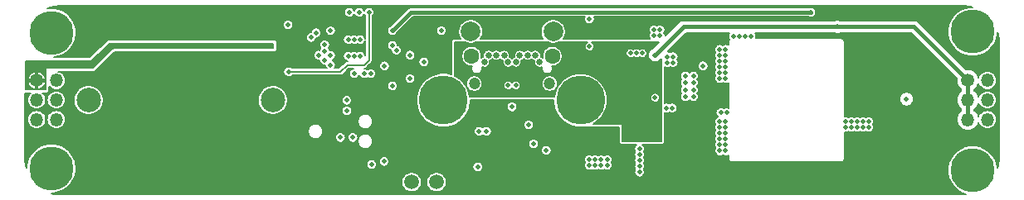
<source format=gbr>
G04 #@! TF.GenerationSoftware,KiCad,Pcbnew,(5.0.2)-1*
G04 #@! TF.CreationDate,2019-02-17T15:58:02-08:00*
G04 #@! TF.ProjectId,nixie_bottom_board,6e697869-655f-4626-9f74-746f6d5f626f,rev?*
G04 #@! TF.SameCoordinates,Original*
G04 #@! TF.FileFunction,Copper,L2,Inr*
G04 #@! TF.FilePolarity,Positive*
%FSLAX46Y46*%
G04 Gerber Fmt 4.6, Leading zero omitted, Abs format (unit mm)*
G04 Created by KiCad (PCBNEW (5.0.2)-1) date 2/17/2019 3:58:02 PM*
%MOMM*%
%LPD*%
G01*
G04 APERTURE LIST*
G04 #@! TA.AperFunction,ViaPad*
%ADD10C,1.500000*%
G04 #@! TD*
G04 #@! TA.AperFunction,ViaPad*
%ADD11C,1.200000*%
G04 #@! TD*
G04 #@! TA.AperFunction,ViaPad*
%ADD12C,0.650000*%
G04 #@! TD*
G04 #@! TA.AperFunction,ViaPad*
%ADD13C,2.000000*%
G04 #@! TD*
G04 #@! TA.AperFunction,ViaPad*
%ADD14C,1.600000*%
G04 #@! TD*
G04 #@! TA.AperFunction,ViaPad*
%ADD15C,1.350000*%
G04 #@! TD*
G04 #@! TA.AperFunction,ViaPad*
%ADD16O,1.350000X1.350000*%
G04 #@! TD*
G04 #@! TA.AperFunction,ViaPad*
%ADD17C,0.800000*%
G04 #@! TD*
G04 #@! TA.AperFunction,ViaPad*
%ADD18C,4.500000*%
G04 #@! TD*
G04 #@! TA.AperFunction,ViaPad*
%ADD19C,5.000000*%
G04 #@! TD*
G04 #@! TA.AperFunction,ViaPad*
%ADD20C,2.500000*%
G04 #@! TD*
G04 #@! TA.AperFunction,ViaPad*
%ADD21C,0.508000*%
G04 #@! TD*
G04 #@! TA.AperFunction,Conductor*
%ADD22C,0.400000*%
G04 #@! TD*
G04 #@! TA.AperFunction,Conductor*
%ADD23C,0.200000*%
G04 #@! TD*
G04 #@! TA.AperFunction,Conductor*
%ADD24C,0.150000*%
G04 #@! TD*
G04 APERTURE END LIST*
D10*
G04 #@! TO.N,/UART_RX*
G04 #@! TO.C,J20*
X142300000Y-108400000D03*
G04 #@! TD*
G04 #@! TO.N,/UART_TX*
G04 #@! TO.C,J19*
X139760000Y-108400000D03*
G04 #@! TD*
D11*
G04 #@! TO.N,/GND*
G04 #@! TO.C,J1*
X146155000Y-98310000D03*
X153845000Y-98310000D03*
D12*
X152400000Y-95410000D03*
X151600000Y-95410000D03*
X150800000Y-95410000D03*
G04 #@! TO.N,/CC2*
X149200000Y-95410000D03*
G04 #@! TO.N,/GND*
X148400000Y-95410000D03*
X147600000Y-95410000D03*
X152800000Y-96110000D03*
G04 #@! TO.N,/VBUS*
X151200000Y-96110000D03*
G04 #@! TO.N,/USB_N*
X150400000Y-96110000D03*
G04 #@! TO.N,/USB_P*
X149600000Y-96110000D03*
G04 #@! TO.N,/VBUS*
X148800000Y-96110000D03*
G04 #@! TO.N,/GND*
X147200000Y-96110000D03*
D13*
X154220000Y-92995000D03*
X145780000Y-92995000D03*
D14*
X145870000Y-95510000D03*
X154130000Y-95510000D03*
G04 #@! TD*
D15*
G04 #@! TO.N,/VNIXIE*
G04 #@! TO.C,J4*
X101500000Y-98000000D03*
D16*
G04 #@! TO.N,/GND*
X103500000Y-98000000D03*
X101500000Y-100000000D03*
G04 #@! TO.N,/SCL*
X103500000Y-100000000D03*
G04 #@! TO.N,/NIXIE_EN*
X101500000Y-102000000D03*
G04 #@! TO.N,/SDA*
X103500000Y-102000000D03*
G04 #@! TD*
D15*
G04 #@! TO.N,/HV_OUT*
G04 #@! TO.C,J3*
X196500000Y-98000000D03*
D16*
G04 #@! TO.N,/GND*
X198500000Y-98000000D03*
G04 #@! TO.N,/HV_OUT*
X196500000Y-100000000D03*
G04 #@! TO.N,/GND*
X198500000Y-100000000D03*
G04 #@! TO.N,/HV_OUT*
X196500000Y-102000000D03*
G04 #@! TO.N,/GND*
X198500000Y-102000000D03*
G04 #@! TD*
D17*
G04 #@! TO.N,/GND*
G04 #@! TO.C,MH1*
X104237437Y-91862563D03*
X104750000Y-93100000D03*
X104237437Y-94337437D03*
X103000000Y-94850000D03*
X101762563Y-94337437D03*
X101250000Y-93100000D03*
X101762563Y-91862563D03*
X103000000Y-91350000D03*
D18*
X103000000Y-93100000D03*
G04 #@! TD*
G04 #@! TO.N,/GND*
G04 #@! TO.C,MH2*
X103000000Y-107000000D03*
D17*
X103000000Y-105250000D03*
X101762563Y-105762563D03*
X101250000Y-107000000D03*
X101762563Y-108237437D03*
X103000000Y-108750000D03*
X104237437Y-108237437D03*
X104750000Y-107000000D03*
X104237437Y-105762563D03*
G04 #@! TD*
G04 #@! TO.N,/GND*
G04 #@! TO.C,MH3*
X198237437Y-91762563D03*
X198750000Y-93000000D03*
X198237437Y-94237437D03*
X197000000Y-94750000D03*
X195762563Y-94237437D03*
X195250000Y-93000000D03*
X195762563Y-91762563D03*
X197000000Y-91250000D03*
D18*
X197000000Y-93000000D03*
G04 #@! TD*
G04 #@! TO.N,/GND*
G04 #@! TO.C,MH4*
X197000000Y-107200000D03*
D17*
X197000000Y-105450000D03*
X195762563Y-105962563D03*
X195250000Y-107200000D03*
X195762563Y-108437437D03*
X197000000Y-108950000D03*
X198237437Y-108437437D03*
X198750000Y-107200000D03*
X198237437Y-105962563D03*
G04 #@! TD*
D19*
G04 #@! TO.N,/GND*
G04 #@! TO.C,MH6*
X157000000Y-100000000D03*
D17*
X158875000Y-100000000D03*
X158325825Y-101325825D03*
X157000000Y-101875000D03*
X155674175Y-101325825D03*
X155125000Y-100000000D03*
X155674175Y-98674175D03*
X157000000Y-98125000D03*
X158325825Y-98674175D03*
G04 #@! TD*
G04 #@! TO.N,/GND*
G04 #@! TO.C,MH5*
X144325825Y-98674175D03*
X143000000Y-98125000D03*
X141674175Y-98674175D03*
X141125000Y-100000000D03*
X141674175Y-101325825D03*
X143000000Y-101875000D03*
X144325825Y-101325825D03*
X144875000Y-100000000D03*
D19*
X143000000Y-100000000D03*
G04 #@! TD*
D20*
G04 #@! TO.N,*
G04 #@! TO.C,BT1*
X106800000Y-100000000D03*
G04 #@! TO.N,Net-(BT1-Pad1)*
X125600000Y-100000000D03*
G04 #@! TD*
D21*
G04 #@! TO.N,Net-(Q1-Pad1)*
X171200000Y-105200000D03*
X171800000Y-105200000D03*
X171200000Y-104600000D03*
X171800000Y-104600000D03*
X171200000Y-104000000D03*
X171800000Y-104000000D03*
X171200000Y-103400000D03*
X171800000Y-103400000D03*
X171200000Y-102800000D03*
X171800000Y-102800000D03*
X171200000Y-102200000D03*
X171800000Y-102200000D03*
G04 #@! TO.N,/HV_OUT*
X164600000Y-95400000D03*
X190250000Y-99900000D03*
X183200000Y-92500000D03*
G04 #@! TO.N,/VDD*
X130600000Y-92400000D03*
X139800000Y-106450000D03*
X145950000Y-100700000D03*
X159600000Y-103100000D03*
X159000000Y-103100000D03*
X158400000Y-103100000D03*
X157800000Y-103100000D03*
X138850000Y-93900000D03*
X159600000Y-103700000D03*
X159000000Y-103700000D03*
X157800000Y-103700000D03*
X158400000Y-103700000D03*
X131230000Y-103835000D03*
X138900000Y-99300000D03*
X138000000Y-102450000D03*
X138850000Y-96900000D03*
X128650000Y-92300000D03*
X151000000Y-106850000D03*
X156000000Y-106860000D03*
G04 #@! TO.N,/VNIXIE*
X124800000Y-94450000D03*
X125400000Y-94450000D03*
X124200000Y-94450000D03*
G04 #@! TO.N,/SCL*
X130000000Y-93100000D03*
X136950000Y-106300000D03*
G04 #@! TO.N,/SDA*
X129500000Y-93600000D03*
X135675000Y-106600000D03*
G04 #@! TO.N,/HV_EN*
X169500000Y-96500000D03*
X157900000Y-94500000D03*
X157900000Y-91700000D03*
G04 #@! TO.N,/SWO*
X133150000Y-101100000D03*
G04 #@! TO.N,/NRST*
X137800000Y-94400000D03*
X146500000Y-106850000D03*
X133770000Y-103835000D03*
X133135000Y-100035000D03*
G04 #@! TO.N,/DAC*
X135400000Y-91000000D03*
X127200000Y-97100000D03*
G04 #@! TO.N,/USB_N*
X149600000Y-98500000D03*
X130900000Y-94325000D03*
G04 #@! TO.N,/USB_P*
X130900000Y-94975000D03*
X150400000Y-98500000D03*
G04 #@! TO.N,Net-(D4-Pad2)*
X184000000Y-102800000D03*
X184600000Y-102800000D03*
X185800000Y-102800000D03*
X186400000Y-102800000D03*
X186400000Y-102200000D03*
X185800000Y-102200000D03*
X184600000Y-102200000D03*
X184000000Y-102200000D03*
X185200000Y-102200000D03*
X185200000Y-102800000D03*
G04 #@! TO.N,/SWDIO*
X131500000Y-95400000D03*
G04 #@! TO.N,/SWCLK*
X131500000Y-96400000D03*
G04 #@! TO.N,/HV_IN*
X171800000Y-94800000D03*
X171200000Y-94800000D03*
X171200000Y-95400000D03*
X171800000Y-95400000D03*
X171800000Y-97200000D03*
X171800000Y-97800000D03*
X171200000Y-97200000D03*
X171200000Y-97800000D03*
X171800000Y-96600000D03*
X171200000Y-96600000D03*
X171200000Y-96000000D03*
X171800000Y-96000000D03*
G04 #@! TO.N,/USB*
X147400000Y-103200000D03*
X133900000Y-97300000D03*
G04 #@! TO.N,/ILM*
X142800000Y-92900000D03*
G04 #@! TO.N,/32kHz*
X137800000Y-98550000D03*
X139600000Y-95400000D03*
G04 #@! TO.N,/AMP_EN*
X130300000Y-95400000D03*
X133400000Y-91000000D03*
G04 #@! TO.N,/NIXIE_EN*
X134400000Y-91000000D03*
G04 #@! TO.N,/MCO*
X131500000Y-92900000D03*
G04 #@! TO.N,/LED*
X138200000Y-94900000D03*
X146650000Y-103200000D03*
G04 #@! TO.N,Net-(R2-Pad1)*
X139600000Y-97800000D03*
X153500000Y-105150000D03*
G04 #@! TO.N,Net-(R20-Pad2)*
X137800000Y-92900000D03*
X180500000Y-91000000D03*
G04 #@! TO.N,/GND*
X152200000Y-104500000D03*
X134500000Y-93800000D03*
X133900000Y-93800000D03*
X133300000Y-93800000D03*
X134500000Y-95500000D03*
X133900000Y-95500000D03*
X133300000Y-95500000D03*
X171900000Y-101300000D03*
X171300000Y-101300000D03*
X167687500Y-99668750D03*
X168512500Y-99668750D03*
X168512500Y-98956250D03*
X167687500Y-98956250D03*
X167687500Y-98243750D03*
X168512500Y-98243750D03*
X168512500Y-97531250D03*
X167687500Y-97531250D03*
X166350000Y-100800000D03*
X165750000Y-100800000D03*
X164600000Y-99750000D03*
X164500000Y-92800000D03*
X162100000Y-95200000D03*
X162700000Y-95200000D03*
X163300000Y-95200000D03*
X130900000Y-95900000D03*
X159700000Y-106700000D03*
X163000000Y-105000000D03*
X163000000Y-105600000D03*
X163000000Y-106200000D03*
X163000000Y-106800000D03*
X163000000Y-107400000D03*
X165100000Y-92800000D03*
X164500000Y-93400000D03*
X165100000Y-93400000D03*
X150000000Y-100700000D03*
X165850000Y-96150000D03*
X166450000Y-96150000D03*
X166450000Y-95550000D03*
X165850000Y-95550000D03*
X151700000Y-102550000D03*
X172600000Y-93500000D03*
X173200000Y-93500000D03*
X173800000Y-93500000D03*
X157900000Y-106100000D03*
X159100000Y-106100000D03*
X159700000Y-106100000D03*
X132500000Y-103835000D03*
X174400000Y-93500000D03*
X137000000Y-96500000D03*
X141000000Y-96100000D03*
X158500000Y-106100000D03*
X158500000Y-106700000D03*
X159100000Y-106700000D03*
X157900000Y-106700000D03*
X127150000Y-92300000D03*
G04 #@! TO.N,/VBUS*
X165000000Y-101400000D03*
X164400000Y-101400000D03*
X165000000Y-102000000D03*
X165000000Y-102600000D03*
X165000000Y-103200000D03*
X160200000Y-94900000D03*
X159300000Y-95400000D03*
X159900000Y-95400000D03*
X160500000Y-95400000D03*
X161100000Y-95400000D03*
X160800000Y-94900000D03*
X151600000Y-98200000D03*
X151600000Y-98800000D03*
X148400000Y-98200000D03*
X148400000Y-98800000D03*
X148000000Y-96100000D03*
X165000000Y-103800000D03*
X152000000Y-96100000D03*
X163250000Y-100400000D03*
G04 #@! TO.N,/UART_TX*
X134900000Y-97300000D03*
G04 #@! TO.N,/UART_RX*
X135600000Y-97300000D03*
G04 #@! TD*
D22*
G04 #@! TO.N,/HV_OUT*
X196500000Y-98000000D02*
X196500000Y-100000000D01*
X196500000Y-100000000D02*
X196500000Y-102000000D01*
X191000000Y-92500000D02*
X196500000Y-98000000D01*
X164600000Y-95400000D02*
X167500000Y-92500000D01*
X167500000Y-92500000D02*
X183200000Y-92500000D01*
X183200000Y-92500000D02*
X191000000Y-92500000D01*
D23*
G04 #@! TO.N,/DAC*
X134900000Y-96400000D02*
X133200000Y-96400000D01*
X135400000Y-95900000D02*
X134900000Y-96400000D01*
X135400000Y-91000000D02*
X135400000Y-95900000D01*
X127200000Y-97100000D02*
X132500000Y-97100000D01*
X133200000Y-96400000D02*
X132500000Y-97100000D01*
D22*
G04 #@! TO.N,Net-(R20-Pad2)*
X139700000Y-91000000D02*
X137800000Y-92900000D01*
X180500000Y-91000000D02*
X139700000Y-91000000D01*
G04 #@! TD*
D24*
G04 #@! TO.N,/VDD*
G36*
X196713508Y-90396518D02*
X196973451Y-90475000D01*
X196751309Y-90475000D01*
X196263485Y-90572035D01*
X195803964Y-90762374D01*
X195390407Y-91038705D01*
X195038705Y-91390407D01*
X194762374Y-91803964D01*
X194572035Y-92263485D01*
X194475000Y-92751309D01*
X194475000Y-93248691D01*
X194572035Y-93736515D01*
X194762374Y-94196036D01*
X195038705Y-94609593D01*
X195390407Y-94961295D01*
X195803964Y-95237626D01*
X196263485Y-95427965D01*
X196751309Y-95525000D01*
X197248691Y-95525000D01*
X197736515Y-95427965D01*
X198196036Y-95237626D01*
X198609593Y-94961295D01*
X198961295Y-94609593D01*
X199237626Y-94196036D01*
X199427965Y-93736515D01*
X199525000Y-93248691D01*
X199525000Y-93024195D01*
X199598412Y-93261352D01*
X199674962Y-93989675D01*
X199675001Y-94000841D01*
X199675000Y-105984103D01*
X199603482Y-106713508D01*
X199525000Y-106973452D01*
X199525000Y-106951309D01*
X199427965Y-106463485D01*
X199237626Y-106003964D01*
X198961295Y-105590407D01*
X198609593Y-105238705D01*
X198196036Y-104962374D01*
X197736515Y-104772035D01*
X197248691Y-104675000D01*
X196751309Y-104675000D01*
X196263485Y-104772035D01*
X195803964Y-104962374D01*
X195390407Y-105238705D01*
X195038705Y-105590407D01*
X194762374Y-106003964D01*
X194572035Y-106463485D01*
X194475000Y-106951309D01*
X194475000Y-107448691D01*
X194572035Y-107936515D01*
X194762374Y-108396036D01*
X195038705Y-108809593D01*
X195390407Y-109161295D01*
X195803964Y-109437626D01*
X196263485Y-109627965D01*
X196330550Y-109641305D01*
X196010325Y-109674962D01*
X195999447Y-109675000D01*
X104015897Y-109675000D01*
X103286492Y-109603482D01*
X103026548Y-109525000D01*
X103248691Y-109525000D01*
X103736515Y-109427965D01*
X104196036Y-109237626D01*
X104609593Y-108961295D01*
X104961295Y-108609593D01*
X105168796Y-108299046D01*
X138735000Y-108299046D01*
X138735000Y-108500954D01*
X138774390Y-108698982D01*
X138851656Y-108885520D01*
X138963830Y-109053400D01*
X139106600Y-109196170D01*
X139274480Y-109308344D01*
X139461018Y-109385610D01*
X139659046Y-109425000D01*
X139860954Y-109425000D01*
X140058982Y-109385610D01*
X140245520Y-109308344D01*
X140413400Y-109196170D01*
X140556170Y-109053400D01*
X140668344Y-108885520D01*
X140745610Y-108698982D01*
X140785000Y-108500954D01*
X140785000Y-108299046D01*
X141275000Y-108299046D01*
X141275000Y-108500954D01*
X141314390Y-108698982D01*
X141391656Y-108885520D01*
X141503830Y-109053400D01*
X141646600Y-109196170D01*
X141814480Y-109308344D01*
X142001018Y-109385610D01*
X142199046Y-109425000D01*
X142400954Y-109425000D01*
X142598982Y-109385610D01*
X142785520Y-109308344D01*
X142953400Y-109196170D01*
X143096170Y-109053400D01*
X143208344Y-108885520D01*
X143285610Y-108698982D01*
X143325000Y-108500954D01*
X143325000Y-108299046D01*
X143285610Y-108101018D01*
X143208344Y-107914480D01*
X143096170Y-107746600D01*
X142953400Y-107603830D01*
X142785520Y-107491656D01*
X142598982Y-107414390D01*
X142400954Y-107375000D01*
X142199046Y-107375000D01*
X142001018Y-107414390D01*
X141814480Y-107491656D01*
X141646600Y-107603830D01*
X141503830Y-107746600D01*
X141391656Y-107914480D01*
X141314390Y-108101018D01*
X141275000Y-108299046D01*
X140785000Y-108299046D01*
X140745610Y-108101018D01*
X140668344Y-107914480D01*
X140556170Y-107746600D01*
X140413400Y-107603830D01*
X140245520Y-107491656D01*
X140058982Y-107414390D01*
X139860954Y-107375000D01*
X139659046Y-107375000D01*
X139461018Y-107414390D01*
X139274480Y-107491656D01*
X139106600Y-107603830D01*
X138963830Y-107746600D01*
X138851656Y-107914480D01*
X138774390Y-108101018D01*
X138735000Y-108299046D01*
X105168796Y-108299046D01*
X105237626Y-108196036D01*
X105427965Y-107736515D01*
X105525000Y-107248691D01*
X105525000Y-106751309D01*
X105484539Y-106547898D01*
X135146000Y-106547898D01*
X135146000Y-106652102D01*
X135166329Y-106754304D01*
X135206206Y-106850576D01*
X135264099Y-106937218D01*
X135337782Y-107010901D01*
X135424424Y-107068794D01*
X135520696Y-107108671D01*
X135622898Y-107129000D01*
X135727102Y-107129000D01*
X135829304Y-107108671D01*
X135925576Y-107068794D01*
X136012218Y-107010901D01*
X136085901Y-106937218D01*
X136143794Y-106850576D01*
X136183671Y-106754304D01*
X136204000Y-106652102D01*
X136204000Y-106547898D01*
X136183671Y-106445696D01*
X136143794Y-106349424D01*
X136085901Y-106262782D01*
X136071017Y-106247898D01*
X136421000Y-106247898D01*
X136421000Y-106352102D01*
X136441329Y-106454304D01*
X136481206Y-106550576D01*
X136539099Y-106637218D01*
X136612782Y-106710901D01*
X136699424Y-106768794D01*
X136795696Y-106808671D01*
X136897898Y-106829000D01*
X137002102Y-106829000D01*
X137104304Y-106808671D01*
X137130312Y-106797898D01*
X145971000Y-106797898D01*
X145971000Y-106902102D01*
X145991329Y-107004304D01*
X146031206Y-107100576D01*
X146089099Y-107187218D01*
X146162782Y-107260901D01*
X146249424Y-107318794D01*
X146345696Y-107358671D01*
X146447898Y-107379000D01*
X146552102Y-107379000D01*
X146654304Y-107358671D01*
X146750576Y-107318794D01*
X146837218Y-107260901D01*
X146910901Y-107187218D01*
X146968794Y-107100576D01*
X147008671Y-107004304D01*
X147029000Y-106902102D01*
X147029000Y-106797898D01*
X147008671Y-106695696D01*
X146968794Y-106599424D01*
X146910901Y-106512782D01*
X146837218Y-106439099D01*
X146750576Y-106381206D01*
X146654304Y-106341329D01*
X146552102Y-106321000D01*
X146447898Y-106321000D01*
X146345696Y-106341329D01*
X146249424Y-106381206D01*
X146162782Y-106439099D01*
X146089099Y-106512782D01*
X146031206Y-106599424D01*
X145991329Y-106695696D01*
X145971000Y-106797898D01*
X137130312Y-106797898D01*
X137200576Y-106768794D01*
X137287218Y-106710901D01*
X137360901Y-106637218D01*
X137418794Y-106550576D01*
X137458671Y-106454304D01*
X137479000Y-106352102D01*
X137479000Y-106247898D01*
X137458671Y-106145696D01*
X137418794Y-106049424D01*
X137417775Y-106047898D01*
X157371000Y-106047898D01*
X157371000Y-106152102D01*
X157391329Y-106254304D01*
X157431206Y-106350576D01*
X157464230Y-106400000D01*
X157431206Y-106449424D01*
X157391329Y-106545696D01*
X157371000Y-106647898D01*
X157371000Y-106752102D01*
X157391329Y-106854304D01*
X157431206Y-106950576D01*
X157489099Y-107037218D01*
X157562782Y-107110901D01*
X157649424Y-107168794D01*
X157745696Y-107208671D01*
X157847898Y-107229000D01*
X157952102Y-107229000D01*
X158054304Y-107208671D01*
X158150576Y-107168794D01*
X158200000Y-107135770D01*
X158249424Y-107168794D01*
X158345696Y-107208671D01*
X158447898Y-107229000D01*
X158552102Y-107229000D01*
X158654304Y-107208671D01*
X158750576Y-107168794D01*
X158800000Y-107135770D01*
X158849424Y-107168794D01*
X158945696Y-107208671D01*
X159047898Y-107229000D01*
X159152102Y-107229000D01*
X159254304Y-107208671D01*
X159350576Y-107168794D01*
X159400000Y-107135770D01*
X159449424Y-107168794D01*
X159545696Y-107208671D01*
X159647898Y-107229000D01*
X159752102Y-107229000D01*
X159854304Y-107208671D01*
X159950576Y-107168794D01*
X160037218Y-107110901D01*
X160110901Y-107037218D01*
X160168794Y-106950576D01*
X160208671Y-106854304D01*
X160229000Y-106752102D01*
X160229000Y-106647898D01*
X160208671Y-106545696D01*
X160168794Y-106449424D01*
X160135770Y-106400000D01*
X160168794Y-106350576D01*
X160208671Y-106254304D01*
X160229000Y-106152102D01*
X160229000Y-106047898D01*
X160208671Y-105945696D01*
X160168794Y-105849424D01*
X160110901Y-105762782D01*
X160037218Y-105689099D01*
X159950576Y-105631206D01*
X159854304Y-105591329D01*
X159752102Y-105571000D01*
X159647898Y-105571000D01*
X159545696Y-105591329D01*
X159449424Y-105631206D01*
X159400000Y-105664230D01*
X159350576Y-105631206D01*
X159254304Y-105591329D01*
X159152102Y-105571000D01*
X159047898Y-105571000D01*
X158945696Y-105591329D01*
X158849424Y-105631206D01*
X158800000Y-105664230D01*
X158750576Y-105631206D01*
X158654304Y-105591329D01*
X158552102Y-105571000D01*
X158447898Y-105571000D01*
X158345696Y-105591329D01*
X158249424Y-105631206D01*
X158200000Y-105664230D01*
X158150576Y-105631206D01*
X158054304Y-105591329D01*
X157952102Y-105571000D01*
X157847898Y-105571000D01*
X157745696Y-105591329D01*
X157649424Y-105631206D01*
X157562782Y-105689099D01*
X157489099Y-105762782D01*
X157431206Y-105849424D01*
X157391329Y-105945696D01*
X157371000Y-106047898D01*
X137417775Y-106047898D01*
X137360901Y-105962782D01*
X137287218Y-105889099D01*
X137200576Y-105831206D01*
X137104304Y-105791329D01*
X137002102Y-105771000D01*
X136897898Y-105771000D01*
X136795696Y-105791329D01*
X136699424Y-105831206D01*
X136612782Y-105889099D01*
X136539099Y-105962782D01*
X136481206Y-106049424D01*
X136441329Y-106145696D01*
X136421000Y-106247898D01*
X136071017Y-106247898D01*
X136012218Y-106189099D01*
X135925576Y-106131206D01*
X135829304Y-106091329D01*
X135727102Y-106071000D01*
X135622898Y-106071000D01*
X135520696Y-106091329D01*
X135424424Y-106131206D01*
X135337782Y-106189099D01*
X135264099Y-106262782D01*
X135206206Y-106349424D01*
X135166329Y-106445696D01*
X135146000Y-106547898D01*
X105484539Y-106547898D01*
X105427965Y-106263485D01*
X105237626Y-105803964D01*
X104961295Y-105390407D01*
X104668786Y-105097898D01*
X152971000Y-105097898D01*
X152971000Y-105202102D01*
X152991329Y-105304304D01*
X153031206Y-105400576D01*
X153089099Y-105487218D01*
X153162782Y-105560901D01*
X153249424Y-105618794D01*
X153345696Y-105658671D01*
X153447898Y-105679000D01*
X153552102Y-105679000D01*
X153654304Y-105658671D01*
X153750576Y-105618794D01*
X153837218Y-105560901D01*
X153910901Y-105487218D01*
X153968794Y-105400576D01*
X154008671Y-105304304D01*
X154029000Y-105202102D01*
X154029000Y-105097898D01*
X154008671Y-104995696D01*
X153968794Y-104899424D01*
X153910901Y-104812782D01*
X153837218Y-104739099D01*
X153750576Y-104681206D01*
X153654304Y-104641329D01*
X153552102Y-104621000D01*
X153447898Y-104621000D01*
X153345696Y-104641329D01*
X153249424Y-104681206D01*
X153162782Y-104739099D01*
X153089099Y-104812782D01*
X153031206Y-104899424D01*
X152991329Y-104995696D01*
X152971000Y-105097898D01*
X104668786Y-105097898D01*
X104609593Y-105038705D01*
X104196036Y-104762374D01*
X103736515Y-104572035D01*
X103248691Y-104475000D01*
X102751309Y-104475000D01*
X102263485Y-104572035D01*
X101803964Y-104762374D01*
X101390407Y-105038705D01*
X101038705Y-105390407D01*
X100762374Y-105803964D01*
X100572035Y-106263485D01*
X100475000Y-106751309D01*
X100475000Y-106975807D01*
X100401589Y-106738653D01*
X100325038Y-106010325D01*
X100325000Y-105999447D01*
X100325000Y-103124132D01*
X129189700Y-103124132D01*
X129189700Y-103275868D01*
X129219302Y-103424688D01*
X129277369Y-103564874D01*
X129361669Y-103691038D01*
X129468962Y-103798331D01*
X129595126Y-103882631D01*
X129735312Y-103940698D01*
X129884132Y-103970300D01*
X130035868Y-103970300D01*
X130184688Y-103940698D01*
X130324874Y-103882631D01*
X130451038Y-103798331D01*
X130466471Y-103782898D01*
X131971000Y-103782898D01*
X131971000Y-103887102D01*
X131991329Y-103989304D01*
X132031206Y-104085576D01*
X132089099Y-104172218D01*
X132162782Y-104245901D01*
X132249424Y-104303794D01*
X132345696Y-104343671D01*
X132447898Y-104364000D01*
X132552102Y-104364000D01*
X132654304Y-104343671D01*
X132750576Y-104303794D01*
X132837218Y-104245901D01*
X132910901Y-104172218D01*
X132968794Y-104085576D01*
X133008671Y-103989304D01*
X133029000Y-103887102D01*
X133029000Y-103782898D01*
X133241000Y-103782898D01*
X133241000Y-103887102D01*
X133261329Y-103989304D01*
X133301206Y-104085576D01*
X133359099Y-104172218D01*
X133432782Y-104245901D01*
X133519424Y-104303794D01*
X133615696Y-104343671D01*
X133717898Y-104364000D01*
X133822102Y-104364000D01*
X133924304Y-104343671D01*
X134020576Y-104303794D01*
X134107218Y-104245901D01*
X134180901Y-104172218D01*
X134202340Y-104140132D01*
X134269700Y-104140132D01*
X134269700Y-104291868D01*
X134299302Y-104440688D01*
X134357369Y-104580874D01*
X134441669Y-104707038D01*
X134548962Y-104814331D01*
X134675126Y-104898631D01*
X134815312Y-104956698D01*
X134964132Y-104986300D01*
X135115868Y-104986300D01*
X135264688Y-104956698D01*
X135404874Y-104898631D01*
X135531038Y-104814331D01*
X135638331Y-104707038D01*
X135722631Y-104580874D01*
X135777711Y-104447898D01*
X151671000Y-104447898D01*
X151671000Y-104552102D01*
X151691329Y-104654304D01*
X151731206Y-104750576D01*
X151789099Y-104837218D01*
X151862782Y-104910901D01*
X151949424Y-104968794D01*
X152045696Y-105008671D01*
X152147898Y-105029000D01*
X152252102Y-105029000D01*
X152354304Y-105008671D01*
X152450576Y-104968794D01*
X152537218Y-104910901D01*
X152610901Y-104837218D01*
X152668794Y-104750576D01*
X152708671Y-104654304D01*
X152729000Y-104552102D01*
X152729000Y-104447898D01*
X152708671Y-104345696D01*
X152668794Y-104249424D01*
X152610901Y-104162782D01*
X152537218Y-104089099D01*
X152450576Y-104031206D01*
X152354304Y-103991329D01*
X152252102Y-103971000D01*
X152147898Y-103971000D01*
X152045696Y-103991329D01*
X151949424Y-104031206D01*
X151862782Y-104089099D01*
X151789099Y-104162782D01*
X151731206Y-104249424D01*
X151691329Y-104345696D01*
X151671000Y-104447898D01*
X135777711Y-104447898D01*
X135780698Y-104440688D01*
X135810300Y-104291868D01*
X135810300Y-104140132D01*
X135780698Y-103991312D01*
X135722631Y-103851126D01*
X135638331Y-103724962D01*
X135531038Y-103617669D01*
X135404874Y-103533369D01*
X135264688Y-103475302D01*
X135115868Y-103445700D01*
X134964132Y-103445700D01*
X134815312Y-103475302D01*
X134675126Y-103533369D01*
X134548962Y-103617669D01*
X134441669Y-103724962D01*
X134357369Y-103851126D01*
X134299302Y-103991312D01*
X134269700Y-104140132D01*
X134202340Y-104140132D01*
X134238794Y-104085576D01*
X134278671Y-103989304D01*
X134299000Y-103887102D01*
X134299000Y-103782898D01*
X134278671Y-103680696D01*
X134238794Y-103584424D01*
X134180901Y-103497782D01*
X134107218Y-103424099D01*
X134020576Y-103366206D01*
X133924304Y-103326329D01*
X133822102Y-103306000D01*
X133717898Y-103306000D01*
X133615696Y-103326329D01*
X133519424Y-103366206D01*
X133432782Y-103424099D01*
X133359099Y-103497782D01*
X133301206Y-103584424D01*
X133261329Y-103680696D01*
X133241000Y-103782898D01*
X133029000Y-103782898D01*
X133008671Y-103680696D01*
X132968794Y-103584424D01*
X132910901Y-103497782D01*
X132837218Y-103424099D01*
X132750576Y-103366206D01*
X132654304Y-103326329D01*
X132552102Y-103306000D01*
X132447898Y-103306000D01*
X132345696Y-103326329D01*
X132249424Y-103366206D01*
X132162782Y-103424099D01*
X132089099Y-103497782D01*
X132031206Y-103584424D01*
X131991329Y-103680696D01*
X131971000Y-103782898D01*
X130466471Y-103782898D01*
X130558331Y-103691038D01*
X130642631Y-103564874D01*
X130700698Y-103424688D01*
X130730300Y-103275868D01*
X130730300Y-103147898D01*
X146121000Y-103147898D01*
X146121000Y-103252102D01*
X146141329Y-103354304D01*
X146181206Y-103450576D01*
X146239099Y-103537218D01*
X146312782Y-103610901D01*
X146399424Y-103668794D01*
X146495696Y-103708671D01*
X146597898Y-103729000D01*
X146702102Y-103729000D01*
X146804304Y-103708671D01*
X146900576Y-103668794D01*
X146987218Y-103610901D01*
X147025000Y-103573119D01*
X147062782Y-103610901D01*
X147149424Y-103668794D01*
X147245696Y-103708671D01*
X147347898Y-103729000D01*
X147452102Y-103729000D01*
X147554304Y-103708671D01*
X147650576Y-103668794D01*
X147737218Y-103610901D01*
X147810901Y-103537218D01*
X147868794Y-103450576D01*
X147908671Y-103354304D01*
X147929000Y-103252102D01*
X147929000Y-103147898D01*
X147908671Y-103045696D01*
X147868794Y-102949424D01*
X147810901Y-102862782D01*
X147737218Y-102789099D01*
X147650576Y-102731206D01*
X147554304Y-102691329D01*
X147452102Y-102671000D01*
X147347898Y-102671000D01*
X147245696Y-102691329D01*
X147149424Y-102731206D01*
X147062782Y-102789099D01*
X147025000Y-102826881D01*
X146987218Y-102789099D01*
X146900576Y-102731206D01*
X146804304Y-102691329D01*
X146702102Y-102671000D01*
X146597898Y-102671000D01*
X146495696Y-102691329D01*
X146399424Y-102731206D01*
X146312782Y-102789099D01*
X146239099Y-102862782D01*
X146181206Y-102949424D01*
X146141329Y-103045696D01*
X146121000Y-103147898D01*
X130730300Y-103147898D01*
X130730300Y-103124132D01*
X130700698Y-102975312D01*
X130642631Y-102835126D01*
X130558331Y-102708962D01*
X130451038Y-102601669D01*
X130324874Y-102517369D01*
X130184688Y-102459302D01*
X130035868Y-102429700D01*
X129884132Y-102429700D01*
X129735312Y-102459302D01*
X129595126Y-102517369D01*
X129468962Y-102601669D01*
X129361669Y-102708962D01*
X129277369Y-102835126D01*
X129219302Y-102975312D01*
X129189700Y-103124132D01*
X100325000Y-103124132D01*
X100325000Y-102000000D01*
X100545404Y-102000000D01*
X100563746Y-102186232D01*
X100618068Y-102365308D01*
X100706282Y-102530345D01*
X100824999Y-102675001D01*
X100969655Y-102793718D01*
X101134692Y-102881932D01*
X101313768Y-102936254D01*
X101453335Y-102950000D01*
X101546665Y-102950000D01*
X101686232Y-102936254D01*
X101865308Y-102881932D01*
X102030345Y-102793718D01*
X102175001Y-102675001D01*
X102293718Y-102530345D01*
X102381932Y-102365308D01*
X102436254Y-102186232D01*
X102454596Y-102000000D01*
X102545404Y-102000000D01*
X102563746Y-102186232D01*
X102618068Y-102365308D01*
X102706282Y-102530345D01*
X102824999Y-102675001D01*
X102969655Y-102793718D01*
X103134692Y-102881932D01*
X103313768Y-102936254D01*
X103453335Y-102950000D01*
X103546665Y-102950000D01*
X103686232Y-102936254D01*
X103865308Y-102881932D01*
X104030345Y-102793718D01*
X104175001Y-102675001D01*
X104293718Y-102530345D01*
X104381932Y-102365308D01*
X104436254Y-102186232D01*
X104443946Y-102108132D01*
X134269700Y-102108132D01*
X134269700Y-102259868D01*
X134299302Y-102408688D01*
X134357369Y-102548874D01*
X134441669Y-102675038D01*
X134548962Y-102782331D01*
X134675126Y-102866631D01*
X134815312Y-102924698D01*
X134964132Y-102954300D01*
X135115868Y-102954300D01*
X135264688Y-102924698D01*
X135404874Y-102866631D01*
X135531038Y-102782331D01*
X135638331Y-102675038D01*
X135722631Y-102548874D01*
X135780698Y-102408688D01*
X135810300Y-102259868D01*
X135810300Y-102108132D01*
X135780698Y-101959312D01*
X135722631Y-101819126D01*
X135638331Y-101692962D01*
X135531038Y-101585669D01*
X135404874Y-101501369D01*
X135264688Y-101443302D01*
X135115868Y-101413700D01*
X134964132Y-101413700D01*
X134815312Y-101443302D01*
X134675126Y-101501369D01*
X134548962Y-101585669D01*
X134441669Y-101692962D01*
X134357369Y-101819126D01*
X134299302Y-101959312D01*
X134269700Y-102108132D01*
X104443946Y-102108132D01*
X104454596Y-102000000D01*
X104436254Y-101813768D01*
X104381932Y-101634692D01*
X104293718Y-101469655D01*
X104175001Y-101324999D01*
X104030345Y-101206282D01*
X103865308Y-101118068D01*
X103686232Y-101063746D01*
X103546665Y-101050000D01*
X103453335Y-101050000D01*
X103313768Y-101063746D01*
X103134692Y-101118068D01*
X102969655Y-101206282D01*
X102824999Y-101324999D01*
X102706282Y-101469655D01*
X102618068Y-101634692D01*
X102563746Y-101813768D01*
X102545404Y-102000000D01*
X102454596Y-102000000D01*
X102436254Y-101813768D01*
X102381932Y-101634692D01*
X102293718Y-101469655D01*
X102175001Y-101324999D01*
X102030345Y-101206282D01*
X101865308Y-101118068D01*
X101686232Y-101063746D01*
X101546665Y-101050000D01*
X101453335Y-101050000D01*
X101313768Y-101063746D01*
X101134692Y-101118068D01*
X100969655Y-101206282D01*
X100824999Y-101324999D01*
X100706282Y-101469655D01*
X100618068Y-101634692D01*
X100563746Y-101813768D01*
X100545404Y-102000000D01*
X100325000Y-102000000D01*
X100325000Y-99275000D01*
X100885923Y-99275000D01*
X100824999Y-99324999D01*
X100706282Y-99469655D01*
X100618068Y-99634692D01*
X100563746Y-99813768D01*
X100545404Y-100000000D01*
X100563746Y-100186232D01*
X100618068Y-100365308D01*
X100706282Y-100530345D01*
X100824999Y-100675001D01*
X100969655Y-100793718D01*
X101134692Y-100881932D01*
X101313768Y-100936254D01*
X101453335Y-100950000D01*
X101546665Y-100950000D01*
X101686232Y-100936254D01*
X101865308Y-100881932D01*
X102030345Y-100793718D01*
X102175001Y-100675001D01*
X102293718Y-100530345D01*
X102381932Y-100365308D01*
X102436254Y-100186232D01*
X102454596Y-100000000D01*
X102545404Y-100000000D01*
X102563746Y-100186232D01*
X102618068Y-100365308D01*
X102706282Y-100530345D01*
X102824999Y-100675001D01*
X102969655Y-100793718D01*
X103134692Y-100881932D01*
X103313768Y-100936254D01*
X103453335Y-100950000D01*
X103546665Y-100950000D01*
X103686232Y-100936254D01*
X103865308Y-100881932D01*
X104030345Y-100793718D01*
X104175001Y-100675001D01*
X104293718Y-100530345D01*
X104381932Y-100365308D01*
X104436254Y-100186232D01*
X104454596Y-100000000D01*
X104439803Y-99849801D01*
X105275000Y-99849801D01*
X105275000Y-100150199D01*
X105333605Y-100444826D01*
X105448562Y-100722358D01*
X105615455Y-100972131D01*
X105827869Y-101184545D01*
X106077642Y-101351438D01*
X106355174Y-101466395D01*
X106649801Y-101525000D01*
X106950199Y-101525000D01*
X107244826Y-101466395D01*
X107522358Y-101351438D01*
X107772131Y-101184545D01*
X107984545Y-100972131D01*
X108151438Y-100722358D01*
X108266395Y-100444826D01*
X108325000Y-100150199D01*
X108325000Y-99849801D01*
X124075000Y-99849801D01*
X124075000Y-100150199D01*
X124133605Y-100444826D01*
X124248562Y-100722358D01*
X124415455Y-100972131D01*
X124627869Y-101184545D01*
X124877642Y-101351438D01*
X125155174Y-101466395D01*
X125449801Y-101525000D01*
X125750199Y-101525000D01*
X126044826Y-101466395D01*
X126322358Y-101351438D01*
X126572131Y-101184545D01*
X126708778Y-101047898D01*
X132621000Y-101047898D01*
X132621000Y-101152102D01*
X132641329Y-101254304D01*
X132681206Y-101350576D01*
X132739099Y-101437218D01*
X132812782Y-101510901D01*
X132899424Y-101568794D01*
X132995696Y-101608671D01*
X133097898Y-101629000D01*
X133202102Y-101629000D01*
X133304304Y-101608671D01*
X133400576Y-101568794D01*
X133487218Y-101510901D01*
X133560901Y-101437218D01*
X133618794Y-101350576D01*
X133658671Y-101254304D01*
X133679000Y-101152102D01*
X133679000Y-101047898D01*
X133658671Y-100945696D01*
X133618794Y-100849424D01*
X133560901Y-100762782D01*
X133487218Y-100689099D01*
X133400576Y-100631206D01*
X133304304Y-100591329D01*
X133202102Y-100571000D01*
X133097898Y-100571000D01*
X132995696Y-100591329D01*
X132899424Y-100631206D01*
X132812782Y-100689099D01*
X132739099Y-100762782D01*
X132681206Y-100849424D01*
X132641329Y-100945696D01*
X132621000Y-101047898D01*
X126708778Y-101047898D01*
X126784545Y-100972131D01*
X126951438Y-100722358D01*
X127066395Y-100444826D01*
X127125000Y-100150199D01*
X127125000Y-99982898D01*
X132606000Y-99982898D01*
X132606000Y-100087102D01*
X132626329Y-100189304D01*
X132666206Y-100285576D01*
X132724099Y-100372218D01*
X132797782Y-100445901D01*
X132884424Y-100503794D01*
X132980696Y-100543671D01*
X133082898Y-100564000D01*
X133187102Y-100564000D01*
X133289304Y-100543671D01*
X133385576Y-100503794D01*
X133472218Y-100445901D01*
X133545901Y-100372218D01*
X133603794Y-100285576D01*
X133643671Y-100189304D01*
X133664000Y-100087102D01*
X133664000Y-99982898D01*
X133643671Y-99880696D01*
X133603794Y-99784424D01*
X133565215Y-99726686D01*
X140225000Y-99726686D01*
X140225000Y-100273314D01*
X140331642Y-100809438D01*
X140540827Y-101314455D01*
X140844517Y-101768959D01*
X141231041Y-102155483D01*
X141685545Y-102459173D01*
X142190562Y-102668358D01*
X142726686Y-102775000D01*
X143273314Y-102775000D01*
X143809438Y-102668358D01*
X144220964Y-102497898D01*
X151171000Y-102497898D01*
X151171000Y-102602102D01*
X151191329Y-102704304D01*
X151231206Y-102800576D01*
X151289099Y-102887218D01*
X151362782Y-102960901D01*
X151449424Y-103018794D01*
X151545696Y-103058671D01*
X151647898Y-103079000D01*
X151752102Y-103079000D01*
X151854304Y-103058671D01*
X151950576Y-103018794D01*
X152037218Y-102960901D01*
X152110901Y-102887218D01*
X152168794Y-102800576D01*
X152208671Y-102704304D01*
X152229000Y-102602102D01*
X152229000Y-102497898D01*
X152208671Y-102395696D01*
X152168794Y-102299424D01*
X152110901Y-102212782D01*
X152037218Y-102139099D01*
X151950576Y-102081206D01*
X151854304Y-102041329D01*
X151752102Y-102021000D01*
X151647898Y-102021000D01*
X151545696Y-102041329D01*
X151449424Y-102081206D01*
X151362782Y-102139099D01*
X151289099Y-102212782D01*
X151231206Y-102299424D01*
X151191329Y-102395696D01*
X151171000Y-102497898D01*
X144220964Y-102497898D01*
X144314455Y-102459173D01*
X144768959Y-102155483D01*
X145155483Y-101768959D01*
X145459173Y-101314455D01*
X145668358Y-100809438D01*
X145700490Y-100647898D01*
X149471000Y-100647898D01*
X149471000Y-100752102D01*
X149491329Y-100854304D01*
X149531206Y-100950576D01*
X149589099Y-101037218D01*
X149662782Y-101110901D01*
X149749424Y-101168794D01*
X149845696Y-101208671D01*
X149947898Y-101229000D01*
X150052102Y-101229000D01*
X150154304Y-101208671D01*
X150250576Y-101168794D01*
X150337218Y-101110901D01*
X150410901Y-101037218D01*
X150468794Y-100950576D01*
X150508671Y-100854304D01*
X150529000Y-100752102D01*
X150529000Y-100647898D01*
X150508671Y-100545696D01*
X150468794Y-100449424D01*
X150410901Y-100362782D01*
X150337218Y-100289099D01*
X150250576Y-100231206D01*
X150154304Y-100191329D01*
X150052102Y-100171000D01*
X149947898Y-100171000D01*
X149845696Y-100191329D01*
X149749424Y-100231206D01*
X149662782Y-100289099D01*
X149589099Y-100362782D01*
X149531206Y-100449424D01*
X149491329Y-100545696D01*
X149471000Y-100647898D01*
X145700490Y-100647898D01*
X145775000Y-100273314D01*
X145775000Y-99975000D01*
X154225000Y-99975000D01*
X154225000Y-100273314D01*
X154331642Y-100809438D01*
X154540827Y-101314455D01*
X154844517Y-101768959D01*
X155231041Y-102155483D01*
X155685545Y-102459173D01*
X156190562Y-102668358D01*
X156726686Y-102775000D01*
X160925000Y-102775000D01*
X160925000Y-104300000D01*
X160945933Y-104405238D01*
X161005546Y-104494454D01*
X161094762Y-104554067D01*
X161200000Y-104575000D01*
X162683882Y-104575000D01*
X162662782Y-104589099D01*
X162589099Y-104662782D01*
X162531206Y-104749424D01*
X162491329Y-104845696D01*
X162471000Y-104947898D01*
X162471000Y-105052102D01*
X162491329Y-105154304D01*
X162531206Y-105250576D01*
X162564230Y-105300000D01*
X162531206Y-105349424D01*
X162491329Y-105445696D01*
X162471000Y-105547898D01*
X162471000Y-105652102D01*
X162491329Y-105754304D01*
X162531206Y-105850576D01*
X162564230Y-105900000D01*
X162531206Y-105949424D01*
X162491329Y-106045696D01*
X162471000Y-106147898D01*
X162471000Y-106252102D01*
X162491329Y-106354304D01*
X162531206Y-106450576D01*
X162564230Y-106500000D01*
X162531206Y-106549424D01*
X162491329Y-106645696D01*
X162471000Y-106747898D01*
X162471000Y-106852102D01*
X162491329Y-106954304D01*
X162531206Y-107050576D01*
X162564230Y-107100000D01*
X162531206Y-107149424D01*
X162491329Y-107245696D01*
X162471000Y-107347898D01*
X162471000Y-107452102D01*
X162491329Y-107554304D01*
X162531206Y-107650576D01*
X162589099Y-107737218D01*
X162662782Y-107810901D01*
X162749424Y-107868794D01*
X162845696Y-107908671D01*
X162947898Y-107929000D01*
X163052102Y-107929000D01*
X163154304Y-107908671D01*
X163250576Y-107868794D01*
X163337218Y-107810901D01*
X163410901Y-107737218D01*
X163468794Y-107650576D01*
X163508671Y-107554304D01*
X163529000Y-107452102D01*
X163529000Y-107347898D01*
X163508671Y-107245696D01*
X163468794Y-107149424D01*
X163435770Y-107100000D01*
X163468794Y-107050576D01*
X163508671Y-106954304D01*
X163529000Y-106852102D01*
X163529000Y-106747898D01*
X163508671Y-106645696D01*
X163468794Y-106549424D01*
X163435770Y-106500000D01*
X163468794Y-106450576D01*
X163508671Y-106354304D01*
X163529000Y-106252102D01*
X163529000Y-106147898D01*
X163508671Y-106045696D01*
X163468794Y-105949424D01*
X163435770Y-105900000D01*
X163468794Y-105850576D01*
X163508671Y-105754304D01*
X163529000Y-105652102D01*
X163529000Y-105547898D01*
X163508671Y-105445696D01*
X163468794Y-105349424D01*
X163435770Y-105300000D01*
X163468794Y-105250576D01*
X163508671Y-105154304D01*
X163529000Y-105052102D01*
X163529000Y-104947898D01*
X163508671Y-104845696D01*
X163468794Y-104749424D01*
X163410901Y-104662782D01*
X163337218Y-104589099D01*
X163316118Y-104575000D01*
X165300000Y-104575000D01*
X165405238Y-104554067D01*
X165494454Y-104494454D01*
X165554067Y-104405238D01*
X165575000Y-104300000D01*
X165575000Y-101300098D01*
X165595696Y-101308671D01*
X165697898Y-101329000D01*
X165802102Y-101329000D01*
X165904304Y-101308671D01*
X166000576Y-101268794D01*
X166050000Y-101235770D01*
X166099424Y-101268794D01*
X166195696Y-101308671D01*
X166297898Y-101329000D01*
X166402102Y-101329000D01*
X166504304Y-101308671D01*
X166600576Y-101268794D01*
X166687218Y-101210901D01*
X166760901Y-101137218D01*
X166818794Y-101050576D01*
X166858671Y-100954304D01*
X166879000Y-100852102D01*
X166879000Y-100747898D01*
X166858671Y-100645696D01*
X166818794Y-100549424D01*
X166760901Y-100462782D01*
X166687218Y-100389099D01*
X166600576Y-100331206D01*
X166504304Y-100291329D01*
X166402102Y-100271000D01*
X166297898Y-100271000D01*
X166195696Y-100291329D01*
X166099424Y-100331206D01*
X166050000Y-100364230D01*
X166000576Y-100331206D01*
X165904304Y-100291329D01*
X165802102Y-100271000D01*
X165697898Y-100271000D01*
X165595696Y-100291329D01*
X165575000Y-100299902D01*
X165575000Y-97479148D01*
X167158500Y-97479148D01*
X167158500Y-97583352D01*
X167178829Y-97685554D01*
X167218706Y-97781826D01*
X167276599Y-97868468D01*
X167295631Y-97887500D01*
X167276599Y-97906532D01*
X167218706Y-97993174D01*
X167178829Y-98089446D01*
X167158500Y-98191648D01*
X167158500Y-98295852D01*
X167178829Y-98398054D01*
X167218706Y-98494326D01*
X167276599Y-98580968D01*
X167295631Y-98600000D01*
X167276599Y-98619032D01*
X167218706Y-98705674D01*
X167178829Y-98801946D01*
X167158500Y-98904148D01*
X167158500Y-99008352D01*
X167178829Y-99110554D01*
X167218706Y-99206826D01*
X167276599Y-99293468D01*
X167295631Y-99312500D01*
X167276599Y-99331532D01*
X167218706Y-99418174D01*
X167178829Y-99514446D01*
X167158500Y-99616648D01*
X167158500Y-99720852D01*
X167178829Y-99823054D01*
X167218706Y-99919326D01*
X167276599Y-100005968D01*
X167350282Y-100079651D01*
X167436924Y-100137544D01*
X167533196Y-100177421D01*
X167635398Y-100197750D01*
X167739602Y-100197750D01*
X167841804Y-100177421D01*
X167938076Y-100137544D01*
X168024718Y-100079651D01*
X168098401Y-100005968D01*
X168100000Y-100003575D01*
X168101599Y-100005968D01*
X168175282Y-100079651D01*
X168261924Y-100137544D01*
X168358196Y-100177421D01*
X168460398Y-100197750D01*
X168564602Y-100197750D01*
X168666804Y-100177421D01*
X168763076Y-100137544D01*
X168849718Y-100079651D01*
X168923401Y-100005968D01*
X168981294Y-99919326D01*
X169021171Y-99823054D01*
X169041500Y-99720852D01*
X169041500Y-99616648D01*
X169021171Y-99514446D01*
X168981294Y-99418174D01*
X168923401Y-99331532D01*
X168904369Y-99312500D01*
X168923401Y-99293468D01*
X168981294Y-99206826D01*
X169021171Y-99110554D01*
X169041500Y-99008352D01*
X169041500Y-98904148D01*
X169021171Y-98801946D01*
X168981294Y-98705674D01*
X168923401Y-98619032D01*
X168904369Y-98600000D01*
X168923401Y-98580968D01*
X168981294Y-98494326D01*
X169021171Y-98398054D01*
X169041500Y-98295852D01*
X169041500Y-98191648D01*
X169021171Y-98089446D01*
X168981294Y-97993174D01*
X168923401Y-97906532D01*
X168904369Y-97887500D01*
X168923401Y-97868468D01*
X168981294Y-97781826D01*
X169021171Y-97685554D01*
X169041500Y-97583352D01*
X169041500Y-97479148D01*
X169021171Y-97376946D01*
X168981294Y-97280674D01*
X168923401Y-97194032D01*
X168849718Y-97120349D01*
X168763076Y-97062456D01*
X168666804Y-97022579D01*
X168564602Y-97002250D01*
X168460398Y-97002250D01*
X168358196Y-97022579D01*
X168261924Y-97062456D01*
X168175282Y-97120349D01*
X168101599Y-97194032D01*
X168100000Y-97196425D01*
X168098401Y-97194032D01*
X168024718Y-97120349D01*
X167938076Y-97062456D01*
X167841804Y-97022579D01*
X167739602Y-97002250D01*
X167635398Y-97002250D01*
X167533196Y-97022579D01*
X167436924Y-97062456D01*
X167350282Y-97120349D01*
X167276599Y-97194032D01*
X167218706Y-97280674D01*
X167178829Y-97376946D01*
X167158500Y-97479148D01*
X165575000Y-97479148D01*
X165575000Y-96602474D01*
X165599424Y-96618794D01*
X165695696Y-96658671D01*
X165797898Y-96679000D01*
X165902102Y-96679000D01*
X166004304Y-96658671D01*
X166100576Y-96618794D01*
X166150000Y-96585770D01*
X166199424Y-96618794D01*
X166295696Y-96658671D01*
X166397898Y-96679000D01*
X166502102Y-96679000D01*
X166604304Y-96658671D01*
X166700576Y-96618794D01*
X166787218Y-96560901D01*
X166860901Y-96487218D01*
X166887174Y-96447898D01*
X168971000Y-96447898D01*
X168971000Y-96552102D01*
X168991329Y-96654304D01*
X169031206Y-96750576D01*
X169089099Y-96837218D01*
X169162782Y-96910901D01*
X169249424Y-96968794D01*
X169345696Y-97008671D01*
X169447898Y-97029000D01*
X169552102Y-97029000D01*
X169654304Y-97008671D01*
X169750576Y-96968794D01*
X169837218Y-96910901D01*
X169910901Y-96837218D01*
X169968794Y-96750576D01*
X170008671Y-96654304D01*
X170029000Y-96552102D01*
X170029000Y-96447898D01*
X170008671Y-96345696D01*
X169968794Y-96249424D01*
X169910901Y-96162782D01*
X169837218Y-96089099D01*
X169750576Y-96031206D01*
X169654304Y-95991329D01*
X169552102Y-95971000D01*
X169447898Y-95971000D01*
X169345696Y-95991329D01*
X169249424Y-96031206D01*
X169162782Y-96089099D01*
X169089099Y-96162782D01*
X169031206Y-96249424D01*
X168991329Y-96345696D01*
X168971000Y-96447898D01*
X166887174Y-96447898D01*
X166918794Y-96400576D01*
X166958671Y-96304304D01*
X166979000Y-96202102D01*
X166979000Y-96097898D01*
X166958671Y-95995696D01*
X166918794Y-95899424D01*
X166885770Y-95850000D01*
X166918794Y-95800576D01*
X166958671Y-95704304D01*
X166979000Y-95602102D01*
X166979000Y-95497898D01*
X166958671Y-95395696D01*
X166918794Y-95299424D01*
X166860901Y-95212782D01*
X166787218Y-95139099D01*
X166700576Y-95081206D01*
X166604304Y-95041329D01*
X166502102Y-95021000D01*
X166397898Y-95021000D01*
X166295696Y-95041329D01*
X166199424Y-95081206D01*
X166150000Y-95114230D01*
X166100576Y-95081206D01*
X166004304Y-95041329D01*
X165928369Y-95026225D01*
X167779594Y-93175000D01*
X172180935Y-93175000D01*
X172131206Y-93249424D01*
X172091329Y-93345696D01*
X172071000Y-93447898D01*
X172071000Y-93552102D01*
X172091329Y-93654304D01*
X172131206Y-93750576D01*
X172155018Y-93786212D01*
X172128465Y-93818566D01*
X172098287Y-93875026D01*
X172079703Y-93936289D01*
X172073428Y-94000000D01*
X172075001Y-94015971D01*
X172075001Y-94347526D01*
X172050576Y-94331206D01*
X171954304Y-94291329D01*
X171852102Y-94271000D01*
X171747898Y-94271000D01*
X171645696Y-94291329D01*
X171549424Y-94331206D01*
X171500000Y-94364230D01*
X171450576Y-94331206D01*
X171354304Y-94291329D01*
X171252102Y-94271000D01*
X171147898Y-94271000D01*
X171045696Y-94291329D01*
X170949424Y-94331206D01*
X170862782Y-94389099D01*
X170789099Y-94462782D01*
X170731206Y-94549424D01*
X170691329Y-94645696D01*
X170671000Y-94747898D01*
X170671000Y-94852102D01*
X170691329Y-94954304D01*
X170731206Y-95050576D01*
X170764230Y-95100000D01*
X170731206Y-95149424D01*
X170691329Y-95245696D01*
X170671000Y-95347898D01*
X170671000Y-95452102D01*
X170691329Y-95554304D01*
X170731206Y-95650576D01*
X170764230Y-95700000D01*
X170731206Y-95749424D01*
X170691329Y-95845696D01*
X170671000Y-95947898D01*
X170671000Y-96052102D01*
X170691329Y-96154304D01*
X170731206Y-96250576D01*
X170764230Y-96300000D01*
X170731206Y-96349424D01*
X170691329Y-96445696D01*
X170671000Y-96547898D01*
X170671000Y-96652102D01*
X170691329Y-96754304D01*
X170731206Y-96850576D01*
X170764230Y-96900000D01*
X170731206Y-96949424D01*
X170691329Y-97045696D01*
X170671000Y-97147898D01*
X170671000Y-97252102D01*
X170691329Y-97354304D01*
X170731206Y-97450576D01*
X170764230Y-97500000D01*
X170731206Y-97549424D01*
X170691329Y-97645696D01*
X170671000Y-97747898D01*
X170671000Y-97852102D01*
X170691329Y-97954304D01*
X170731206Y-98050576D01*
X170789099Y-98137218D01*
X170862782Y-98210901D01*
X170949424Y-98268794D01*
X171045696Y-98308671D01*
X171147898Y-98329000D01*
X171252102Y-98329000D01*
X171354304Y-98308671D01*
X171450576Y-98268794D01*
X171500000Y-98235770D01*
X171549424Y-98268794D01*
X171645696Y-98308671D01*
X171747898Y-98329000D01*
X171852102Y-98329000D01*
X171954304Y-98308671D01*
X172050576Y-98268794D01*
X172075001Y-98252474D01*
X172075000Y-100799902D01*
X172054304Y-100791329D01*
X171952102Y-100771000D01*
X171847898Y-100771000D01*
X171745696Y-100791329D01*
X171649424Y-100831206D01*
X171600000Y-100864230D01*
X171550576Y-100831206D01*
X171454304Y-100791329D01*
X171352102Y-100771000D01*
X171247898Y-100771000D01*
X171145696Y-100791329D01*
X171049424Y-100831206D01*
X170962782Y-100889099D01*
X170889099Y-100962782D01*
X170831206Y-101049424D01*
X170791329Y-101145696D01*
X170771000Y-101247898D01*
X170771000Y-101352102D01*
X170791329Y-101454304D01*
X170831206Y-101550576D01*
X170889099Y-101637218D01*
X170962782Y-101710901D01*
X170976429Y-101720020D01*
X170949424Y-101731206D01*
X170862782Y-101789099D01*
X170789099Y-101862782D01*
X170731206Y-101949424D01*
X170691329Y-102045696D01*
X170671000Y-102147898D01*
X170671000Y-102252102D01*
X170691329Y-102354304D01*
X170731206Y-102450576D01*
X170764230Y-102500000D01*
X170731206Y-102549424D01*
X170691329Y-102645696D01*
X170671000Y-102747898D01*
X170671000Y-102852102D01*
X170691329Y-102954304D01*
X170731206Y-103050576D01*
X170764230Y-103100000D01*
X170731206Y-103149424D01*
X170691329Y-103245696D01*
X170671000Y-103347898D01*
X170671000Y-103452102D01*
X170691329Y-103554304D01*
X170731206Y-103650576D01*
X170764230Y-103700000D01*
X170731206Y-103749424D01*
X170691329Y-103845696D01*
X170671000Y-103947898D01*
X170671000Y-104052102D01*
X170691329Y-104154304D01*
X170731206Y-104250576D01*
X170764230Y-104300000D01*
X170731206Y-104349424D01*
X170691329Y-104445696D01*
X170671000Y-104547898D01*
X170671000Y-104652102D01*
X170691329Y-104754304D01*
X170731206Y-104850576D01*
X170764230Y-104900000D01*
X170731206Y-104949424D01*
X170691329Y-105045696D01*
X170671000Y-105147898D01*
X170671000Y-105252102D01*
X170691329Y-105354304D01*
X170731206Y-105450576D01*
X170789099Y-105537218D01*
X170862782Y-105610901D01*
X170949424Y-105668794D01*
X171045696Y-105708671D01*
X171147898Y-105729000D01*
X171252102Y-105729000D01*
X171354304Y-105708671D01*
X171450576Y-105668794D01*
X171500000Y-105635770D01*
X171549424Y-105668794D01*
X171645696Y-105708671D01*
X171747898Y-105729000D01*
X171852102Y-105729000D01*
X171954304Y-105708671D01*
X172050576Y-105668794D01*
X172075000Y-105652474D01*
X172075000Y-105984039D01*
X172073428Y-106000000D01*
X172079703Y-106063711D01*
X172098287Y-106124974D01*
X172128465Y-106181434D01*
X172169079Y-106230921D01*
X172218566Y-106271535D01*
X172275026Y-106301713D01*
X172336289Y-106320297D01*
X172400000Y-106326572D01*
X172415960Y-106325000D01*
X183584040Y-106325000D01*
X183600000Y-106326572D01*
X183663711Y-106320297D01*
X183724974Y-106301713D01*
X183781434Y-106271535D01*
X183830921Y-106230921D01*
X183871535Y-106181434D01*
X183901713Y-106124974D01*
X183920297Y-106063711D01*
X183925000Y-106015961D01*
X183925000Y-106015960D01*
X183926572Y-106000000D01*
X183925000Y-105984039D01*
X183925000Y-103324445D01*
X183947898Y-103329000D01*
X184052102Y-103329000D01*
X184154304Y-103308671D01*
X184250576Y-103268794D01*
X184300000Y-103235770D01*
X184349424Y-103268794D01*
X184445696Y-103308671D01*
X184547898Y-103329000D01*
X184652102Y-103329000D01*
X184754304Y-103308671D01*
X184850576Y-103268794D01*
X184900000Y-103235770D01*
X184949424Y-103268794D01*
X185045696Y-103308671D01*
X185147898Y-103329000D01*
X185252102Y-103329000D01*
X185354304Y-103308671D01*
X185450576Y-103268794D01*
X185500000Y-103235770D01*
X185549424Y-103268794D01*
X185645696Y-103308671D01*
X185747898Y-103329000D01*
X185852102Y-103329000D01*
X185954304Y-103308671D01*
X186050576Y-103268794D01*
X186100000Y-103235770D01*
X186149424Y-103268794D01*
X186245696Y-103308671D01*
X186347898Y-103329000D01*
X186452102Y-103329000D01*
X186554304Y-103308671D01*
X186650576Y-103268794D01*
X186737218Y-103210901D01*
X186810901Y-103137218D01*
X186868794Y-103050576D01*
X186908671Y-102954304D01*
X186929000Y-102852102D01*
X186929000Y-102747898D01*
X186908671Y-102645696D01*
X186868794Y-102549424D01*
X186835770Y-102500000D01*
X186868794Y-102450576D01*
X186908671Y-102354304D01*
X186929000Y-102252102D01*
X186929000Y-102147898D01*
X186908671Y-102045696D01*
X186868794Y-101949424D01*
X186810901Y-101862782D01*
X186737218Y-101789099D01*
X186650576Y-101731206D01*
X186554304Y-101691329D01*
X186452102Y-101671000D01*
X186347898Y-101671000D01*
X186245696Y-101691329D01*
X186149424Y-101731206D01*
X186100000Y-101764230D01*
X186050576Y-101731206D01*
X185954304Y-101691329D01*
X185852102Y-101671000D01*
X185747898Y-101671000D01*
X185645696Y-101691329D01*
X185549424Y-101731206D01*
X185500000Y-101764230D01*
X185450576Y-101731206D01*
X185354304Y-101691329D01*
X185252102Y-101671000D01*
X185147898Y-101671000D01*
X185045696Y-101691329D01*
X184949424Y-101731206D01*
X184900000Y-101764230D01*
X184850576Y-101731206D01*
X184754304Y-101691329D01*
X184652102Y-101671000D01*
X184547898Y-101671000D01*
X184445696Y-101691329D01*
X184349424Y-101731206D01*
X184300000Y-101764230D01*
X184250576Y-101731206D01*
X184154304Y-101691329D01*
X184052102Y-101671000D01*
X183947898Y-101671000D01*
X183925000Y-101675555D01*
X183925000Y-99828200D01*
X189521000Y-99828200D01*
X189521000Y-99971800D01*
X189549015Y-100112641D01*
X189603969Y-100245311D01*
X189683749Y-100364710D01*
X189785290Y-100466251D01*
X189904689Y-100546031D01*
X190037359Y-100600985D01*
X190178200Y-100629000D01*
X190321800Y-100629000D01*
X190462641Y-100600985D01*
X190595311Y-100546031D01*
X190714710Y-100466251D01*
X190816251Y-100364710D01*
X190896031Y-100245311D01*
X190950985Y-100112641D01*
X190979000Y-99971800D01*
X190979000Y-99828200D01*
X190950985Y-99687359D01*
X190896031Y-99554689D01*
X190816251Y-99435290D01*
X190714710Y-99333749D01*
X190595311Y-99253969D01*
X190462641Y-99199015D01*
X190321800Y-99171000D01*
X190178200Y-99171000D01*
X190037359Y-99199015D01*
X189904689Y-99253969D01*
X189785290Y-99333749D01*
X189683749Y-99435290D01*
X189603969Y-99554689D01*
X189549015Y-99687359D01*
X189521000Y-99828200D01*
X183925000Y-99828200D01*
X183925000Y-94015961D01*
X183926572Y-94000000D01*
X183920297Y-93936289D01*
X183901713Y-93875026D01*
X183871535Y-93818566D01*
X183830921Y-93769079D01*
X183781434Y-93728465D01*
X183724974Y-93698287D01*
X183663711Y-93679703D01*
X183615961Y-93675000D01*
X183615960Y-93675000D01*
X183600000Y-93673428D01*
X183584039Y-93675000D01*
X174900098Y-93675000D01*
X174908671Y-93654304D01*
X174929000Y-93552102D01*
X174929000Y-93447898D01*
X174908671Y-93345696D01*
X174868794Y-93249424D01*
X174819065Y-93175000D01*
X182924626Y-93175000D01*
X182987359Y-93200985D01*
X183128200Y-93229000D01*
X183271800Y-93229000D01*
X183412641Y-93200985D01*
X183475374Y-93175000D01*
X190720406Y-93175000D01*
X195363628Y-97818222D01*
X195350000Y-97886735D01*
X195350000Y-98113265D01*
X195394194Y-98335443D01*
X195480884Y-98544729D01*
X195606737Y-98733082D01*
X195766918Y-98893263D01*
X195825000Y-98932072D01*
X195825001Y-99066268D01*
X195682893Y-99182893D01*
X195539184Y-99358003D01*
X195432398Y-99557785D01*
X195366640Y-99774561D01*
X195344436Y-100000000D01*
X195366640Y-100225439D01*
X195432398Y-100442215D01*
X195539184Y-100641997D01*
X195682893Y-100817107D01*
X195825000Y-100933732D01*
X195825001Y-101066268D01*
X195682893Y-101182893D01*
X195539184Y-101358003D01*
X195432398Y-101557785D01*
X195366640Y-101774561D01*
X195344436Y-102000000D01*
X195366640Y-102225439D01*
X195432398Y-102442215D01*
X195539184Y-102641997D01*
X195682893Y-102817107D01*
X195858003Y-102960816D01*
X196057785Y-103067602D01*
X196274561Y-103133360D01*
X196443508Y-103150000D01*
X196556492Y-103150000D01*
X196725439Y-103133360D01*
X196942215Y-103067602D01*
X197141997Y-102960816D01*
X197317107Y-102817107D01*
X197460816Y-102641997D01*
X197567602Y-102442215D01*
X197604500Y-102320579D01*
X197618068Y-102365308D01*
X197706282Y-102530345D01*
X197824999Y-102675001D01*
X197969655Y-102793718D01*
X198134692Y-102881932D01*
X198313768Y-102936254D01*
X198453335Y-102950000D01*
X198546665Y-102950000D01*
X198686232Y-102936254D01*
X198865308Y-102881932D01*
X199030345Y-102793718D01*
X199175001Y-102675001D01*
X199293718Y-102530345D01*
X199381932Y-102365308D01*
X199436254Y-102186232D01*
X199454596Y-102000000D01*
X199436254Y-101813768D01*
X199381932Y-101634692D01*
X199293718Y-101469655D01*
X199175001Y-101324999D01*
X199030345Y-101206282D01*
X198865308Y-101118068D01*
X198686232Y-101063746D01*
X198546665Y-101050000D01*
X198453335Y-101050000D01*
X198313768Y-101063746D01*
X198134692Y-101118068D01*
X197969655Y-101206282D01*
X197824999Y-101324999D01*
X197706282Y-101469655D01*
X197618068Y-101634692D01*
X197604500Y-101679421D01*
X197567602Y-101557785D01*
X197460816Y-101358003D01*
X197317107Y-101182893D01*
X197175000Y-101066269D01*
X197175000Y-100933731D01*
X197317107Y-100817107D01*
X197460816Y-100641997D01*
X197567602Y-100442215D01*
X197604500Y-100320579D01*
X197618068Y-100365308D01*
X197706282Y-100530345D01*
X197824999Y-100675001D01*
X197969655Y-100793718D01*
X198134692Y-100881932D01*
X198313768Y-100936254D01*
X198453335Y-100950000D01*
X198546665Y-100950000D01*
X198686232Y-100936254D01*
X198865308Y-100881932D01*
X199030345Y-100793718D01*
X199175001Y-100675001D01*
X199293718Y-100530345D01*
X199381932Y-100365308D01*
X199436254Y-100186232D01*
X199454596Y-100000000D01*
X199436254Y-99813768D01*
X199381932Y-99634692D01*
X199293718Y-99469655D01*
X199175001Y-99324999D01*
X199030345Y-99206282D01*
X198865308Y-99118068D01*
X198686232Y-99063746D01*
X198546665Y-99050000D01*
X198453335Y-99050000D01*
X198313768Y-99063746D01*
X198134692Y-99118068D01*
X197969655Y-99206282D01*
X197824999Y-99324999D01*
X197706282Y-99469655D01*
X197618068Y-99634692D01*
X197604500Y-99679421D01*
X197567602Y-99557785D01*
X197460816Y-99358003D01*
X197317107Y-99182893D01*
X197175000Y-99066269D01*
X197175000Y-98932072D01*
X197233082Y-98893263D01*
X197393263Y-98733082D01*
X197519116Y-98544729D01*
X197605806Y-98335443D01*
X197607074Y-98329067D01*
X197618068Y-98365308D01*
X197706282Y-98530345D01*
X197824999Y-98675001D01*
X197969655Y-98793718D01*
X198134692Y-98881932D01*
X198313768Y-98936254D01*
X198453335Y-98950000D01*
X198546665Y-98950000D01*
X198686232Y-98936254D01*
X198865308Y-98881932D01*
X199030345Y-98793718D01*
X199175001Y-98675001D01*
X199293718Y-98530345D01*
X199381932Y-98365308D01*
X199436254Y-98186232D01*
X199454596Y-98000000D01*
X199436254Y-97813768D01*
X199381932Y-97634692D01*
X199293718Y-97469655D01*
X199175001Y-97324999D01*
X199030345Y-97206282D01*
X198865308Y-97118068D01*
X198686232Y-97063746D01*
X198546665Y-97050000D01*
X198453335Y-97050000D01*
X198313768Y-97063746D01*
X198134692Y-97118068D01*
X197969655Y-97206282D01*
X197824999Y-97324999D01*
X197706282Y-97469655D01*
X197618068Y-97634692D01*
X197607074Y-97670933D01*
X197605806Y-97664557D01*
X197519116Y-97455271D01*
X197393263Y-97266918D01*
X197233082Y-97106737D01*
X197044729Y-96980884D01*
X196835443Y-96894194D01*
X196613265Y-96850000D01*
X196386735Y-96850000D01*
X196318222Y-96863628D01*
X191500742Y-92046148D01*
X191479606Y-92020394D01*
X191376824Y-91936042D01*
X191259561Y-91873364D01*
X191132323Y-91834767D01*
X191033159Y-91825000D01*
X191033152Y-91825000D01*
X191000000Y-91821735D01*
X190966848Y-91825000D01*
X183475374Y-91825000D01*
X183412641Y-91799015D01*
X183271800Y-91771000D01*
X183128200Y-91771000D01*
X182987359Y-91799015D01*
X182924626Y-91825000D01*
X167533151Y-91825000D01*
X167499999Y-91821735D01*
X167466847Y-91825000D01*
X167466841Y-91825000D01*
X167381499Y-91833406D01*
X167367676Y-91834767D01*
X167329079Y-91846476D01*
X167240439Y-91873364D01*
X167123176Y-91936042D01*
X167020394Y-92020394D01*
X166999258Y-92046148D01*
X165629000Y-93416406D01*
X165629000Y-93347898D01*
X165608671Y-93245696D01*
X165568794Y-93149424D01*
X165535770Y-93100000D01*
X165568794Y-93050576D01*
X165608671Y-92954304D01*
X165629000Y-92852102D01*
X165629000Y-92747898D01*
X165608671Y-92645696D01*
X165568794Y-92549424D01*
X165510901Y-92462782D01*
X165437218Y-92389099D01*
X165350576Y-92331206D01*
X165254304Y-92291329D01*
X165152102Y-92271000D01*
X165047898Y-92271000D01*
X164945696Y-92291329D01*
X164849424Y-92331206D01*
X164800000Y-92364230D01*
X164750576Y-92331206D01*
X164654304Y-92291329D01*
X164552102Y-92271000D01*
X164447898Y-92271000D01*
X164345696Y-92291329D01*
X164249424Y-92331206D01*
X164162782Y-92389099D01*
X164089099Y-92462782D01*
X164031206Y-92549424D01*
X163991329Y-92645696D01*
X163971000Y-92747898D01*
X163971000Y-92852102D01*
X163991329Y-92954304D01*
X164031206Y-93050576D01*
X164064230Y-93100000D01*
X164031206Y-93149424D01*
X163991329Y-93245696D01*
X163971000Y-93347898D01*
X163971000Y-93452102D01*
X163991329Y-93554304D01*
X164031206Y-93650576D01*
X164080935Y-93725000D01*
X155265659Y-93725000D01*
X155349890Y-93598939D01*
X155446002Y-93366904D01*
X155495000Y-93120577D01*
X155495000Y-92869423D01*
X155446002Y-92623096D01*
X155349890Y-92391061D01*
X155210357Y-92182235D01*
X155032765Y-92004643D01*
X154823939Y-91865110D01*
X154591904Y-91768998D01*
X154345577Y-91720000D01*
X154094423Y-91720000D01*
X153848096Y-91768998D01*
X153616061Y-91865110D01*
X153407235Y-92004643D01*
X153229643Y-92182235D01*
X153090110Y-92391061D01*
X152993998Y-92623096D01*
X152945000Y-92869423D01*
X152945000Y-93120577D01*
X152993998Y-93366904D01*
X153090110Y-93598939D01*
X153174341Y-93725000D01*
X146825659Y-93725000D01*
X146909890Y-93598939D01*
X147006002Y-93366904D01*
X147055000Y-93120577D01*
X147055000Y-92869423D01*
X147006002Y-92623096D01*
X146909890Y-92391061D01*
X146770357Y-92182235D01*
X146592765Y-92004643D01*
X146383939Y-91865110D01*
X146151904Y-91768998D01*
X145905577Y-91720000D01*
X145654423Y-91720000D01*
X145408096Y-91768998D01*
X145176061Y-91865110D01*
X144967235Y-92004643D01*
X144789643Y-92182235D01*
X144650110Y-92391061D01*
X144553998Y-92623096D01*
X144505000Y-92869423D01*
X144505000Y-93120577D01*
X144553998Y-93366904D01*
X144650110Y-93598939D01*
X144734341Y-93725000D01*
X144100000Y-93725000D01*
X143994762Y-93745933D01*
X143905546Y-93805546D01*
X143845933Y-93894762D01*
X143825000Y-94000000D01*
X143825000Y-97338088D01*
X143809438Y-97331642D01*
X143273314Y-97225000D01*
X142726686Y-97225000D01*
X142190562Y-97331642D01*
X141685545Y-97540827D01*
X141231041Y-97844517D01*
X140844517Y-98231041D01*
X140540827Y-98685545D01*
X140331642Y-99190562D01*
X140225000Y-99726686D01*
X133565215Y-99726686D01*
X133545901Y-99697782D01*
X133472218Y-99624099D01*
X133385576Y-99566206D01*
X133289304Y-99526329D01*
X133187102Y-99506000D01*
X133082898Y-99506000D01*
X132980696Y-99526329D01*
X132884424Y-99566206D01*
X132797782Y-99624099D01*
X132724099Y-99697782D01*
X132666206Y-99784424D01*
X132626329Y-99880696D01*
X132606000Y-99982898D01*
X127125000Y-99982898D01*
X127125000Y-99849801D01*
X127066395Y-99555174D01*
X126951438Y-99277642D01*
X126784545Y-99027869D01*
X126572131Y-98815455D01*
X126322358Y-98648562D01*
X126044826Y-98533605D01*
X125865315Y-98497898D01*
X137271000Y-98497898D01*
X137271000Y-98602102D01*
X137291329Y-98704304D01*
X137331206Y-98800576D01*
X137389099Y-98887218D01*
X137462782Y-98960901D01*
X137549424Y-99018794D01*
X137645696Y-99058671D01*
X137747898Y-99079000D01*
X137852102Y-99079000D01*
X137954304Y-99058671D01*
X138050576Y-99018794D01*
X138137218Y-98960901D01*
X138210901Y-98887218D01*
X138268794Y-98800576D01*
X138308671Y-98704304D01*
X138329000Y-98602102D01*
X138329000Y-98497898D01*
X138308671Y-98395696D01*
X138268794Y-98299424D01*
X138210901Y-98212782D01*
X138137218Y-98139099D01*
X138050576Y-98081206D01*
X137954304Y-98041329D01*
X137852102Y-98021000D01*
X137747898Y-98021000D01*
X137645696Y-98041329D01*
X137549424Y-98081206D01*
X137462782Y-98139099D01*
X137389099Y-98212782D01*
X137331206Y-98299424D01*
X137291329Y-98395696D01*
X137271000Y-98497898D01*
X125865315Y-98497898D01*
X125750199Y-98475000D01*
X125449801Y-98475000D01*
X125155174Y-98533605D01*
X124877642Y-98648562D01*
X124627869Y-98815455D01*
X124415455Y-99027869D01*
X124248562Y-99277642D01*
X124133605Y-99555174D01*
X124075000Y-99849801D01*
X108325000Y-99849801D01*
X108266395Y-99555174D01*
X108151438Y-99277642D01*
X107984545Y-99027869D01*
X107772131Y-98815455D01*
X107522358Y-98648562D01*
X107244826Y-98533605D01*
X106950199Y-98475000D01*
X106649801Y-98475000D01*
X106355174Y-98533605D01*
X106077642Y-98648562D01*
X105827869Y-98815455D01*
X105615455Y-99027869D01*
X105448562Y-99277642D01*
X105333605Y-99555174D01*
X105275000Y-99849801D01*
X104439803Y-99849801D01*
X104436254Y-99813768D01*
X104381932Y-99634692D01*
X104293718Y-99469655D01*
X104175001Y-99324999D01*
X104030345Y-99206282D01*
X103865308Y-99118068D01*
X103686232Y-99063746D01*
X103546665Y-99050000D01*
X103453335Y-99050000D01*
X103313768Y-99063746D01*
X103134692Y-99118068D01*
X102969655Y-99206282D01*
X102824999Y-99324999D01*
X102706282Y-99469655D01*
X102618068Y-99634692D01*
X102563746Y-99813768D01*
X102545404Y-100000000D01*
X102454596Y-100000000D01*
X102436254Y-99813768D01*
X102381932Y-99634692D01*
X102293718Y-99469655D01*
X102175001Y-99324999D01*
X102114077Y-99275000D01*
X102500000Y-99275000D01*
X102605238Y-99254067D01*
X102694454Y-99194454D01*
X102754067Y-99105238D01*
X102775000Y-99000000D01*
X102775000Y-98614077D01*
X102824999Y-98675001D01*
X102969655Y-98793718D01*
X103134692Y-98881932D01*
X103313768Y-98936254D01*
X103453335Y-98950000D01*
X103546665Y-98950000D01*
X103686232Y-98936254D01*
X103865308Y-98881932D01*
X104030345Y-98793718D01*
X104175001Y-98675001D01*
X104293718Y-98530345D01*
X104381932Y-98365308D01*
X104436254Y-98186232D01*
X104454596Y-98000000D01*
X104436254Y-97813768D01*
X104381932Y-97634692D01*
X104293718Y-97469655D01*
X104175001Y-97324999D01*
X104030345Y-97206282D01*
X103865308Y-97118068D01*
X103723332Y-97075000D01*
X107300000Y-97075000D01*
X107405238Y-97054067D01*
X107414470Y-97047898D01*
X126671000Y-97047898D01*
X126671000Y-97152102D01*
X126691329Y-97254304D01*
X126731206Y-97350576D01*
X126789099Y-97437218D01*
X126862782Y-97510901D01*
X126949424Y-97568794D01*
X127045696Y-97608671D01*
X127147898Y-97629000D01*
X127252102Y-97629000D01*
X127354304Y-97608671D01*
X127450576Y-97568794D01*
X127537218Y-97510901D01*
X127573119Y-97475000D01*
X132481584Y-97475000D01*
X132500000Y-97476814D01*
X132518416Y-97475000D01*
X132518419Y-97475000D01*
X132573513Y-97469574D01*
X132644200Y-97448131D01*
X132709347Y-97413309D01*
X132766448Y-97366448D01*
X132778195Y-97352134D01*
X133355330Y-96775000D01*
X133827788Y-96775000D01*
X133745696Y-96791329D01*
X133649424Y-96831206D01*
X133562782Y-96889099D01*
X133489099Y-96962782D01*
X133431206Y-97049424D01*
X133391329Y-97145696D01*
X133371000Y-97247898D01*
X133371000Y-97352102D01*
X133391329Y-97454304D01*
X133431206Y-97550576D01*
X133489099Y-97637218D01*
X133562782Y-97710901D01*
X133649424Y-97768794D01*
X133745696Y-97808671D01*
X133847898Y-97829000D01*
X133952102Y-97829000D01*
X134054304Y-97808671D01*
X134150576Y-97768794D01*
X134237218Y-97710901D01*
X134310901Y-97637218D01*
X134368794Y-97550576D01*
X134400000Y-97475238D01*
X134431206Y-97550576D01*
X134489099Y-97637218D01*
X134562782Y-97710901D01*
X134649424Y-97768794D01*
X134745696Y-97808671D01*
X134847898Y-97829000D01*
X134952102Y-97829000D01*
X135054304Y-97808671D01*
X135150576Y-97768794D01*
X135237218Y-97710901D01*
X135250000Y-97698119D01*
X135262782Y-97710901D01*
X135349424Y-97768794D01*
X135445696Y-97808671D01*
X135547898Y-97829000D01*
X135652102Y-97829000D01*
X135754304Y-97808671D01*
X135850576Y-97768794D01*
X135881848Y-97747898D01*
X139071000Y-97747898D01*
X139071000Y-97852102D01*
X139091329Y-97954304D01*
X139131206Y-98050576D01*
X139189099Y-98137218D01*
X139262782Y-98210901D01*
X139349424Y-98268794D01*
X139445696Y-98308671D01*
X139547898Y-98329000D01*
X139652102Y-98329000D01*
X139754304Y-98308671D01*
X139850576Y-98268794D01*
X139937218Y-98210901D01*
X140010901Y-98137218D01*
X140068794Y-98050576D01*
X140108671Y-97954304D01*
X140129000Y-97852102D01*
X140129000Y-97747898D01*
X140108671Y-97645696D01*
X140068794Y-97549424D01*
X140010901Y-97462782D01*
X139937218Y-97389099D01*
X139850576Y-97331206D01*
X139754304Y-97291329D01*
X139652102Y-97271000D01*
X139547898Y-97271000D01*
X139445696Y-97291329D01*
X139349424Y-97331206D01*
X139262782Y-97389099D01*
X139189099Y-97462782D01*
X139131206Y-97549424D01*
X139091329Y-97645696D01*
X139071000Y-97747898D01*
X135881848Y-97747898D01*
X135937218Y-97710901D01*
X136010901Y-97637218D01*
X136068794Y-97550576D01*
X136108671Y-97454304D01*
X136129000Y-97352102D01*
X136129000Y-97247898D01*
X136108671Y-97145696D01*
X136068794Y-97049424D01*
X136010901Y-96962782D01*
X135937218Y-96889099D01*
X135850576Y-96831206D01*
X135754304Y-96791329D01*
X135652102Y-96771000D01*
X135547898Y-96771000D01*
X135445696Y-96791329D01*
X135349424Y-96831206D01*
X135262782Y-96889099D01*
X135250000Y-96901881D01*
X135237218Y-96889099D01*
X135150576Y-96831206D01*
X135054304Y-96791329D01*
X134954398Y-96771457D01*
X134973513Y-96769574D01*
X135044200Y-96748131D01*
X135109347Y-96713309D01*
X135166448Y-96666448D01*
X135178195Y-96652134D01*
X135382431Y-96447898D01*
X136471000Y-96447898D01*
X136471000Y-96552102D01*
X136491329Y-96654304D01*
X136531206Y-96750576D01*
X136589099Y-96837218D01*
X136662782Y-96910901D01*
X136749424Y-96968794D01*
X136845696Y-97008671D01*
X136947898Y-97029000D01*
X137052102Y-97029000D01*
X137154304Y-97008671D01*
X137250576Y-96968794D01*
X137337218Y-96910901D01*
X137410901Y-96837218D01*
X137468794Y-96750576D01*
X137508671Y-96654304D01*
X137529000Y-96552102D01*
X137529000Y-96447898D01*
X137508671Y-96345696D01*
X137468794Y-96249424D01*
X137410901Y-96162782D01*
X137337218Y-96089099D01*
X137275558Y-96047898D01*
X140471000Y-96047898D01*
X140471000Y-96152102D01*
X140491329Y-96254304D01*
X140531206Y-96350576D01*
X140589099Y-96437218D01*
X140662782Y-96510901D01*
X140749424Y-96568794D01*
X140845696Y-96608671D01*
X140947898Y-96629000D01*
X141052102Y-96629000D01*
X141154304Y-96608671D01*
X141250576Y-96568794D01*
X141337218Y-96510901D01*
X141410901Y-96437218D01*
X141468794Y-96350576D01*
X141508671Y-96254304D01*
X141529000Y-96152102D01*
X141529000Y-96047898D01*
X141508671Y-95945696D01*
X141468794Y-95849424D01*
X141410901Y-95762782D01*
X141337218Y-95689099D01*
X141250576Y-95631206D01*
X141154304Y-95591329D01*
X141052102Y-95571000D01*
X140947898Y-95571000D01*
X140845696Y-95591329D01*
X140749424Y-95631206D01*
X140662782Y-95689099D01*
X140589099Y-95762782D01*
X140531206Y-95849424D01*
X140491329Y-95945696D01*
X140471000Y-96047898D01*
X137275558Y-96047898D01*
X137250576Y-96031206D01*
X137154304Y-95991329D01*
X137052102Y-95971000D01*
X136947898Y-95971000D01*
X136845696Y-95991329D01*
X136749424Y-96031206D01*
X136662782Y-96089099D01*
X136589099Y-96162782D01*
X136531206Y-96249424D01*
X136491329Y-96345696D01*
X136471000Y-96447898D01*
X135382431Y-96447898D01*
X135652139Y-96178191D01*
X135666448Y-96166448D01*
X135713309Y-96109347D01*
X135748131Y-96044200D01*
X135769574Y-95973513D01*
X135775000Y-95918419D01*
X135775000Y-95918416D01*
X135776814Y-95900000D01*
X135775000Y-95881584D01*
X135775000Y-94347898D01*
X137271000Y-94347898D01*
X137271000Y-94452102D01*
X137291329Y-94554304D01*
X137331206Y-94650576D01*
X137389099Y-94737218D01*
X137462782Y-94810901D01*
X137549424Y-94868794D01*
X137645696Y-94908671D01*
X137671000Y-94913704D01*
X137671000Y-94952102D01*
X137691329Y-95054304D01*
X137731206Y-95150576D01*
X137789099Y-95237218D01*
X137862782Y-95310901D01*
X137949424Y-95368794D01*
X138045696Y-95408671D01*
X138147898Y-95429000D01*
X138252102Y-95429000D01*
X138354304Y-95408671D01*
X138450576Y-95368794D01*
X138481848Y-95347898D01*
X139071000Y-95347898D01*
X139071000Y-95452102D01*
X139091329Y-95554304D01*
X139131206Y-95650576D01*
X139189099Y-95737218D01*
X139262782Y-95810901D01*
X139349424Y-95868794D01*
X139445696Y-95908671D01*
X139547898Y-95929000D01*
X139652102Y-95929000D01*
X139754304Y-95908671D01*
X139850576Y-95868794D01*
X139937218Y-95810901D01*
X140010901Y-95737218D01*
X140068794Y-95650576D01*
X140108671Y-95554304D01*
X140129000Y-95452102D01*
X140129000Y-95347898D01*
X140108671Y-95245696D01*
X140068794Y-95149424D01*
X140010901Y-95062782D01*
X139937218Y-94989099D01*
X139850576Y-94931206D01*
X139754304Y-94891329D01*
X139652102Y-94871000D01*
X139547898Y-94871000D01*
X139445696Y-94891329D01*
X139349424Y-94931206D01*
X139262782Y-94989099D01*
X139189099Y-95062782D01*
X139131206Y-95149424D01*
X139091329Y-95245696D01*
X139071000Y-95347898D01*
X138481848Y-95347898D01*
X138537218Y-95310901D01*
X138610901Y-95237218D01*
X138668794Y-95150576D01*
X138708671Y-95054304D01*
X138729000Y-94952102D01*
X138729000Y-94847898D01*
X138708671Y-94745696D01*
X138668794Y-94649424D01*
X138610901Y-94562782D01*
X138537218Y-94489099D01*
X138450576Y-94431206D01*
X138354304Y-94391329D01*
X138329000Y-94386296D01*
X138329000Y-94347898D01*
X138308671Y-94245696D01*
X138268794Y-94149424D01*
X138210901Y-94062782D01*
X138137218Y-93989099D01*
X138050576Y-93931206D01*
X137954304Y-93891329D01*
X137852102Y-93871000D01*
X137747898Y-93871000D01*
X137645696Y-93891329D01*
X137549424Y-93931206D01*
X137462782Y-93989099D01*
X137389099Y-94062782D01*
X137331206Y-94149424D01*
X137291329Y-94245696D01*
X137271000Y-94347898D01*
X135775000Y-94347898D01*
X135775000Y-92847898D01*
X137271000Y-92847898D01*
X137271000Y-92952102D01*
X137291329Y-93054304D01*
X137331206Y-93150576D01*
X137389099Y-93237218D01*
X137462782Y-93310901D01*
X137549424Y-93368794D01*
X137645696Y-93408671D01*
X137747898Y-93429000D01*
X137852102Y-93429000D01*
X137954304Y-93408671D01*
X138050576Y-93368794D01*
X138137218Y-93310901D01*
X138210901Y-93237218D01*
X138268794Y-93150576D01*
X138302466Y-93069284D01*
X138523852Y-92847898D01*
X142271000Y-92847898D01*
X142271000Y-92952102D01*
X142291329Y-93054304D01*
X142331206Y-93150576D01*
X142389099Y-93237218D01*
X142462782Y-93310901D01*
X142549424Y-93368794D01*
X142645696Y-93408671D01*
X142747898Y-93429000D01*
X142852102Y-93429000D01*
X142954304Y-93408671D01*
X143050576Y-93368794D01*
X143137218Y-93310901D01*
X143210901Y-93237218D01*
X143268794Y-93150576D01*
X143308671Y-93054304D01*
X143329000Y-92952102D01*
X143329000Y-92847898D01*
X143308671Y-92745696D01*
X143268794Y-92649424D01*
X143210901Y-92562782D01*
X143137218Y-92489099D01*
X143050576Y-92431206D01*
X142954304Y-92391329D01*
X142852102Y-92371000D01*
X142747898Y-92371000D01*
X142645696Y-92391329D01*
X142549424Y-92431206D01*
X142462782Y-92489099D01*
X142389099Y-92562782D01*
X142331206Y-92649424D01*
X142291329Y-92745696D01*
X142271000Y-92847898D01*
X138523852Y-92847898D01*
X139896752Y-91475000D01*
X157420612Y-91475000D01*
X157391329Y-91545696D01*
X157371000Y-91647898D01*
X157371000Y-91752102D01*
X157391329Y-91854304D01*
X157431206Y-91950576D01*
X157489099Y-92037218D01*
X157562782Y-92110901D01*
X157649424Y-92168794D01*
X157745696Y-92208671D01*
X157847898Y-92229000D01*
X157952102Y-92229000D01*
X158054304Y-92208671D01*
X158150576Y-92168794D01*
X158237218Y-92110901D01*
X158310901Y-92037218D01*
X158368794Y-91950576D01*
X158408671Y-91854304D01*
X158429000Y-91752102D01*
X158429000Y-91647898D01*
X158408671Y-91545696D01*
X158379388Y-91475000D01*
X180264407Y-91475000D01*
X180345696Y-91508671D01*
X180447898Y-91529000D01*
X180552102Y-91529000D01*
X180654304Y-91508671D01*
X180750576Y-91468794D01*
X180837218Y-91410901D01*
X180910901Y-91337218D01*
X180968794Y-91250576D01*
X181008671Y-91154304D01*
X181029000Y-91052102D01*
X181029000Y-90947898D01*
X181008671Y-90845696D01*
X180968794Y-90749424D01*
X180910901Y-90662782D01*
X180837218Y-90589099D01*
X180750576Y-90531206D01*
X180654304Y-90491329D01*
X180552102Y-90471000D01*
X180447898Y-90471000D01*
X180345696Y-90491329D01*
X180264407Y-90525000D01*
X139723332Y-90525000D01*
X139700000Y-90522702D01*
X139606884Y-90531873D01*
X139517345Y-90559034D01*
X139509993Y-90562964D01*
X139434827Y-90603141D01*
X139362499Y-90662499D01*
X139347625Y-90680623D01*
X137630716Y-92397534D01*
X137549424Y-92431206D01*
X137462782Y-92489099D01*
X137389099Y-92562782D01*
X137331206Y-92649424D01*
X137291329Y-92745696D01*
X137271000Y-92847898D01*
X135775000Y-92847898D01*
X135775000Y-91373119D01*
X135810901Y-91337218D01*
X135868794Y-91250576D01*
X135908671Y-91154304D01*
X135929000Y-91052102D01*
X135929000Y-90947898D01*
X135908671Y-90845696D01*
X135868794Y-90749424D01*
X135810901Y-90662782D01*
X135737218Y-90589099D01*
X135650576Y-90531206D01*
X135554304Y-90491329D01*
X135452102Y-90471000D01*
X135347898Y-90471000D01*
X135245696Y-90491329D01*
X135149424Y-90531206D01*
X135062782Y-90589099D01*
X134989099Y-90662782D01*
X134931206Y-90749424D01*
X134900000Y-90824762D01*
X134868794Y-90749424D01*
X134810901Y-90662782D01*
X134737218Y-90589099D01*
X134650576Y-90531206D01*
X134554304Y-90491329D01*
X134452102Y-90471000D01*
X134347898Y-90471000D01*
X134245696Y-90491329D01*
X134149424Y-90531206D01*
X134062782Y-90589099D01*
X133989099Y-90662782D01*
X133931206Y-90749424D01*
X133900000Y-90824762D01*
X133868794Y-90749424D01*
X133810901Y-90662782D01*
X133737218Y-90589099D01*
X133650576Y-90531206D01*
X133554304Y-90491329D01*
X133452102Y-90471000D01*
X133347898Y-90471000D01*
X133245696Y-90491329D01*
X133149424Y-90531206D01*
X133062782Y-90589099D01*
X132989099Y-90662782D01*
X132931206Y-90749424D01*
X132891329Y-90845696D01*
X132871000Y-90947898D01*
X132871000Y-91052102D01*
X132891329Y-91154304D01*
X132931206Y-91250576D01*
X132989099Y-91337218D01*
X133062782Y-91410901D01*
X133149424Y-91468794D01*
X133245696Y-91508671D01*
X133347898Y-91529000D01*
X133452102Y-91529000D01*
X133554304Y-91508671D01*
X133650576Y-91468794D01*
X133737218Y-91410901D01*
X133810901Y-91337218D01*
X133868794Y-91250576D01*
X133900000Y-91175238D01*
X133931206Y-91250576D01*
X133989099Y-91337218D01*
X134062782Y-91410901D01*
X134149424Y-91468794D01*
X134245696Y-91508671D01*
X134347898Y-91529000D01*
X134452102Y-91529000D01*
X134554304Y-91508671D01*
X134650576Y-91468794D01*
X134737218Y-91410901D01*
X134810901Y-91337218D01*
X134868794Y-91250576D01*
X134900000Y-91175238D01*
X134931206Y-91250576D01*
X134989099Y-91337218D01*
X135025000Y-91373119D01*
X135025001Y-93727791D01*
X135008671Y-93645696D01*
X134968794Y-93549424D01*
X134910901Y-93462782D01*
X134837218Y-93389099D01*
X134750576Y-93331206D01*
X134654304Y-93291329D01*
X134552102Y-93271000D01*
X134447898Y-93271000D01*
X134345696Y-93291329D01*
X134249424Y-93331206D01*
X134200000Y-93364230D01*
X134150576Y-93331206D01*
X134054304Y-93291329D01*
X133952102Y-93271000D01*
X133847898Y-93271000D01*
X133745696Y-93291329D01*
X133649424Y-93331206D01*
X133600000Y-93364230D01*
X133550576Y-93331206D01*
X133454304Y-93291329D01*
X133352102Y-93271000D01*
X133247898Y-93271000D01*
X133145696Y-93291329D01*
X133049424Y-93331206D01*
X132962782Y-93389099D01*
X132889099Y-93462782D01*
X132831206Y-93549424D01*
X132791329Y-93645696D01*
X132771000Y-93747898D01*
X132771000Y-93852102D01*
X132791329Y-93954304D01*
X132831206Y-94050576D01*
X132889099Y-94137218D01*
X132962782Y-94210901D01*
X133049424Y-94268794D01*
X133145696Y-94308671D01*
X133247898Y-94329000D01*
X133352102Y-94329000D01*
X133454304Y-94308671D01*
X133550576Y-94268794D01*
X133600000Y-94235770D01*
X133649424Y-94268794D01*
X133745696Y-94308671D01*
X133847898Y-94329000D01*
X133952102Y-94329000D01*
X134054304Y-94308671D01*
X134150576Y-94268794D01*
X134200000Y-94235770D01*
X134249424Y-94268794D01*
X134345696Y-94308671D01*
X134447898Y-94329000D01*
X134552102Y-94329000D01*
X134654304Y-94308671D01*
X134750576Y-94268794D01*
X134837218Y-94210901D01*
X134910901Y-94137218D01*
X134968794Y-94050576D01*
X135008671Y-93954304D01*
X135025001Y-93872209D01*
X135025001Y-95427793D01*
X135008671Y-95345696D01*
X134968794Y-95249424D01*
X134910901Y-95162782D01*
X134837218Y-95089099D01*
X134750576Y-95031206D01*
X134654304Y-94991329D01*
X134552102Y-94971000D01*
X134447898Y-94971000D01*
X134345696Y-94991329D01*
X134249424Y-95031206D01*
X134200000Y-95064230D01*
X134150576Y-95031206D01*
X134054304Y-94991329D01*
X133952102Y-94971000D01*
X133847898Y-94971000D01*
X133745696Y-94991329D01*
X133649424Y-95031206D01*
X133600000Y-95064230D01*
X133550576Y-95031206D01*
X133454304Y-94991329D01*
X133352102Y-94971000D01*
X133247898Y-94971000D01*
X133145696Y-94991329D01*
X133049424Y-95031206D01*
X132962782Y-95089099D01*
X132889099Y-95162782D01*
X132831206Y-95249424D01*
X132791329Y-95345696D01*
X132771000Y-95447898D01*
X132771000Y-95552102D01*
X132791329Y-95654304D01*
X132831206Y-95750576D01*
X132889099Y-95837218D01*
X132962782Y-95910901D01*
X133049424Y-95968794D01*
X133145696Y-96008671D01*
X133227788Y-96025000D01*
X133218415Y-96025000D01*
X133199999Y-96023186D01*
X133181583Y-96025000D01*
X133181581Y-96025000D01*
X133126487Y-96030426D01*
X133055800Y-96051869D01*
X133055798Y-96051870D01*
X132990652Y-96086691D01*
X132976997Y-96097898D01*
X132933552Y-96133552D01*
X132921810Y-96147860D01*
X132344671Y-96725000D01*
X131919065Y-96725000D01*
X131968794Y-96650576D01*
X132008671Y-96554304D01*
X132029000Y-96452102D01*
X132029000Y-96347898D01*
X132008671Y-96245696D01*
X131968794Y-96149424D01*
X131910901Y-96062782D01*
X131837218Y-95989099D01*
X131750576Y-95931206D01*
X131675238Y-95900000D01*
X131750576Y-95868794D01*
X131837218Y-95810901D01*
X131910901Y-95737218D01*
X131968794Y-95650576D01*
X132008671Y-95554304D01*
X132029000Y-95452102D01*
X132029000Y-95347898D01*
X132008671Y-95245696D01*
X131968794Y-95149424D01*
X131910901Y-95062782D01*
X131837218Y-94989099D01*
X131750576Y-94931206D01*
X131654304Y-94891329D01*
X131552102Y-94871000D01*
X131447898Y-94871000D01*
X131419789Y-94876591D01*
X131408671Y-94820696D01*
X131368794Y-94724424D01*
X131319065Y-94650000D01*
X131368794Y-94575576D01*
X131408671Y-94479304D01*
X131429000Y-94377102D01*
X131429000Y-94272898D01*
X131408671Y-94170696D01*
X131368794Y-94074424D01*
X131310901Y-93987782D01*
X131237218Y-93914099D01*
X131150576Y-93856206D01*
X131054304Y-93816329D01*
X130952102Y-93796000D01*
X130847898Y-93796000D01*
X130745696Y-93816329D01*
X130649424Y-93856206D01*
X130562782Y-93914099D01*
X130489099Y-93987782D01*
X130431206Y-94074424D01*
X130391329Y-94170696D01*
X130371000Y-94272898D01*
X130371000Y-94377102D01*
X130391329Y-94479304D01*
X130431206Y-94575576D01*
X130480935Y-94650000D01*
X130431206Y-94724424D01*
X130391329Y-94820696D01*
X130380211Y-94876591D01*
X130352102Y-94871000D01*
X130247898Y-94871000D01*
X130145696Y-94891329D01*
X130049424Y-94931206D01*
X129962782Y-94989099D01*
X129889099Y-95062782D01*
X129831206Y-95149424D01*
X129791329Y-95245696D01*
X129771000Y-95347898D01*
X129771000Y-95452102D01*
X129791329Y-95554304D01*
X129831206Y-95650576D01*
X129889099Y-95737218D01*
X129962782Y-95810901D01*
X130049424Y-95868794D01*
X130145696Y-95908671D01*
X130247898Y-95929000D01*
X130352102Y-95929000D01*
X130371000Y-95925241D01*
X130371000Y-95952102D01*
X130391329Y-96054304D01*
X130431206Y-96150576D01*
X130489099Y-96237218D01*
X130562782Y-96310901D01*
X130649424Y-96368794D01*
X130745696Y-96408671D01*
X130847898Y-96429000D01*
X130952102Y-96429000D01*
X130971000Y-96425241D01*
X130971000Y-96452102D01*
X130991329Y-96554304D01*
X131031206Y-96650576D01*
X131080935Y-96725000D01*
X127573119Y-96725000D01*
X127537218Y-96689099D01*
X127450576Y-96631206D01*
X127354304Y-96591329D01*
X127252102Y-96571000D01*
X127147898Y-96571000D01*
X127045696Y-96591329D01*
X126949424Y-96631206D01*
X126862782Y-96689099D01*
X126789099Y-96762782D01*
X126731206Y-96849424D01*
X126691329Y-96945696D01*
X126671000Y-97047898D01*
X107414470Y-97047898D01*
X107494454Y-96994454D01*
X109413908Y-95075000D01*
X125750000Y-95075000D01*
X125855238Y-95054067D01*
X125944454Y-94994454D01*
X126004067Y-94905238D01*
X126025000Y-94800000D01*
X126025000Y-94100000D01*
X126004067Y-93994762D01*
X125944454Y-93905546D01*
X125855238Y-93845933D01*
X125750000Y-93825000D01*
X108900000Y-93825000D01*
X108801665Y-93843183D01*
X108710870Y-93900363D01*
X106890420Y-95625000D01*
X103248691Y-95625000D01*
X103736515Y-95527965D01*
X104196036Y-95337626D01*
X104609593Y-95061295D01*
X104961295Y-94709593D01*
X105237626Y-94296036D01*
X105427965Y-93836515D01*
X105485374Y-93547898D01*
X128971000Y-93547898D01*
X128971000Y-93652102D01*
X128991329Y-93754304D01*
X129031206Y-93850576D01*
X129089099Y-93937218D01*
X129162782Y-94010901D01*
X129249424Y-94068794D01*
X129345696Y-94108671D01*
X129447898Y-94129000D01*
X129552102Y-94129000D01*
X129654304Y-94108671D01*
X129750576Y-94068794D01*
X129837218Y-94010901D01*
X129910901Y-93937218D01*
X129968794Y-93850576D01*
X130008671Y-93754304D01*
X130029000Y-93652102D01*
X130029000Y-93629000D01*
X130052102Y-93629000D01*
X130154304Y-93608671D01*
X130250576Y-93568794D01*
X130337218Y-93510901D01*
X130410901Y-93437218D01*
X130468794Y-93350576D01*
X130508671Y-93254304D01*
X130529000Y-93152102D01*
X130529000Y-93047898D01*
X130508671Y-92945696D01*
X130468794Y-92849424D01*
X130467775Y-92847898D01*
X130971000Y-92847898D01*
X130971000Y-92952102D01*
X130991329Y-93054304D01*
X131031206Y-93150576D01*
X131089099Y-93237218D01*
X131162782Y-93310901D01*
X131249424Y-93368794D01*
X131345696Y-93408671D01*
X131447898Y-93429000D01*
X131552102Y-93429000D01*
X131654304Y-93408671D01*
X131750576Y-93368794D01*
X131837218Y-93310901D01*
X131910901Y-93237218D01*
X131968794Y-93150576D01*
X132008671Y-93054304D01*
X132029000Y-92952102D01*
X132029000Y-92847898D01*
X132008671Y-92745696D01*
X131968794Y-92649424D01*
X131910901Y-92562782D01*
X131837218Y-92489099D01*
X131750576Y-92431206D01*
X131654304Y-92391329D01*
X131552102Y-92371000D01*
X131447898Y-92371000D01*
X131345696Y-92391329D01*
X131249424Y-92431206D01*
X131162782Y-92489099D01*
X131089099Y-92562782D01*
X131031206Y-92649424D01*
X130991329Y-92745696D01*
X130971000Y-92847898D01*
X130467775Y-92847898D01*
X130410901Y-92762782D01*
X130337218Y-92689099D01*
X130250576Y-92631206D01*
X130154304Y-92591329D01*
X130052102Y-92571000D01*
X129947898Y-92571000D01*
X129845696Y-92591329D01*
X129749424Y-92631206D01*
X129662782Y-92689099D01*
X129589099Y-92762782D01*
X129531206Y-92849424D01*
X129491329Y-92945696D01*
X129471000Y-93047898D01*
X129471000Y-93071000D01*
X129447898Y-93071000D01*
X129345696Y-93091329D01*
X129249424Y-93131206D01*
X129162782Y-93189099D01*
X129089099Y-93262782D01*
X129031206Y-93349424D01*
X128991329Y-93445696D01*
X128971000Y-93547898D01*
X105485374Y-93547898D01*
X105525000Y-93348691D01*
X105525000Y-92851309D01*
X105427965Y-92363485D01*
X105380088Y-92247898D01*
X126621000Y-92247898D01*
X126621000Y-92352102D01*
X126641329Y-92454304D01*
X126681206Y-92550576D01*
X126739099Y-92637218D01*
X126812782Y-92710901D01*
X126899424Y-92768794D01*
X126995696Y-92808671D01*
X127097898Y-92829000D01*
X127202102Y-92829000D01*
X127304304Y-92808671D01*
X127400576Y-92768794D01*
X127487218Y-92710901D01*
X127560901Y-92637218D01*
X127618794Y-92550576D01*
X127658671Y-92454304D01*
X127679000Y-92352102D01*
X127679000Y-92247898D01*
X127658671Y-92145696D01*
X127618794Y-92049424D01*
X127560901Y-91962782D01*
X127487218Y-91889099D01*
X127400576Y-91831206D01*
X127304304Y-91791329D01*
X127202102Y-91771000D01*
X127097898Y-91771000D01*
X126995696Y-91791329D01*
X126899424Y-91831206D01*
X126812782Y-91889099D01*
X126739099Y-91962782D01*
X126681206Y-92049424D01*
X126641329Y-92145696D01*
X126621000Y-92247898D01*
X105380088Y-92247898D01*
X105237626Y-91903964D01*
X104961295Y-91490407D01*
X104609593Y-91138705D01*
X104196036Y-90862374D01*
X103736515Y-90672035D01*
X103248691Y-90575000D01*
X102751309Y-90575000D01*
X102610956Y-90602918D01*
X103261352Y-90401588D01*
X103989675Y-90325038D01*
X104000553Y-90325000D01*
X195984104Y-90325000D01*
X196713508Y-90396518D01*
X196713508Y-90396518D01*
G37*
X196713508Y-90396518D02*
X196973451Y-90475000D01*
X196751309Y-90475000D01*
X196263485Y-90572035D01*
X195803964Y-90762374D01*
X195390407Y-91038705D01*
X195038705Y-91390407D01*
X194762374Y-91803964D01*
X194572035Y-92263485D01*
X194475000Y-92751309D01*
X194475000Y-93248691D01*
X194572035Y-93736515D01*
X194762374Y-94196036D01*
X195038705Y-94609593D01*
X195390407Y-94961295D01*
X195803964Y-95237626D01*
X196263485Y-95427965D01*
X196751309Y-95525000D01*
X197248691Y-95525000D01*
X197736515Y-95427965D01*
X198196036Y-95237626D01*
X198609593Y-94961295D01*
X198961295Y-94609593D01*
X199237626Y-94196036D01*
X199427965Y-93736515D01*
X199525000Y-93248691D01*
X199525000Y-93024195D01*
X199598412Y-93261352D01*
X199674962Y-93989675D01*
X199675001Y-94000841D01*
X199675000Y-105984103D01*
X199603482Y-106713508D01*
X199525000Y-106973452D01*
X199525000Y-106951309D01*
X199427965Y-106463485D01*
X199237626Y-106003964D01*
X198961295Y-105590407D01*
X198609593Y-105238705D01*
X198196036Y-104962374D01*
X197736515Y-104772035D01*
X197248691Y-104675000D01*
X196751309Y-104675000D01*
X196263485Y-104772035D01*
X195803964Y-104962374D01*
X195390407Y-105238705D01*
X195038705Y-105590407D01*
X194762374Y-106003964D01*
X194572035Y-106463485D01*
X194475000Y-106951309D01*
X194475000Y-107448691D01*
X194572035Y-107936515D01*
X194762374Y-108396036D01*
X195038705Y-108809593D01*
X195390407Y-109161295D01*
X195803964Y-109437626D01*
X196263485Y-109627965D01*
X196330550Y-109641305D01*
X196010325Y-109674962D01*
X195999447Y-109675000D01*
X104015897Y-109675000D01*
X103286492Y-109603482D01*
X103026548Y-109525000D01*
X103248691Y-109525000D01*
X103736515Y-109427965D01*
X104196036Y-109237626D01*
X104609593Y-108961295D01*
X104961295Y-108609593D01*
X105168796Y-108299046D01*
X138735000Y-108299046D01*
X138735000Y-108500954D01*
X138774390Y-108698982D01*
X138851656Y-108885520D01*
X138963830Y-109053400D01*
X139106600Y-109196170D01*
X139274480Y-109308344D01*
X139461018Y-109385610D01*
X139659046Y-109425000D01*
X139860954Y-109425000D01*
X140058982Y-109385610D01*
X140245520Y-109308344D01*
X140413400Y-109196170D01*
X140556170Y-109053400D01*
X140668344Y-108885520D01*
X140745610Y-108698982D01*
X140785000Y-108500954D01*
X140785000Y-108299046D01*
X141275000Y-108299046D01*
X141275000Y-108500954D01*
X141314390Y-108698982D01*
X141391656Y-108885520D01*
X141503830Y-109053400D01*
X141646600Y-109196170D01*
X141814480Y-109308344D01*
X142001018Y-109385610D01*
X142199046Y-109425000D01*
X142400954Y-109425000D01*
X142598982Y-109385610D01*
X142785520Y-109308344D01*
X142953400Y-109196170D01*
X143096170Y-109053400D01*
X143208344Y-108885520D01*
X143285610Y-108698982D01*
X143325000Y-108500954D01*
X143325000Y-108299046D01*
X143285610Y-108101018D01*
X143208344Y-107914480D01*
X143096170Y-107746600D01*
X142953400Y-107603830D01*
X142785520Y-107491656D01*
X142598982Y-107414390D01*
X142400954Y-107375000D01*
X142199046Y-107375000D01*
X142001018Y-107414390D01*
X141814480Y-107491656D01*
X141646600Y-107603830D01*
X141503830Y-107746600D01*
X141391656Y-107914480D01*
X141314390Y-108101018D01*
X141275000Y-108299046D01*
X140785000Y-108299046D01*
X140745610Y-108101018D01*
X140668344Y-107914480D01*
X140556170Y-107746600D01*
X140413400Y-107603830D01*
X140245520Y-107491656D01*
X140058982Y-107414390D01*
X139860954Y-107375000D01*
X139659046Y-107375000D01*
X139461018Y-107414390D01*
X139274480Y-107491656D01*
X139106600Y-107603830D01*
X138963830Y-107746600D01*
X138851656Y-107914480D01*
X138774390Y-108101018D01*
X138735000Y-108299046D01*
X105168796Y-108299046D01*
X105237626Y-108196036D01*
X105427965Y-107736515D01*
X105525000Y-107248691D01*
X105525000Y-106751309D01*
X105484539Y-106547898D01*
X135146000Y-106547898D01*
X135146000Y-106652102D01*
X135166329Y-106754304D01*
X135206206Y-106850576D01*
X135264099Y-106937218D01*
X135337782Y-107010901D01*
X135424424Y-107068794D01*
X135520696Y-107108671D01*
X135622898Y-107129000D01*
X135727102Y-107129000D01*
X135829304Y-107108671D01*
X135925576Y-107068794D01*
X136012218Y-107010901D01*
X136085901Y-106937218D01*
X136143794Y-106850576D01*
X136183671Y-106754304D01*
X136204000Y-106652102D01*
X136204000Y-106547898D01*
X136183671Y-106445696D01*
X136143794Y-106349424D01*
X136085901Y-106262782D01*
X136071017Y-106247898D01*
X136421000Y-106247898D01*
X136421000Y-106352102D01*
X136441329Y-106454304D01*
X136481206Y-106550576D01*
X136539099Y-106637218D01*
X136612782Y-106710901D01*
X136699424Y-106768794D01*
X136795696Y-106808671D01*
X136897898Y-106829000D01*
X137002102Y-106829000D01*
X137104304Y-106808671D01*
X137130312Y-106797898D01*
X145971000Y-106797898D01*
X145971000Y-106902102D01*
X145991329Y-107004304D01*
X146031206Y-107100576D01*
X146089099Y-107187218D01*
X146162782Y-107260901D01*
X146249424Y-107318794D01*
X146345696Y-107358671D01*
X146447898Y-107379000D01*
X146552102Y-107379000D01*
X146654304Y-107358671D01*
X146750576Y-107318794D01*
X146837218Y-107260901D01*
X146910901Y-107187218D01*
X146968794Y-107100576D01*
X147008671Y-107004304D01*
X147029000Y-106902102D01*
X147029000Y-106797898D01*
X147008671Y-106695696D01*
X146968794Y-106599424D01*
X146910901Y-106512782D01*
X146837218Y-106439099D01*
X146750576Y-106381206D01*
X146654304Y-106341329D01*
X146552102Y-106321000D01*
X146447898Y-106321000D01*
X146345696Y-106341329D01*
X146249424Y-106381206D01*
X146162782Y-106439099D01*
X146089099Y-106512782D01*
X146031206Y-106599424D01*
X145991329Y-106695696D01*
X145971000Y-106797898D01*
X137130312Y-106797898D01*
X137200576Y-106768794D01*
X137287218Y-106710901D01*
X137360901Y-106637218D01*
X137418794Y-106550576D01*
X137458671Y-106454304D01*
X137479000Y-106352102D01*
X137479000Y-106247898D01*
X137458671Y-106145696D01*
X137418794Y-106049424D01*
X137417775Y-106047898D01*
X157371000Y-106047898D01*
X157371000Y-106152102D01*
X157391329Y-106254304D01*
X157431206Y-106350576D01*
X157464230Y-106400000D01*
X157431206Y-106449424D01*
X157391329Y-106545696D01*
X157371000Y-106647898D01*
X157371000Y-106752102D01*
X157391329Y-106854304D01*
X157431206Y-106950576D01*
X157489099Y-107037218D01*
X157562782Y-107110901D01*
X157649424Y-107168794D01*
X157745696Y-107208671D01*
X157847898Y-107229000D01*
X157952102Y-107229000D01*
X158054304Y-107208671D01*
X158150576Y-107168794D01*
X158200000Y-107135770D01*
X158249424Y-107168794D01*
X158345696Y-107208671D01*
X158447898Y-107229000D01*
X158552102Y-107229000D01*
X158654304Y-107208671D01*
X158750576Y-107168794D01*
X158800000Y-107135770D01*
X158849424Y-107168794D01*
X158945696Y-107208671D01*
X159047898Y-107229000D01*
X159152102Y-107229000D01*
X159254304Y-107208671D01*
X159350576Y-107168794D01*
X159400000Y-107135770D01*
X159449424Y-107168794D01*
X159545696Y-107208671D01*
X159647898Y-107229000D01*
X159752102Y-107229000D01*
X159854304Y-107208671D01*
X159950576Y-107168794D01*
X160037218Y-107110901D01*
X160110901Y-107037218D01*
X160168794Y-106950576D01*
X160208671Y-106854304D01*
X160229000Y-106752102D01*
X160229000Y-106647898D01*
X160208671Y-106545696D01*
X160168794Y-106449424D01*
X160135770Y-106400000D01*
X160168794Y-106350576D01*
X160208671Y-106254304D01*
X160229000Y-106152102D01*
X160229000Y-106047898D01*
X160208671Y-105945696D01*
X160168794Y-105849424D01*
X160110901Y-105762782D01*
X160037218Y-105689099D01*
X159950576Y-105631206D01*
X159854304Y-105591329D01*
X159752102Y-105571000D01*
X159647898Y-105571000D01*
X159545696Y-105591329D01*
X159449424Y-105631206D01*
X159400000Y-105664230D01*
X159350576Y-105631206D01*
X159254304Y-105591329D01*
X159152102Y-105571000D01*
X159047898Y-105571000D01*
X158945696Y-105591329D01*
X158849424Y-105631206D01*
X158800000Y-105664230D01*
X158750576Y-105631206D01*
X158654304Y-105591329D01*
X158552102Y-105571000D01*
X158447898Y-105571000D01*
X158345696Y-105591329D01*
X158249424Y-105631206D01*
X158200000Y-105664230D01*
X158150576Y-105631206D01*
X158054304Y-105591329D01*
X157952102Y-105571000D01*
X157847898Y-105571000D01*
X157745696Y-105591329D01*
X157649424Y-105631206D01*
X157562782Y-105689099D01*
X157489099Y-105762782D01*
X157431206Y-105849424D01*
X157391329Y-105945696D01*
X157371000Y-106047898D01*
X137417775Y-106047898D01*
X137360901Y-105962782D01*
X137287218Y-105889099D01*
X137200576Y-105831206D01*
X137104304Y-105791329D01*
X137002102Y-105771000D01*
X136897898Y-105771000D01*
X136795696Y-105791329D01*
X136699424Y-105831206D01*
X136612782Y-105889099D01*
X136539099Y-105962782D01*
X136481206Y-106049424D01*
X136441329Y-106145696D01*
X136421000Y-106247898D01*
X136071017Y-106247898D01*
X136012218Y-106189099D01*
X135925576Y-106131206D01*
X135829304Y-106091329D01*
X135727102Y-106071000D01*
X135622898Y-106071000D01*
X135520696Y-106091329D01*
X135424424Y-106131206D01*
X135337782Y-106189099D01*
X135264099Y-106262782D01*
X135206206Y-106349424D01*
X135166329Y-106445696D01*
X135146000Y-106547898D01*
X105484539Y-106547898D01*
X105427965Y-106263485D01*
X105237626Y-105803964D01*
X104961295Y-105390407D01*
X104668786Y-105097898D01*
X152971000Y-105097898D01*
X152971000Y-105202102D01*
X152991329Y-105304304D01*
X153031206Y-105400576D01*
X153089099Y-105487218D01*
X153162782Y-105560901D01*
X153249424Y-105618794D01*
X153345696Y-105658671D01*
X153447898Y-105679000D01*
X153552102Y-105679000D01*
X153654304Y-105658671D01*
X153750576Y-105618794D01*
X153837218Y-105560901D01*
X153910901Y-105487218D01*
X153968794Y-105400576D01*
X154008671Y-105304304D01*
X154029000Y-105202102D01*
X154029000Y-105097898D01*
X154008671Y-104995696D01*
X153968794Y-104899424D01*
X153910901Y-104812782D01*
X153837218Y-104739099D01*
X153750576Y-104681206D01*
X153654304Y-104641329D01*
X153552102Y-104621000D01*
X153447898Y-104621000D01*
X153345696Y-104641329D01*
X153249424Y-104681206D01*
X153162782Y-104739099D01*
X153089099Y-104812782D01*
X153031206Y-104899424D01*
X152991329Y-104995696D01*
X152971000Y-105097898D01*
X104668786Y-105097898D01*
X104609593Y-105038705D01*
X104196036Y-104762374D01*
X103736515Y-104572035D01*
X103248691Y-104475000D01*
X102751309Y-104475000D01*
X102263485Y-104572035D01*
X101803964Y-104762374D01*
X101390407Y-105038705D01*
X101038705Y-105390407D01*
X100762374Y-105803964D01*
X100572035Y-106263485D01*
X100475000Y-106751309D01*
X100475000Y-106975807D01*
X100401589Y-106738653D01*
X100325038Y-106010325D01*
X100325000Y-105999447D01*
X100325000Y-103124132D01*
X129189700Y-103124132D01*
X129189700Y-103275868D01*
X129219302Y-103424688D01*
X129277369Y-103564874D01*
X129361669Y-103691038D01*
X129468962Y-103798331D01*
X129595126Y-103882631D01*
X129735312Y-103940698D01*
X129884132Y-103970300D01*
X130035868Y-103970300D01*
X130184688Y-103940698D01*
X130324874Y-103882631D01*
X130451038Y-103798331D01*
X130466471Y-103782898D01*
X131971000Y-103782898D01*
X131971000Y-103887102D01*
X131991329Y-103989304D01*
X132031206Y-104085576D01*
X132089099Y-104172218D01*
X132162782Y-104245901D01*
X132249424Y-104303794D01*
X132345696Y-104343671D01*
X132447898Y-104364000D01*
X132552102Y-104364000D01*
X132654304Y-104343671D01*
X132750576Y-104303794D01*
X132837218Y-104245901D01*
X132910901Y-104172218D01*
X132968794Y-104085576D01*
X133008671Y-103989304D01*
X133029000Y-103887102D01*
X133029000Y-103782898D01*
X133241000Y-103782898D01*
X133241000Y-103887102D01*
X133261329Y-103989304D01*
X133301206Y-104085576D01*
X133359099Y-104172218D01*
X133432782Y-104245901D01*
X133519424Y-104303794D01*
X133615696Y-104343671D01*
X133717898Y-104364000D01*
X133822102Y-104364000D01*
X133924304Y-104343671D01*
X134020576Y-104303794D01*
X134107218Y-104245901D01*
X134180901Y-104172218D01*
X134202340Y-104140132D01*
X134269700Y-104140132D01*
X134269700Y-104291868D01*
X134299302Y-104440688D01*
X134357369Y-104580874D01*
X134441669Y-104707038D01*
X134548962Y-104814331D01*
X134675126Y-104898631D01*
X134815312Y-104956698D01*
X134964132Y-104986300D01*
X135115868Y-104986300D01*
X135264688Y-104956698D01*
X135404874Y-104898631D01*
X135531038Y-104814331D01*
X135638331Y-104707038D01*
X135722631Y-104580874D01*
X135777711Y-104447898D01*
X151671000Y-104447898D01*
X151671000Y-104552102D01*
X151691329Y-104654304D01*
X151731206Y-104750576D01*
X151789099Y-104837218D01*
X151862782Y-104910901D01*
X151949424Y-104968794D01*
X152045696Y-105008671D01*
X152147898Y-105029000D01*
X152252102Y-105029000D01*
X152354304Y-105008671D01*
X152450576Y-104968794D01*
X152537218Y-104910901D01*
X152610901Y-104837218D01*
X152668794Y-104750576D01*
X152708671Y-104654304D01*
X152729000Y-104552102D01*
X152729000Y-104447898D01*
X152708671Y-104345696D01*
X152668794Y-104249424D01*
X152610901Y-104162782D01*
X152537218Y-104089099D01*
X152450576Y-104031206D01*
X152354304Y-103991329D01*
X152252102Y-103971000D01*
X152147898Y-103971000D01*
X152045696Y-103991329D01*
X151949424Y-104031206D01*
X151862782Y-104089099D01*
X151789099Y-104162782D01*
X151731206Y-104249424D01*
X151691329Y-104345696D01*
X151671000Y-104447898D01*
X135777711Y-104447898D01*
X135780698Y-104440688D01*
X135810300Y-104291868D01*
X135810300Y-104140132D01*
X135780698Y-103991312D01*
X135722631Y-103851126D01*
X135638331Y-103724962D01*
X135531038Y-103617669D01*
X135404874Y-103533369D01*
X135264688Y-103475302D01*
X135115868Y-103445700D01*
X134964132Y-103445700D01*
X134815312Y-103475302D01*
X134675126Y-103533369D01*
X134548962Y-103617669D01*
X134441669Y-103724962D01*
X134357369Y-103851126D01*
X134299302Y-103991312D01*
X134269700Y-104140132D01*
X134202340Y-104140132D01*
X134238794Y-104085576D01*
X134278671Y-103989304D01*
X134299000Y-103887102D01*
X134299000Y-103782898D01*
X134278671Y-103680696D01*
X134238794Y-103584424D01*
X134180901Y-103497782D01*
X134107218Y-103424099D01*
X134020576Y-103366206D01*
X133924304Y-103326329D01*
X133822102Y-103306000D01*
X133717898Y-103306000D01*
X133615696Y-103326329D01*
X133519424Y-103366206D01*
X133432782Y-103424099D01*
X133359099Y-103497782D01*
X133301206Y-103584424D01*
X133261329Y-103680696D01*
X133241000Y-103782898D01*
X133029000Y-103782898D01*
X133008671Y-103680696D01*
X132968794Y-103584424D01*
X132910901Y-103497782D01*
X132837218Y-103424099D01*
X132750576Y-103366206D01*
X132654304Y-103326329D01*
X132552102Y-103306000D01*
X132447898Y-103306000D01*
X132345696Y-103326329D01*
X132249424Y-103366206D01*
X132162782Y-103424099D01*
X132089099Y-103497782D01*
X132031206Y-103584424D01*
X131991329Y-103680696D01*
X131971000Y-103782898D01*
X130466471Y-103782898D01*
X130558331Y-103691038D01*
X130642631Y-103564874D01*
X130700698Y-103424688D01*
X130730300Y-103275868D01*
X130730300Y-103147898D01*
X146121000Y-103147898D01*
X146121000Y-103252102D01*
X146141329Y-103354304D01*
X146181206Y-103450576D01*
X146239099Y-103537218D01*
X146312782Y-103610901D01*
X146399424Y-103668794D01*
X146495696Y-103708671D01*
X146597898Y-103729000D01*
X146702102Y-103729000D01*
X146804304Y-103708671D01*
X146900576Y-103668794D01*
X146987218Y-103610901D01*
X147025000Y-103573119D01*
X147062782Y-103610901D01*
X147149424Y-103668794D01*
X147245696Y-103708671D01*
X147347898Y-103729000D01*
X147452102Y-103729000D01*
X147554304Y-103708671D01*
X147650576Y-103668794D01*
X147737218Y-103610901D01*
X147810901Y-103537218D01*
X147868794Y-103450576D01*
X147908671Y-103354304D01*
X147929000Y-103252102D01*
X147929000Y-103147898D01*
X147908671Y-103045696D01*
X147868794Y-102949424D01*
X147810901Y-102862782D01*
X147737218Y-102789099D01*
X147650576Y-102731206D01*
X147554304Y-102691329D01*
X147452102Y-102671000D01*
X147347898Y-102671000D01*
X147245696Y-102691329D01*
X147149424Y-102731206D01*
X147062782Y-102789099D01*
X147025000Y-102826881D01*
X146987218Y-102789099D01*
X146900576Y-102731206D01*
X146804304Y-102691329D01*
X146702102Y-102671000D01*
X146597898Y-102671000D01*
X146495696Y-102691329D01*
X146399424Y-102731206D01*
X146312782Y-102789099D01*
X146239099Y-102862782D01*
X146181206Y-102949424D01*
X146141329Y-103045696D01*
X146121000Y-103147898D01*
X130730300Y-103147898D01*
X130730300Y-103124132D01*
X130700698Y-102975312D01*
X130642631Y-102835126D01*
X130558331Y-102708962D01*
X130451038Y-102601669D01*
X130324874Y-102517369D01*
X130184688Y-102459302D01*
X130035868Y-102429700D01*
X129884132Y-102429700D01*
X129735312Y-102459302D01*
X129595126Y-102517369D01*
X129468962Y-102601669D01*
X129361669Y-102708962D01*
X129277369Y-102835126D01*
X129219302Y-102975312D01*
X129189700Y-103124132D01*
X100325000Y-103124132D01*
X100325000Y-102000000D01*
X100545404Y-102000000D01*
X100563746Y-102186232D01*
X100618068Y-102365308D01*
X100706282Y-102530345D01*
X100824999Y-102675001D01*
X100969655Y-102793718D01*
X101134692Y-102881932D01*
X101313768Y-102936254D01*
X101453335Y-102950000D01*
X101546665Y-102950000D01*
X101686232Y-102936254D01*
X101865308Y-102881932D01*
X102030345Y-102793718D01*
X102175001Y-102675001D01*
X102293718Y-102530345D01*
X102381932Y-102365308D01*
X102436254Y-102186232D01*
X102454596Y-102000000D01*
X102545404Y-102000000D01*
X102563746Y-102186232D01*
X102618068Y-102365308D01*
X102706282Y-102530345D01*
X102824999Y-102675001D01*
X102969655Y-102793718D01*
X103134692Y-102881932D01*
X103313768Y-102936254D01*
X103453335Y-102950000D01*
X103546665Y-102950000D01*
X103686232Y-102936254D01*
X103865308Y-102881932D01*
X104030345Y-102793718D01*
X104175001Y-102675001D01*
X104293718Y-102530345D01*
X104381932Y-102365308D01*
X104436254Y-102186232D01*
X104443946Y-102108132D01*
X134269700Y-102108132D01*
X134269700Y-102259868D01*
X134299302Y-102408688D01*
X134357369Y-102548874D01*
X134441669Y-102675038D01*
X134548962Y-102782331D01*
X134675126Y-102866631D01*
X134815312Y-102924698D01*
X134964132Y-102954300D01*
X135115868Y-102954300D01*
X135264688Y-102924698D01*
X135404874Y-102866631D01*
X135531038Y-102782331D01*
X135638331Y-102675038D01*
X135722631Y-102548874D01*
X135780698Y-102408688D01*
X135810300Y-102259868D01*
X135810300Y-102108132D01*
X135780698Y-101959312D01*
X135722631Y-101819126D01*
X135638331Y-101692962D01*
X135531038Y-101585669D01*
X135404874Y-101501369D01*
X135264688Y-101443302D01*
X135115868Y-101413700D01*
X134964132Y-101413700D01*
X134815312Y-101443302D01*
X134675126Y-101501369D01*
X134548962Y-101585669D01*
X134441669Y-101692962D01*
X134357369Y-101819126D01*
X134299302Y-101959312D01*
X134269700Y-102108132D01*
X104443946Y-102108132D01*
X104454596Y-102000000D01*
X104436254Y-101813768D01*
X104381932Y-101634692D01*
X104293718Y-101469655D01*
X104175001Y-101324999D01*
X104030345Y-101206282D01*
X103865308Y-101118068D01*
X103686232Y-101063746D01*
X103546665Y-101050000D01*
X103453335Y-101050000D01*
X103313768Y-101063746D01*
X103134692Y-101118068D01*
X102969655Y-101206282D01*
X102824999Y-101324999D01*
X102706282Y-101469655D01*
X102618068Y-101634692D01*
X102563746Y-101813768D01*
X102545404Y-102000000D01*
X102454596Y-102000000D01*
X102436254Y-101813768D01*
X102381932Y-101634692D01*
X102293718Y-101469655D01*
X102175001Y-101324999D01*
X102030345Y-101206282D01*
X101865308Y-101118068D01*
X101686232Y-101063746D01*
X101546665Y-101050000D01*
X101453335Y-101050000D01*
X101313768Y-101063746D01*
X101134692Y-101118068D01*
X100969655Y-101206282D01*
X100824999Y-101324999D01*
X100706282Y-101469655D01*
X100618068Y-101634692D01*
X100563746Y-101813768D01*
X100545404Y-102000000D01*
X100325000Y-102000000D01*
X100325000Y-99275000D01*
X100885923Y-99275000D01*
X100824999Y-99324999D01*
X100706282Y-99469655D01*
X100618068Y-99634692D01*
X100563746Y-99813768D01*
X100545404Y-100000000D01*
X100563746Y-100186232D01*
X100618068Y-100365308D01*
X100706282Y-100530345D01*
X100824999Y-100675001D01*
X100969655Y-100793718D01*
X101134692Y-100881932D01*
X101313768Y-100936254D01*
X101453335Y-100950000D01*
X101546665Y-100950000D01*
X101686232Y-100936254D01*
X101865308Y-100881932D01*
X102030345Y-100793718D01*
X102175001Y-100675001D01*
X102293718Y-100530345D01*
X102381932Y-100365308D01*
X102436254Y-100186232D01*
X102454596Y-100000000D01*
X102545404Y-100000000D01*
X102563746Y-100186232D01*
X102618068Y-100365308D01*
X102706282Y-100530345D01*
X102824999Y-100675001D01*
X102969655Y-100793718D01*
X103134692Y-100881932D01*
X103313768Y-100936254D01*
X103453335Y-100950000D01*
X103546665Y-100950000D01*
X103686232Y-100936254D01*
X103865308Y-100881932D01*
X104030345Y-100793718D01*
X104175001Y-100675001D01*
X104293718Y-100530345D01*
X104381932Y-100365308D01*
X104436254Y-100186232D01*
X104454596Y-100000000D01*
X104439803Y-99849801D01*
X105275000Y-99849801D01*
X105275000Y-100150199D01*
X105333605Y-100444826D01*
X105448562Y-100722358D01*
X105615455Y-100972131D01*
X105827869Y-101184545D01*
X106077642Y-101351438D01*
X106355174Y-101466395D01*
X106649801Y-101525000D01*
X106950199Y-101525000D01*
X107244826Y-101466395D01*
X107522358Y-101351438D01*
X107772131Y-101184545D01*
X107984545Y-100972131D01*
X108151438Y-100722358D01*
X108266395Y-100444826D01*
X108325000Y-100150199D01*
X108325000Y-99849801D01*
X124075000Y-99849801D01*
X124075000Y-100150199D01*
X124133605Y-100444826D01*
X124248562Y-100722358D01*
X124415455Y-100972131D01*
X124627869Y-101184545D01*
X124877642Y-101351438D01*
X125155174Y-101466395D01*
X125449801Y-101525000D01*
X125750199Y-101525000D01*
X126044826Y-101466395D01*
X126322358Y-101351438D01*
X126572131Y-101184545D01*
X126708778Y-101047898D01*
X132621000Y-101047898D01*
X132621000Y-101152102D01*
X132641329Y-101254304D01*
X132681206Y-101350576D01*
X132739099Y-101437218D01*
X132812782Y-101510901D01*
X132899424Y-101568794D01*
X132995696Y-101608671D01*
X133097898Y-101629000D01*
X133202102Y-101629000D01*
X133304304Y-101608671D01*
X133400576Y-101568794D01*
X133487218Y-101510901D01*
X133560901Y-101437218D01*
X133618794Y-101350576D01*
X133658671Y-101254304D01*
X133679000Y-101152102D01*
X133679000Y-101047898D01*
X133658671Y-100945696D01*
X133618794Y-100849424D01*
X133560901Y-100762782D01*
X133487218Y-100689099D01*
X133400576Y-100631206D01*
X133304304Y-100591329D01*
X133202102Y-100571000D01*
X133097898Y-100571000D01*
X132995696Y-100591329D01*
X132899424Y-100631206D01*
X132812782Y-100689099D01*
X132739099Y-100762782D01*
X132681206Y-100849424D01*
X132641329Y-100945696D01*
X132621000Y-101047898D01*
X126708778Y-101047898D01*
X126784545Y-100972131D01*
X126951438Y-100722358D01*
X127066395Y-100444826D01*
X127125000Y-100150199D01*
X127125000Y-99982898D01*
X132606000Y-99982898D01*
X132606000Y-100087102D01*
X132626329Y-100189304D01*
X132666206Y-100285576D01*
X132724099Y-100372218D01*
X132797782Y-100445901D01*
X132884424Y-100503794D01*
X132980696Y-100543671D01*
X133082898Y-100564000D01*
X133187102Y-100564000D01*
X133289304Y-100543671D01*
X133385576Y-100503794D01*
X133472218Y-100445901D01*
X133545901Y-100372218D01*
X133603794Y-100285576D01*
X133643671Y-100189304D01*
X133664000Y-100087102D01*
X133664000Y-99982898D01*
X133643671Y-99880696D01*
X133603794Y-99784424D01*
X133565215Y-99726686D01*
X140225000Y-99726686D01*
X140225000Y-100273314D01*
X140331642Y-100809438D01*
X140540827Y-101314455D01*
X140844517Y-101768959D01*
X141231041Y-102155483D01*
X141685545Y-102459173D01*
X142190562Y-102668358D01*
X142726686Y-102775000D01*
X143273314Y-102775000D01*
X143809438Y-102668358D01*
X144220964Y-102497898D01*
X151171000Y-102497898D01*
X151171000Y-102602102D01*
X151191329Y-102704304D01*
X151231206Y-102800576D01*
X151289099Y-102887218D01*
X151362782Y-102960901D01*
X151449424Y-103018794D01*
X151545696Y-103058671D01*
X151647898Y-103079000D01*
X151752102Y-103079000D01*
X151854304Y-103058671D01*
X151950576Y-103018794D01*
X152037218Y-102960901D01*
X152110901Y-102887218D01*
X152168794Y-102800576D01*
X152208671Y-102704304D01*
X152229000Y-102602102D01*
X152229000Y-102497898D01*
X152208671Y-102395696D01*
X152168794Y-102299424D01*
X152110901Y-102212782D01*
X152037218Y-102139099D01*
X151950576Y-102081206D01*
X151854304Y-102041329D01*
X151752102Y-102021000D01*
X151647898Y-102021000D01*
X151545696Y-102041329D01*
X151449424Y-102081206D01*
X151362782Y-102139099D01*
X151289099Y-102212782D01*
X151231206Y-102299424D01*
X151191329Y-102395696D01*
X151171000Y-102497898D01*
X144220964Y-102497898D01*
X144314455Y-102459173D01*
X144768959Y-102155483D01*
X145155483Y-101768959D01*
X145459173Y-101314455D01*
X145668358Y-100809438D01*
X145700490Y-100647898D01*
X149471000Y-100647898D01*
X149471000Y-100752102D01*
X149491329Y-100854304D01*
X149531206Y-100950576D01*
X149589099Y-101037218D01*
X149662782Y-101110901D01*
X149749424Y-101168794D01*
X149845696Y-101208671D01*
X149947898Y-101229000D01*
X150052102Y-101229000D01*
X150154304Y-101208671D01*
X150250576Y-101168794D01*
X150337218Y-101110901D01*
X150410901Y-101037218D01*
X150468794Y-100950576D01*
X150508671Y-100854304D01*
X150529000Y-100752102D01*
X150529000Y-100647898D01*
X150508671Y-100545696D01*
X150468794Y-100449424D01*
X150410901Y-100362782D01*
X150337218Y-100289099D01*
X150250576Y-100231206D01*
X150154304Y-100191329D01*
X150052102Y-100171000D01*
X149947898Y-100171000D01*
X149845696Y-100191329D01*
X149749424Y-100231206D01*
X149662782Y-100289099D01*
X149589099Y-100362782D01*
X149531206Y-100449424D01*
X149491329Y-100545696D01*
X149471000Y-100647898D01*
X145700490Y-100647898D01*
X145775000Y-100273314D01*
X145775000Y-99975000D01*
X154225000Y-99975000D01*
X154225000Y-100273314D01*
X154331642Y-100809438D01*
X154540827Y-101314455D01*
X154844517Y-101768959D01*
X155231041Y-102155483D01*
X155685545Y-102459173D01*
X156190562Y-102668358D01*
X156726686Y-102775000D01*
X160925000Y-102775000D01*
X160925000Y-104300000D01*
X160945933Y-104405238D01*
X161005546Y-104494454D01*
X161094762Y-104554067D01*
X161200000Y-104575000D01*
X162683882Y-104575000D01*
X162662782Y-104589099D01*
X162589099Y-104662782D01*
X162531206Y-104749424D01*
X162491329Y-104845696D01*
X162471000Y-104947898D01*
X162471000Y-105052102D01*
X162491329Y-105154304D01*
X162531206Y-105250576D01*
X162564230Y-105300000D01*
X162531206Y-105349424D01*
X162491329Y-105445696D01*
X162471000Y-105547898D01*
X162471000Y-105652102D01*
X162491329Y-105754304D01*
X162531206Y-105850576D01*
X162564230Y-105900000D01*
X162531206Y-105949424D01*
X162491329Y-106045696D01*
X162471000Y-106147898D01*
X162471000Y-106252102D01*
X162491329Y-106354304D01*
X162531206Y-106450576D01*
X162564230Y-106500000D01*
X162531206Y-106549424D01*
X162491329Y-106645696D01*
X162471000Y-106747898D01*
X162471000Y-106852102D01*
X162491329Y-106954304D01*
X162531206Y-107050576D01*
X162564230Y-107100000D01*
X162531206Y-107149424D01*
X162491329Y-107245696D01*
X162471000Y-107347898D01*
X162471000Y-107452102D01*
X162491329Y-107554304D01*
X162531206Y-107650576D01*
X162589099Y-107737218D01*
X162662782Y-107810901D01*
X162749424Y-107868794D01*
X162845696Y-107908671D01*
X162947898Y-107929000D01*
X163052102Y-107929000D01*
X163154304Y-107908671D01*
X163250576Y-107868794D01*
X163337218Y-107810901D01*
X163410901Y-107737218D01*
X163468794Y-107650576D01*
X163508671Y-107554304D01*
X163529000Y-107452102D01*
X163529000Y-107347898D01*
X163508671Y-107245696D01*
X163468794Y-107149424D01*
X163435770Y-107100000D01*
X163468794Y-107050576D01*
X163508671Y-106954304D01*
X163529000Y-106852102D01*
X163529000Y-106747898D01*
X163508671Y-106645696D01*
X163468794Y-106549424D01*
X163435770Y-106500000D01*
X163468794Y-106450576D01*
X163508671Y-106354304D01*
X163529000Y-106252102D01*
X163529000Y-106147898D01*
X163508671Y-106045696D01*
X163468794Y-105949424D01*
X163435770Y-105900000D01*
X163468794Y-105850576D01*
X163508671Y-105754304D01*
X163529000Y-105652102D01*
X163529000Y-105547898D01*
X163508671Y-105445696D01*
X163468794Y-105349424D01*
X163435770Y-105300000D01*
X163468794Y-105250576D01*
X163508671Y-105154304D01*
X163529000Y-105052102D01*
X163529000Y-104947898D01*
X163508671Y-104845696D01*
X163468794Y-104749424D01*
X163410901Y-104662782D01*
X163337218Y-104589099D01*
X163316118Y-104575000D01*
X165300000Y-104575000D01*
X165405238Y-104554067D01*
X165494454Y-104494454D01*
X165554067Y-104405238D01*
X165575000Y-104300000D01*
X165575000Y-101300098D01*
X165595696Y-101308671D01*
X165697898Y-101329000D01*
X165802102Y-101329000D01*
X165904304Y-101308671D01*
X166000576Y-101268794D01*
X166050000Y-101235770D01*
X166099424Y-101268794D01*
X166195696Y-101308671D01*
X166297898Y-101329000D01*
X166402102Y-101329000D01*
X166504304Y-101308671D01*
X166600576Y-101268794D01*
X166687218Y-101210901D01*
X166760901Y-101137218D01*
X166818794Y-101050576D01*
X166858671Y-100954304D01*
X166879000Y-100852102D01*
X166879000Y-100747898D01*
X166858671Y-100645696D01*
X166818794Y-100549424D01*
X166760901Y-100462782D01*
X166687218Y-100389099D01*
X166600576Y-100331206D01*
X166504304Y-100291329D01*
X166402102Y-100271000D01*
X166297898Y-100271000D01*
X166195696Y-100291329D01*
X166099424Y-100331206D01*
X166050000Y-100364230D01*
X166000576Y-100331206D01*
X165904304Y-100291329D01*
X165802102Y-100271000D01*
X165697898Y-100271000D01*
X165595696Y-100291329D01*
X165575000Y-100299902D01*
X165575000Y-97479148D01*
X167158500Y-97479148D01*
X167158500Y-97583352D01*
X167178829Y-97685554D01*
X167218706Y-97781826D01*
X167276599Y-97868468D01*
X167295631Y-97887500D01*
X167276599Y-97906532D01*
X167218706Y-97993174D01*
X167178829Y-98089446D01*
X167158500Y-98191648D01*
X167158500Y-98295852D01*
X167178829Y-98398054D01*
X167218706Y-98494326D01*
X167276599Y-98580968D01*
X167295631Y-98600000D01*
X167276599Y-98619032D01*
X167218706Y-98705674D01*
X167178829Y-98801946D01*
X167158500Y-98904148D01*
X167158500Y-99008352D01*
X167178829Y-99110554D01*
X167218706Y-99206826D01*
X167276599Y-99293468D01*
X167295631Y-99312500D01*
X167276599Y-99331532D01*
X167218706Y-99418174D01*
X167178829Y-99514446D01*
X167158500Y-99616648D01*
X167158500Y-99720852D01*
X167178829Y-99823054D01*
X167218706Y-99919326D01*
X167276599Y-100005968D01*
X167350282Y-100079651D01*
X167436924Y-100137544D01*
X167533196Y-100177421D01*
X167635398Y-100197750D01*
X167739602Y-100197750D01*
X167841804Y-100177421D01*
X167938076Y-100137544D01*
X168024718Y-100079651D01*
X168098401Y-100005968D01*
X168100000Y-100003575D01*
X168101599Y-100005968D01*
X168175282Y-100079651D01*
X168261924Y-100137544D01*
X168358196Y-100177421D01*
X168460398Y-100197750D01*
X168564602Y-100197750D01*
X168666804Y-100177421D01*
X168763076Y-100137544D01*
X168849718Y-100079651D01*
X168923401Y-100005968D01*
X168981294Y-99919326D01*
X169021171Y-99823054D01*
X169041500Y-99720852D01*
X169041500Y-99616648D01*
X169021171Y-99514446D01*
X168981294Y-99418174D01*
X168923401Y-99331532D01*
X168904369Y-99312500D01*
X168923401Y-99293468D01*
X168981294Y-99206826D01*
X169021171Y-99110554D01*
X169041500Y-99008352D01*
X169041500Y-98904148D01*
X169021171Y-98801946D01*
X168981294Y-98705674D01*
X168923401Y-98619032D01*
X168904369Y-98600000D01*
X168923401Y-98580968D01*
X168981294Y-98494326D01*
X169021171Y-98398054D01*
X169041500Y-98295852D01*
X169041500Y-98191648D01*
X169021171Y-98089446D01*
X168981294Y-97993174D01*
X168923401Y-97906532D01*
X168904369Y-97887500D01*
X168923401Y-97868468D01*
X168981294Y-97781826D01*
X169021171Y-97685554D01*
X169041500Y-97583352D01*
X169041500Y-97479148D01*
X169021171Y-97376946D01*
X168981294Y-97280674D01*
X168923401Y-97194032D01*
X168849718Y-97120349D01*
X168763076Y-97062456D01*
X168666804Y-97022579D01*
X168564602Y-97002250D01*
X168460398Y-97002250D01*
X168358196Y-97022579D01*
X168261924Y-97062456D01*
X168175282Y-97120349D01*
X168101599Y-97194032D01*
X168100000Y-97196425D01*
X168098401Y-97194032D01*
X168024718Y-97120349D01*
X167938076Y-97062456D01*
X167841804Y-97022579D01*
X167739602Y-97002250D01*
X167635398Y-97002250D01*
X167533196Y-97022579D01*
X167436924Y-97062456D01*
X167350282Y-97120349D01*
X167276599Y-97194032D01*
X167218706Y-97280674D01*
X167178829Y-97376946D01*
X167158500Y-97479148D01*
X165575000Y-97479148D01*
X165575000Y-96602474D01*
X165599424Y-96618794D01*
X165695696Y-96658671D01*
X165797898Y-96679000D01*
X165902102Y-96679000D01*
X166004304Y-96658671D01*
X166100576Y-96618794D01*
X166150000Y-96585770D01*
X166199424Y-96618794D01*
X166295696Y-96658671D01*
X166397898Y-96679000D01*
X166502102Y-96679000D01*
X166604304Y-96658671D01*
X166700576Y-96618794D01*
X166787218Y-96560901D01*
X166860901Y-96487218D01*
X166887174Y-96447898D01*
X168971000Y-96447898D01*
X168971000Y-96552102D01*
X168991329Y-96654304D01*
X169031206Y-96750576D01*
X169089099Y-96837218D01*
X169162782Y-96910901D01*
X169249424Y-96968794D01*
X169345696Y-97008671D01*
X169447898Y-97029000D01*
X169552102Y-97029000D01*
X169654304Y-97008671D01*
X169750576Y-96968794D01*
X169837218Y-96910901D01*
X169910901Y-96837218D01*
X169968794Y-96750576D01*
X170008671Y-96654304D01*
X170029000Y-96552102D01*
X170029000Y-96447898D01*
X170008671Y-96345696D01*
X169968794Y-96249424D01*
X169910901Y-96162782D01*
X169837218Y-96089099D01*
X169750576Y-96031206D01*
X169654304Y-95991329D01*
X169552102Y-95971000D01*
X169447898Y-95971000D01*
X169345696Y-95991329D01*
X169249424Y-96031206D01*
X169162782Y-96089099D01*
X169089099Y-96162782D01*
X169031206Y-96249424D01*
X168991329Y-96345696D01*
X168971000Y-96447898D01*
X166887174Y-96447898D01*
X166918794Y-96400576D01*
X166958671Y-96304304D01*
X166979000Y-96202102D01*
X166979000Y-96097898D01*
X166958671Y-95995696D01*
X166918794Y-95899424D01*
X166885770Y-95850000D01*
X166918794Y-95800576D01*
X166958671Y-95704304D01*
X166979000Y-95602102D01*
X166979000Y-95497898D01*
X166958671Y-95395696D01*
X166918794Y-95299424D01*
X166860901Y-95212782D01*
X166787218Y-95139099D01*
X166700576Y-95081206D01*
X166604304Y-95041329D01*
X166502102Y-95021000D01*
X166397898Y-95021000D01*
X166295696Y-95041329D01*
X166199424Y-95081206D01*
X166150000Y-95114230D01*
X166100576Y-95081206D01*
X166004304Y-95041329D01*
X165928369Y-95026225D01*
X167779594Y-93175000D01*
X172180935Y-93175000D01*
X172131206Y-93249424D01*
X172091329Y-93345696D01*
X172071000Y-93447898D01*
X172071000Y-93552102D01*
X172091329Y-93654304D01*
X172131206Y-93750576D01*
X172155018Y-93786212D01*
X172128465Y-93818566D01*
X172098287Y-93875026D01*
X172079703Y-93936289D01*
X172073428Y-94000000D01*
X172075001Y-94015971D01*
X172075001Y-94347526D01*
X172050576Y-94331206D01*
X171954304Y-94291329D01*
X171852102Y-94271000D01*
X171747898Y-94271000D01*
X171645696Y-94291329D01*
X171549424Y-94331206D01*
X171500000Y-94364230D01*
X171450576Y-94331206D01*
X171354304Y-94291329D01*
X171252102Y-94271000D01*
X171147898Y-94271000D01*
X171045696Y-94291329D01*
X170949424Y-94331206D01*
X170862782Y-94389099D01*
X170789099Y-94462782D01*
X170731206Y-94549424D01*
X170691329Y-94645696D01*
X170671000Y-94747898D01*
X170671000Y-94852102D01*
X170691329Y-94954304D01*
X170731206Y-95050576D01*
X170764230Y-95100000D01*
X170731206Y-95149424D01*
X170691329Y-95245696D01*
X170671000Y-95347898D01*
X170671000Y-95452102D01*
X170691329Y-95554304D01*
X170731206Y-95650576D01*
X170764230Y-95700000D01*
X170731206Y-95749424D01*
X170691329Y-95845696D01*
X170671000Y-95947898D01*
X170671000Y-96052102D01*
X170691329Y-96154304D01*
X170731206Y-96250576D01*
X170764230Y-96300000D01*
X170731206Y-96349424D01*
X170691329Y-96445696D01*
X170671000Y-96547898D01*
X170671000Y-96652102D01*
X170691329Y-96754304D01*
X170731206Y-96850576D01*
X170764230Y-96900000D01*
X170731206Y-96949424D01*
X170691329Y-97045696D01*
X170671000Y-97147898D01*
X170671000Y-97252102D01*
X170691329Y-97354304D01*
X170731206Y-97450576D01*
X170764230Y-97500000D01*
X170731206Y-97549424D01*
X170691329Y-97645696D01*
X170671000Y-97747898D01*
X170671000Y-97852102D01*
X170691329Y-97954304D01*
X170731206Y-98050576D01*
X170789099Y-98137218D01*
X170862782Y-98210901D01*
X170949424Y-98268794D01*
X171045696Y-98308671D01*
X171147898Y-98329000D01*
X171252102Y-98329000D01*
X171354304Y-98308671D01*
X171450576Y-98268794D01*
X171500000Y-98235770D01*
X171549424Y-98268794D01*
X171645696Y-98308671D01*
X171747898Y-98329000D01*
X171852102Y-98329000D01*
X171954304Y-98308671D01*
X172050576Y-98268794D01*
X172075001Y-98252474D01*
X172075000Y-100799902D01*
X172054304Y-100791329D01*
X171952102Y-100771000D01*
X171847898Y-100771000D01*
X171745696Y-100791329D01*
X171649424Y-100831206D01*
X171600000Y-100864230D01*
X171550576Y-100831206D01*
X171454304Y-100791329D01*
X171352102Y-100771000D01*
X171247898Y-100771000D01*
X171145696Y-100791329D01*
X171049424Y-100831206D01*
X170962782Y-100889099D01*
X170889099Y-100962782D01*
X170831206Y-101049424D01*
X170791329Y-101145696D01*
X170771000Y-101247898D01*
X170771000Y-101352102D01*
X170791329Y-101454304D01*
X170831206Y-101550576D01*
X170889099Y-101637218D01*
X170962782Y-101710901D01*
X170976429Y-101720020D01*
X170949424Y-101731206D01*
X170862782Y-101789099D01*
X170789099Y-101862782D01*
X170731206Y-101949424D01*
X170691329Y-102045696D01*
X170671000Y-102147898D01*
X170671000Y-102252102D01*
X170691329Y-102354304D01*
X170731206Y-102450576D01*
X170764230Y-102500000D01*
X170731206Y-102549424D01*
X170691329Y-102645696D01*
X170671000Y-102747898D01*
X170671000Y-102852102D01*
X170691329Y-102954304D01*
X170731206Y-103050576D01*
X170764230Y-103100000D01*
X170731206Y-103149424D01*
X170691329Y-103245696D01*
X170671000Y-103347898D01*
X170671000Y-103452102D01*
X170691329Y-103554304D01*
X170731206Y-103650576D01*
X170764230Y-103700000D01*
X170731206Y-103749424D01*
X170691329Y-103845696D01*
X170671000Y-103947898D01*
X170671000Y-104052102D01*
X170691329Y-104154304D01*
X170731206Y-104250576D01*
X170764230Y-104300000D01*
X170731206Y-104349424D01*
X170691329Y-104445696D01*
X170671000Y-104547898D01*
X170671000Y-104652102D01*
X170691329Y-104754304D01*
X170731206Y-104850576D01*
X170764230Y-104900000D01*
X170731206Y-104949424D01*
X170691329Y-105045696D01*
X170671000Y-105147898D01*
X170671000Y-105252102D01*
X170691329Y-105354304D01*
X170731206Y-105450576D01*
X170789099Y-105537218D01*
X170862782Y-105610901D01*
X170949424Y-105668794D01*
X171045696Y-105708671D01*
X171147898Y-105729000D01*
X171252102Y-105729000D01*
X171354304Y-105708671D01*
X171450576Y-105668794D01*
X171500000Y-105635770D01*
X171549424Y-105668794D01*
X171645696Y-105708671D01*
X171747898Y-105729000D01*
X171852102Y-105729000D01*
X171954304Y-105708671D01*
X172050576Y-105668794D01*
X172075000Y-105652474D01*
X172075000Y-105984039D01*
X172073428Y-106000000D01*
X172079703Y-106063711D01*
X172098287Y-106124974D01*
X172128465Y-106181434D01*
X172169079Y-106230921D01*
X172218566Y-106271535D01*
X172275026Y-106301713D01*
X172336289Y-106320297D01*
X172400000Y-106326572D01*
X172415960Y-106325000D01*
X183584040Y-106325000D01*
X183600000Y-106326572D01*
X183663711Y-106320297D01*
X183724974Y-106301713D01*
X183781434Y-106271535D01*
X183830921Y-106230921D01*
X183871535Y-106181434D01*
X183901713Y-106124974D01*
X183920297Y-106063711D01*
X183925000Y-106015961D01*
X183925000Y-106015960D01*
X183926572Y-106000000D01*
X183925000Y-105984039D01*
X183925000Y-103324445D01*
X183947898Y-103329000D01*
X184052102Y-103329000D01*
X184154304Y-103308671D01*
X184250576Y-103268794D01*
X184300000Y-103235770D01*
X184349424Y-103268794D01*
X184445696Y-103308671D01*
X184547898Y-103329000D01*
X184652102Y-103329000D01*
X184754304Y-103308671D01*
X184850576Y-103268794D01*
X184900000Y-103235770D01*
X184949424Y-103268794D01*
X185045696Y-103308671D01*
X185147898Y-103329000D01*
X185252102Y-103329000D01*
X185354304Y-103308671D01*
X185450576Y-103268794D01*
X185500000Y-103235770D01*
X185549424Y-103268794D01*
X185645696Y-103308671D01*
X185747898Y-103329000D01*
X185852102Y-103329000D01*
X185954304Y-103308671D01*
X186050576Y-103268794D01*
X186100000Y-103235770D01*
X186149424Y-103268794D01*
X186245696Y-103308671D01*
X186347898Y-103329000D01*
X186452102Y-103329000D01*
X186554304Y-103308671D01*
X186650576Y-103268794D01*
X186737218Y-103210901D01*
X186810901Y-103137218D01*
X186868794Y-103050576D01*
X186908671Y-102954304D01*
X186929000Y-102852102D01*
X186929000Y-102747898D01*
X186908671Y-102645696D01*
X186868794Y-102549424D01*
X186835770Y-102500000D01*
X186868794Y-102450576D01*
X186908671Y-102354304D01*
X186929000Y-102252102D01*
X186929000Y-102147898D01*
X186908671Y-102045696D01*
X186868794Y-101949424D01*
X186810901Y-101862782D01*
X186737218Y-101789099D01*
X186650576Y-101731206D01*
X186554304Y-101691329D01*
X186452102Y-101671000D01*
X186347898Y-101671000D01*
X186245696Y-101691329D01*
X186149424Y-101731206D01*
X186100000Y-101764230D01*
X186050576Y-101731206D01*
X185954304Y-101691329D01*
X185852102Y-101671000D01*
X185747898Y-101671000D01*
X185645696Y-101691329D01*
X185549424Y-101731206D01*
X185500000Y-101764230D01*
X185450576Y-101731206D01*
X185354304Y-101691329D01*
X185252102Y-101671000D01*
X185147898Y-101671000D01*
X185045696Y-101691329D01*
X184949424Y-101731206D01*
X184900000Y-101764230D01*
X184850576Y-101731206D01*
X184754304Y-101691329D01*
X184652102Y-101671000D01*
X184547898Y-101671000D01*
X184445696Y-101691329D01*
X184349424Y-101731206D01*
X184300000Y-101764230D01*
X184250576Y-101731206D01*
X184154304Y-101691329D01*
X184052102Y-101671000D01*
X183947898Y-101671000D01*
X183925000Y-101675555D01*
X183925000Y-99828200D01*
X189521000Y-99828200D01*
X189521000Y-99971800D01*
X189549015Y-100112641D01*
X189603969Y-100245311D01*
X189683749Y-100364710D01*
X189785290Y-100466251D01*
X189904689Y-100546031D01*
X190037359Y-100600985D01*
X190178200Y-100629000D01*
X190321800Y-100629000D01*
X190462641Y-100600985D01*
X190595311Y-100546031D01*
X190714710Y-100466251D01*
X190816251Y-100364710D01*
X190896031Y-100245311D01*
X190950985Y-100112641D01*
X190979000Y-99971800D01*
X190979000Y-99828200D01*
X190950985Y-99687359D01*
X190896031Y-99554689D01*
X190816251Y-99435290D01*
X190714710Y-99333749D01*
X190595311Y-99253969D01*
X190462641Y-99199015D01*
X190321800Y-99171000D01*
X190178200Y-99171000D01*
X190037359Y-99199015D01*
X189904689Y-99253969D01*
X189785290Y-99333749D01*
X189683749Y-99435290D01*
X189603969Y-99554689D01*
X189549015Y-99687359D01*
X189521000Y-99828200D01*
X183925000Y-99828200D01*
X183925000Y-94015961D01*
X183926572Y-94000000D01*
X183920297Y-93936289D01*
X183901713Y-93875026D01*
X183871535Y-93818566D01*
X183830921Y-93769079D01*
X183781434Y-93728465D01*
X183724974Y-93698287D01*
X183663711Y-93679703D01*
X183615961Y-93675000D01*
X183615960Y-93675000D01*
X183600000Y-93673428D01*
X183584039Y-93675000D01*
X174900098Y-93675000D01*
X174908671Y-93654304D01*
X174929000Y-93552102D01*
X174929000Y-93447898D01*
X174908671Y-93345696D01*
X174868794Y-93249424D01*
X174819065Y-93175000D01*
X182924626Y-93175000D01*
X182987359Y-93200985D01*
X183128200Y-93229000D01*
X183271800Y-93229000D01*
X183412641Y-93200985D01*
X183475374Y-93175000D01*
X190720406Y-93175000D01*
X195363628Y-97818222D01*
X195350000Y-97886735D01*
X195350000Y-98113265D01*
X195394194Y-98335443D01*
X195480884Y-98544729D01*
X195606737Y-98733082D01*
X195766918Y-98893263D01*
X195825000Y-98932072D01*
X195825001Y-99066268D01*
X195682893Y-99182893D01*
X195539184Y-99358003D01*
X195432398Y-99557785D01*
X195366640Y-99774561D01*
X195344436Y-100000000D01*
X195366640Y-100225439D01*
X195432398Y-100442215D01*
X195539184Y-100641997D01*
X195682893Y-100817107D01*
X195825000Y-100933732D01*
X195825001Y-101066268D01*
X195682893Y-101182893D01*
X195539184Y-101358003D01*
X195432398Y-101557785D01*
X195366640Y-101774561D01*
X195344436Y-102000000D01*
X195366640Y-102225439D01*
X195432398Y-102442215D01*
X195539184Y-102641997D01*
X195682893Y-102817107D01*
X195858003Y-102960816D01*
X196057785Y-103067602D01*
X196274561Y-103133360D01*
X196443508Y-103150000D01*
X196556492Y-103150000D01*
X196725439Y-103133360D01*
X196942215Y-103067602D01*
X197141997Y-102960816D01*
X197317107Y-102817107D01*
X197460816Y-102641997D01*
X197567602Y-102442215D01*
X197604500Y-102320579D01*
X197618068Y-102365308D01*
X197706282Y-102530345D01*
X197824999Y-102675001D01*
X197969655Y-102793718D01*
X198134692Y-102881932D01*
X198313768Y-102936254D01*
X198453335Y-102950000D01*
X198546665Y-102950000D01*
X198686232Y-102936254D01*
X198865308Y-102881932D01*
X199030345Y-102793718D01*
X199175001Y-102675001D01*
X199293718Y-102530345D01*
X199381932Y-102365308D01*
X199436254Y-102186232D01*
X199454596Y-102000000D01*
X199436254Y-101813768D01*
X199381932Y-101634692D01*
X199293718Y-101469655D01*
X199175001Y-101324999D01*
X199030345Y-101206282D01*
X198865308Y-101118068D01*
X198686232Y-101063746D01*
X198546665Y-101050000D01*
X198453335Y-101050000D01*
X198313768Y-101063746D01*
X198134692Y-101118068D01*
X197969655Y-101206282D01*
X197824999Y-101324999D01*
X197706282Y-101469655D01*
X197618068Y-101634692D01*
X197604500Y-101679421D01*
X197567602Y-101557785D01*
X197460816Y-101358003D01*
X197317107Y-101182893D01*
X197175000Y-101066269D01*
X197175000Y-100933731D01*
X197317107Y-100817107D01*
X197460816Y-100641997D01*
X197567602Y-100442215D01*
X197604500Y-100320579D01*
X197618068Y-100365308D01*
X197706282Y-100530345D01*
X197824999Y-100675001D01*
X197969655Y-100793718D01*
X198134692Y-100881932D01*
X198313768Y-100936254D01*
X198453335Y-100950000D01*
X198546665Y-100950000D01*
X198686232Y-100936254D01*
X198865308Y-100881932D01*
X199030345Y-100793718D01*
X199175001Y-100675001D01*
X199293718Y-100530345D01*
X199381932Y-100365308D01*
X199436254Y-100186232D01*
X199454596Y-100000000D01*
X199436254Y-99813768D01*
X199381932Y-99634692D01*
X199293718Y-99469655D01*
X199175001Y-99324999D01*
X199030345Y-99206282D01*
X198865308Y-99118068D01*
X198686232Y-99063746D01*
X198546665Y-99050000D01*
X198453335Y-99050000D01*
X198313768Y-99063746D01*
X198134692Y-99118068D01*
X197969655Y-99206282D01*
X197824999Y-99324999D01*
X197706282Y-99469655D01*
X197618068Y-99634692D01*
X197604500Y-99679421D01*
X197567602Y-99557785D01*
X197460816Y-99358003D01*
X197317107Y-99182893D01*
X197175000Y-99066269D01*
X197175000Y-98932072D01*
X197233082Y-98893263D01*
X197393263Y-98733082D01*
X197519116Y-98544729D01*
X197605806Y-98335443D01*
X197607074Y-98329067D01*
X197618068Y-98365308D01*
X197706282Y-98530345D01*
X197824999Y-98675001D01*
X197969655Y-98793718D01*
X198134692Y-98881932D01*
X198313768Y-98936254D01*
X198453335Y-98950000D01*
X198546665Y-98950000D01*
X198686232Y-98936254D01*
X198865308Y-98881932D01*
X199030345Y-98793718D01*
X199175001Y-98675001D01*
X199293718Y-98530345D01*
X199381932Y-98365308D01*
X199436254Y-98186232D01*
X199454596Y-98000000D01*
X199436254Y-97813768D01*
X199381932Y-97634692D01*
X199293718Y-97469655D01*
X199175001Y-97324999D01*
X199030345Y-97206282D01*
X198865308Y-97118068D01*
X198686232Y-97063746D01*
X198546665Y-97050000D01*
X198453335Y-97050000D01*
X198313768Y-97063746D01*
X198134692Y-97118068D01*
X197969655Y-97206282D01*
X197824999Y-97324999D01*
X197706282Y-97469655D01*
X197618068Y-97634692D01*
X197607074Y-97670933D01*
X197605806Y-97664557D01*
X197519116Y-97455271D01*
X197393263Y-97266918D01*
X197233082Y-97106737D01*
X197044729Y-96980884D01*
X196835443Y-96894194D01*
X196613265Y-96850000D01*
X196386735Y-96850000D01*
X196318222Y-96863628D01*
X191500742Y-92046148D01*
X191479606Y-92020394D01*
X191376824Y-91936042D01*
X191259561Y-91873364D01*
X191132323Y-91834767D01*
X191033159Y-91825000D01*
X191033152Y-91825000D01*
X191000000Y-91821735D01*
X190966848Y-91825000D01*
X183475374Y-91825000D01*
X183412641Y-91799015D01*
X183271800Y-91771000D01*
X183128200Y-91771000D01*
X182987359Y-91799015D01*
X182924626Y-91825000D01*
X167533151Y-91825000D01*
X167499999Y-91821735D01*
X167466847Y-91825000D01*
X167466841Y-91825000D01*
X167381499Y-91833406D01*
X167367676Y-91834767D01*
X167329079Y-91846476D01*
X167240439Y-91873364D01*
X167123176Y-91936042D01*
X167020394Y-92020394D01*
X166999258Y-92046148D01*
X165629000Y-93416406D01*
X165629000Y-93347898D01*
X165608671Y-93245696D01*
X165568794Y-93149424D01*
X165535770Y-93100000D01*
X165568794Y-93050576D01*
X165608671Y-92954304D01*
X165629000Y-92852102D01*
X165629000Y-92747898D01*
X165608671Y-92645696D01*
X165568794Y-92549424D01*
X165510901Y-92462782D01*
X165437218Y-92389099D01*
X165350576Y-92331206D01*
X165254304Y-92291329D01*
X165152102Y-92271000D01*
X165047898Y-92271000D01*
X164945696Y-92291329D01*
X164849424Y-92331206D01*
X164800000Y-92364230D01*
X164750576Y-92331206D01*
X164654304Y-92291329D01*
X164552102Y-92271000D01*
X164447898Y-92271000D01*
X164345696Y-92291329D01*
X164249424Y-92331206D01*
X164162782Y-92389099D01*
X164089099Y-92462782D01*
X164031206Y-92549424D01*
X163991329Y-92645696D01*
X163971000Y-92747898D01*
X163971000Y-92852102D01*
X163991329Y-92954304D01*
X164031206Y-93050576D01*
X164064230Y-93100000D01*
X164031206Y-93149424D01*
X163991329Y-93245696D01*
X163971000Y-93347898D01*
X163971000Y-93452102D01*
X163991329Y-93554304D01*
X164031206Y-93650576D01*
X164080935Y-93725000D01*
X155265659Y-93725000D01*
X155349890Y-93598939D01*
X155446002Y-93366904D01*
X155495000Y-93120577D01*
X155495000Y-92869423D01*
X155446002Y-92623096D01*
X155349890Y-92391061D01*
X155210357Y-92182235D01*
X155032765Y-92004643D01*
X154823939Y-91865110D01*
X154591904Y-91768998D01*
X154345577Y-91720000D01*
X154094423Y-91720000D01*
X153848096Y-91768998D01*
X153616061Y-91865110D01*
X153407235Y-92004643D01*
X153229643Y-92182235D01*
X153090110Y-92391061D01*
X152993998Y-92623096D01*
X152945000Y-92869423D01*
X152945000Y-93120577D01*
X152993998Y-93366904D01*
X153090110Y-93598939D01*
X153174341Y-93725000D01*
X146825659Y-93725000D01*
X146909890Y-93598939D01*
X147006002Y-93366904D01*
X147055000Y-93120577D01*
X147055000Y-92869423D01*
X147006002Y-92623096D01*
X146909890Y-92391061D01*
X146770357Y-92182235D01*
X146592765Y-92004643D01*
X146383939Y-91865110D01*
X146151904Y-91768998D01*
X145905577Y-91720000D01*
X145654423Y-91720000D01*
X145408096Y-91768998D01*
X145176061Y-91865110D01*
X144967235Y-92004643D01*
X144789643Y-92182235D01*
X144650110Y-92391061D01*
X144553998Y-92623096D01*
X144505000Y-92869423D01*
X144505000Y-93120577D01*
X144553998Y-93366904D01*
X144650110Y-93598939D01*
X144734341Y-93725000D01*
X144100000Y-93725000D01*
X143994762Y-93745933D01*
X143905546Y-93805546D01*
X143845933Y-93894762D01*
X143825000Y-94000000D01*
X143825000Y-97338088D01*
X143809438Y-97331642D01*
X143273314Y-97225000D01*
X142726686Y-97225000D01*
X142190562Y-97331642D01*
X141685545Y-97540827D01*
X141231041Y-97844517D01*
X140844517Y-98231041D01*
X140540827Y-98685545D01*
X140331642Y-99190562D01*
X140225000Y-99726686D01*
X133565215Y-99726686D01*
X133545901Y-99697782D01*
X133472218Y-99624099D01*
X133385576Y-99566206D01*
X133289304Y-99526329D01*
X133187102Y-99506000D01*
X133082898Y-99506000D01*
X132980696Y-99526329D01*
X132884424Y-99566206D01*
X132797782Y-99624099D01*
X132724099Y-99697782D01*
X132666206Y-99784424D01*
X132626329Y-99880696D01*
X132606000Y-99982898D01*
X127125000Y-99982898D01*
X127125000Y-99849801D01*
X127066395Y-99555174D01*
X126951438Y-99277642D01*
X126784545Y-99027869D01*
X126572131Y-98815455D01*
X126322358Y-98648562D01*
X126044826Y-98533605D01*
X125865315Y-98497898D01*
X137271000Y-98497898D01*
X137271000Y-98602102D01*
X137291329Y-98704304D01*
X137331206Y-98800576D01*
X137389099Y-98887218D01*
X137462782Y-98960901D01*
X137549424Y-99018794D01*
X137645696Y-99058671D01*
X137747898Y-99079000D01*
X137852102Y-99079000D01*
X137954304Y-99058671D01*
X138050576Y-99018794D01*
X138137218Y-98960901D01*
X138210901Y-98887218D01*
X138268794Y-98800576D01*
X138308671Y-98704304D01*
X138329000Y-98602102D01*
X138329000Y-98497898D01*
X138308671Y-98395696D01*
X138268794Y-98299424D01*
X138210901Y-98212782D01*
X138137218Y-98139099D01*
X138050576Y-98081206D01*
X137954304Y-98041329D01*
X137852102Y-98021000D01*
X137747898Y-98021000D01*
X137645696Y-98041329D01*
X137549424Y-98081206D01*
X137462782Y-98139099D01*
X137389099Y-98212782D01*
X137331206Y-98299424D01*
X137291329Y-98395696D01*
X137271000Y-98497898D01*
X125865315Y-98497898D01*
X125750199Y-98475000D01*
X125449801Y-98475000D01*
X125155174Y-98533605D01*
X124877642Y-98648562D01*
X124627869Y-98815455D01*
X124415455Y-99027869D01*
X124248562Y-99277642D01*
X124133605Y-99555174D01*
X124075000Y-99849801D01*
X108325000Y-99849801D01*
X108266395Y-99555174D01*
X108151438Y-99277642D01*
X107984545Y-99027869D01*
X107772131Y-98815455D01*
X107522358Y-98648562D01*
X107244826Y-98533605D01*
X106950199Y-98475000D01*
X106649801Y-98475000D01*
X106355174Y-98533605D01*
X106077642Y-98648562D01*
X105827869Y-98815455D01*
X105615455Y-99027869D01*
X105448562Y-99277642D01*
X105333605Y-99555174D01*
X105275000Y-99849801D01*
X104439803Y-99849801D01*
X104436254Y-99813768D01*
X104381932Y-99634692D01*
X104293718Y-99469655D01*
X104175001Y-99324999D01*
X104030345Y-99206282D01*
X103865308Y-99118068D01*
X103686232Y-99063746D01*
X103546665Y-99050000D01*
X103453335Y-99050000D01*
X103313768Y-99063746D01*
X103134692Y-99118068D01*
X102969655Y-99206282D01*
X102824999Y-99324999D01*
X102706282Y-99469655D01*
X102618068Y-99634692D01*
X102563746Y-99813768D01*
X102545404Y-100000000D01*
X102454596Y-100000000D01*
X102436254Y-99813768D01*
X102381932Y-99634692D01*
X102293718Y-99469655D01*
X102175001Y-99324999D01*
X102114077Y-99275000D01*
X102500000Y-99275000D01*
X102605238Y-99254067D01*
X102694454Y-99194454D01*
X102754067Y-99105238D01*
X102775000Y-99000000D01*
X102775000Y-98614077D01*
X102824999Y-98675001D01*
X102969655Y-98793718D01*
X103134692Y-98881932D01*
X103313768Y-98936254D01*
X103453335Y-98950000D01*
X103546665Y-98950000D01*
X103686232Y-98936254D01*
X103865308Y-98881932D01*
X104030345Y-98793718D01*
X104175001Y-98675001D01*
X104293718Y-98530345D01*
X104381932Y-98365308D01*
X104436254Y-98186232D01*
X104454596Y-98000000D01*
X104436254Y-97813768D01*
X104381932Y-97634692D01*
X104293718Y-97469655D01*
X104175001Y-97324999D01*
X104030345Y-97206282D01*
X103865308Y-97118068D01*
X103723332Y-97075000D01*
X107300000Y-97075000D01*
X107405238Y-97054067D01*
X107414470Y-97047898D01*
X126671000Y-97047898D01*
X126671000Y-97152102D01*
X126691329Y-97254304D01*
X126731206Y-97350576D01*
X126789099Y-97437218D01*
X126862782Y-97510901D01*
X126949424Y-97568794D01*
X127045696Y-97608671D01*
X127147898Y-97629000D01*
X127252102Y-97629000D01*
X127354304Y-97608671D01*
X127450576Y-97568794D01*
X127537218Y-97510901D01*
X127573119Y-97475000D01*
X132481584Y-97475000D01*
X132500000Y-97476814D01*
X132518416Y-97475000D01*
X132518419Y-97475000D01*
X132573513Y-97469574D01*
X132644200Y-97448131D01*
X132709347Y-97413309D01*
X132766448Y-97366448D01*
X132778195Y-97352134D01*
X133355330Y-96775000D01*
X133827788Y-96775000D01*
X133745696Y-96791329D01*
X133649424Y-96831206D01*
X133562782Y-96889099D01*
X133489099Y-96962782D01*
X133431206Y-97049424D01*
X133391329Y-97145696D01*
X133371000Y-97247898D01*
X133371000Y-97352102D01*
X133391329Y-97454304D01*
X133431206Y-97550576D01*
X133489099Y-97637218D01*
X133562782Y-97710901D01*
X133649424Y-97768794D01*
X133745696Y-97808671D01*
X133847898Y-97829000D01*
X133952102Y-97829000D01*
X134054304Y-97808671D01*
X134150576Y-97768794D01*
X134237218Y-97710901D01*
X134310901Y-97637218D01*
X134368794Y-97550576D01*
X134400000Y-97475238D01*
X134431206Y-97550576D01*
X134489099Y-97637218D01*
X134562782Y-97710901D01*
X134649424Y-97768794D01*
X134745696Y-97808671D01*
X134847898Y-97829000D01*
X134952102Y-97829000D01*
X135054304Y-97808671D01*
X135150576Y-97768794D01*
X135237218Y-97710901D01*
X135250000Y-97698119D01*
X135262782Y-97710901D01*
X135349424Y-97768794D01*
X135445696Y-97808671D01*
X135547898Y-97829000D01*
X135652102Y-97829000D01*
X135754304Y-97808671D01*
X135850576Y-97768794D01*
X135881848Y-97747898D01*
X139071000Y-97747898D01*
X139071000Y-97852102D01*
X139091329Y-97954304D01*
X139131206Y-98050576D01*
X139189099Y-98137218D01*
X139262782Y-98210901D01*
X139349424Y-98268794D01*
X139445696Y-98308671D01*
X139547898Y-98329000D01*
X139652102Y-98329000D01*
X139754304Y-98308671D01*
X139850576Y-98268794D01*
X139937218Y-98210901D01*
X140010901Y-98137218D01*
X140068794Y-98050576D01*
X140108671Y-97954304D01*
X140129000Y-97852102D01*
X140129000Y-97747898D01*
X140108671Y-97645696D01*
X140068794Y-97549424D01*
X140010901Y-97462782D01*
X139937218Y-97389099D01*
X139850576Y-97331206D01*
X139754304Y-97291329D01*
X139652102Y-97271000D01*
X139547898Y-97271000D01*
X139445696Y-97291329D01*
X139349424Y-97331206D01*
X139262782Y-97389099D01*
X139189099Y-97462782D01*
X139131206Y-97549424D01*
X139091329Y-97645696D01*
X139071000Y-97747898D01*
X135881848Y-97747898D01*
X135937218Y-97710901D01*
X136010901Y-97637218D01*
X136068794Y-97550576D01*
X136108671Y-97454304D01*
X136129000Y-97352102D01*
X136129000Y-97247898D01*
X136108671Y-97145696D01*
X136068794Y-97049424D01*
X136010901Y-96962782D01*
X135937218Y-96889099D01*
X135850576Y-96831206D01*
X135754304Y-96791329D01*
X135652102Y-96771000D01*
X135547898Y-96771000D01*
X135445696Y-96791329D01*
X135349424Y-96831206D01*
X135262782Y-96889099D01*
X135250000Y-96901881D01*
X135237218Y-96889099D01*
X135150576Y-96831206D01*
X135054304Y-96791329D01*
X134954398Y-96771457D01*
X134973513Y-96769574D01*
X135044200Y-96748131D01*
X135109347Y-96713309D01*
X135166448Y-96666448D01*
X135178195Y-96652134D01*
X135382431Y-96447898D01*
X136471000Y-96447898D01*
X136471000Y-96552102D01*
X136491329Y-96654304D01*
X136531206Y-96750576D01*
X136589099Y-96837218D01*
X136662782Y-96910901D01*
X136749424Y-96968794D01*
X136845696Y-97008671D01*
X136947898Y-97029000D01*
X137052102Y-97029000D01*
X137154304Y-97008671D01*
X137250576Y-96968794D01*
X137337218Y-96910901D01*
X137410901Y-96837218D01*
X137468794Y-96750576D01*
X137508671Y-96654304D01*
X137529000Y-96552102D01*
X137529000Y-96447898D01*
X137508671Y-96345696D01*
X137468794Y-96249424D01*
X137410901Y-96162782D01*
X137337218Y-96089099D01*
X137275558Y-96047898D01*
X140471000Y-96047898D01*
X140471000Y-96152102D01*
X140491329Y-96254304D01*
X140531206Y-96350576D01*
X140589099Y-96437218D01*
X140662782Y-96510901D01*
X140749424Y-96568794D01*
X140845696Y-96608671D01*
X140947898Y-96629000D01*
X141052102Y-96629000D01*
X141154304Y-96608671D01*
X141250576Y-96568794D01*
X141337218Y-96510901D01*
X141410901Y-96437218D01*
X141468794Y-96350576D01*
X141508671Y-96254304D01*
X141529000Y-96152102D01*
X141529000Y-96047898D01*
X141508671Y-95945696D01*
X141468794Y-95849424D01*
X141410901Y-95762782D01*
X141337218Y-95689099D01*
X141250576Y-95631206D01*
X141154304Y-95591329D01*
X141052102Y-95571000D01*
X140947898Y-95571000D01*
X140845696Y-95591329D01*
X140749424Y-95631206D01*
X140662782Y-95689099D01*
X140589099Y-95762782D01*
X140531206Y-95849424D01*
X140491329Y-95945696D01*
X140471000Y-96047898D01*
X137275558Y-96047898D01*
X137250576Y-96031206D01*
X137154304Y-95991329D01*
X137052102Y-95971000D01*
X136947898Y-95971000D01*
X136845696Y-95991329D01*
X136749424Y-96031206D01*
X136662782Y-96089099D01*
X136589099Y-96162782D01*
X136531206Y-96249424D01*
X136491329Y-96345696D01*
X136471000Y-96447898D01*
X135382431Y-96447898D01*
X135652139Y-96178191D01*
X135666448Y-96166448D01*
X135713309Y-96109347D01*
X135748131Y-96044200D01*
X135769574Y-95973513D01*
X135775000Y-95918419D01*
X135775000Y-95918416D01*
X135776814Y-95900000D01*
X135775000Y-95881584D01*
X135775000Y-94347898D01*
X137271000Y-94347898D01*
X137271000Y-94452102D01*
X137291329Y-94554304D01*
X137331206Y-94650576D01*
X137389099Y-94737218D01*
X137462782Y-94810901D01*
X137549424Y-94868794D01*
X137645696Y-94908671D01*
X137671000Y-94913704D01*
X137671000Y-94952102D01*
X137691329Y-95054304D01*
X137731206Y-95150576D01*
X137789099Y-95237218D01*
X137862782Y-95310901D01*
X137949424Y-95368794D01*
X138045696Y-95408671D01*
X138147898Y-95429000D01*
X138252102Y-95429000D01*
X138354304Y-95408671D01*
X138450576Y-95368794D01*
X138481848Y-95347898D01*
X139071000Y-95347898D01*
X139071000Y-95452102D01*
X139091329Y-95554304D01*
X139131206Y-95650576D01*
X139189099Y-95737218D01*
X139262782Y-95810901D01*
X139349424Y-95868794D01*
X139445696Y-95908671D01*
X139547898Y-95929000D01*
X139652102Y-95929000D01*
X139754304Y-95908671D01*
X139850576Y-95868794D01*
X139937218Y-95810901D01*
X140010901Y-95737218D01*
X140068794Y-95650576D01*
X140108671Y-95554304D01*
X140129000Y-95452102D01*
X140129000Y-95347898D01*
X140108671Y-95245696D01*
X140068794Y-95149424D01*
X140010901Y-95062782D01*
X139937218Y-94989099D01*
X139850576Y-94931206D01*
X139754304Y-94891329D01*
X139652102Y-94871000D01*
X139547898Y-94871000D01*
X139445696Y-94891329D01*
X139349424Y-94931206D01*
X139262782Y-94989099D01*
X139189099Y-95062782D01*
X139131206Y-95149424D01*
X139091329Y-95245696D01*
X139071000Y-95347898D01*
X138481848Y-95347898D01*
X138537218Y-95310901D01*
X138610901Y-95237218D01*
X138668794Y-95150576D01*
X138708671Y-95054304D01*
X138729000Y-94952102D01*
X138729000Y-94847898D01*
X138708671Y-94745696D01*
X138668794Y-94649424D01*
X138610901Y-94562782D01*
X138537218Y-94489099D01*
X138450576Y-94431206D01*
X138354304Y-94391329D01*
X138329000Y-94386296D01*
X138329000Y-94347898D01*
X138308671Y-94245696D01*
X138268794Y-94149424D01*
X138210901Y-94062782D01*
X138137218Y-93989099D01*
X138050576Y-93931206D01*
X137954304Y-93891329D01*
X137852102Y-93871000D01*
X137747898Y-93871000D01*
X137645696Y-93891329D01*
X137549424Y-93931206D01*
X137462782Y-93989099D01*
X137389099Y-94062782D01*
X137331206Y-94149424D01*
X137291329Y-94245696D01*
X137271000Y-94347898D01*
X135775000Y-94347898D01*
X135775000Y-92847898D01*
X137271000Y-92847898D01*
X137271000Y-92952102D01*
X137291329Y-93054304D01*
X137331206Y-93150576D01*
X137389099Y-93237218D01*
X137462782Y-93310901D01*
X137549424Y-93368794D01*
X137645696Y-93408671D01*
X137747898Y-93429000D01*
X137852102Y-93429000D01*
X137954304Y-93408671D01*
X138050576Y-93368794D01*
X138137218Y-93310901D01*
X138210901Y-93237218D01*
X138268794Y-93150576D01*
X138302466Y-93069284D01*
X138523852Y-92847898D01*
X142271000Y-92847898D01*
X142271000Y-92952102D01*
X142291329Y-93054304D01*
X142331206Y-93150576D01*
X142389099Y-93237218D01*
X142462782Y-93310901D01*
X142549424Y-93368794D01*
X142645696Y-93408671D01*
X142747898Y-93429000D01*
X142852102Y-93429000D01*
X142954304Y-93408671D01*
X143050576Y-93368794D01*
X143137218Y-93310901D01*
X143210901Y-93237218D01*
X143268794Y-93150576D01*
X143308671Y-93054304D01*
X143329000Y-92952102D01*
X143329000Y-92847898D01*
X143308671Y-92745696D01*
X143268794Y-92649424D01*
X143210901Y-92562782D01*
X143137218Y-92489099D01*
X143050576Y-92431206D01*
X142954304Y-92391329D01*
X142852102Y-92371000D01*
X142747898Y-92371000D01*
X142645696Y-92391329D01*
X142549424Y-92431206D01*
X142462782Y-92489099D01*
X142389099Y-92562782D01*
X142331206Y-92649424D01*
X142291329Y-92745696D01*
X142271000Y-92847898D01*
X138523852Y-92847898D01*
X139896752Y-91475000D01*
X157420612Y-91475000D01*
X157391329Y-91545696D01*
X157371000Y-91647898D01*
X157371000Y-91752102D01*
X157391329Y-91854304D01*
X157431206Y-91950576D01*
X157489099Y-92037218D01*
X157562782Y-92110901D01*
X157649424Y-92168794D01*
X157745696Y-92208671D01*
X157847898Y-92229000D01*
X157952102Y-92229000D01*
X158054304Y-92208671D01*
X158150576Y-92168794D01*
X158237218Y-92110901D01*
X158310901Y-92037218D01*
X158368794Y-91950576D01*
X158408671Y-91854304D01*
X158429000Y-91752102D01*
X158429000Y-91647898D01*
X158408671Y-91545696D01*
X158379388Y-91475000D01*
X180264407Y-91475000D01*
X180345696Y-91508671D01*
X180447898Y-91529000D01*
X180552102Y-91529000D01*
X180654304Y-91508671D01*
X180750576Y-91468794D01*
X180837218Y-91410901D01*
X180910901Y-91337218D01*
X180968794Y-91250576D01*
X181008671Y-91154304D01*
X181029000Y-91052102D01*
X181029000Y-90947898D01*
X181008671Y-90845696D01*
X180968794Y-90749424D01*
X180910901Y-90662782D01*
X180837218Y-90589099D01*
X180750576Y-90531206D01*
X180654304Y-90491329D01*
X180552102Y-90471000D01*
X180447898Y-90471000D01*
X180345696Y-90491329D01*
X180264407Y-90525000D01*
X139723332Y-90525000D01*
X139700000Y-90522702D01*
X139606884Y-90531873D01*
X139517345Y-90559034D01*
X139509993Y-90562964D01*
X139434827Y-90603141D01*
X139362499Y-90662499D01*
X139347625Y-90680623D01*
X137630716Y-92397534D01*
X137549424Y-92431206D01*
X137462782Y-92489099D01*
X137389099Y-92562782D01*
X137331206Y-92649424D01*
X137291329Y-92745696D01*
X137271000Y-92847898D01*
X135775000Y-92847898D01*
X135775000Y-91373119D01*
X135810901Y-91337218D01*
X135868794Y-91250576D01*
X135908671Y-91154304D01*
X135929000Y-91052102D01*
X135929000Y-90947898D01*
X135908671Y-90845696D01*
X135868794Y-90749424D01*
X135810901Y-90662782D01*
X135737218Y-90589099D01*
X135650576Y-90531206D01*
X135554304Y-90491329D01*
X135452102Y-90471000D01*
X135347898Y-90471000D01*
X135245696Y-90491329D01*
X135149424Y-90531206D01*
X135062782Y-90589099D01*
X134989099Y-90662782D01*
X134931206Y-90749424D01*
X134900000Y-90824762D01*
X134868794Y-90749424D01*
X134810901Y-90662782D01*
X134737218Y-90589099D01*
X134650576Y-90531206D01*
X134554304Y-90491329D01*
X134452102Y-90471000D01*
X134347898Y-90471000D01*
X134245696Y-90491329D01*
X134149424Y-90531206D01*
X134062782Y-90589099D01*
X133989099Y-90662782D01*
X133931206Y-90749424D01*
X133900000Y-90824762D01*
X133868794Y-90749424D01*
X133810901Y-90662782D01*
X133737218Y-90589099D01*
X133650576Y-90531206D01*
X133554304Y-90491329D01*
X133452102Y-90471000D01*
X133347898Y-90471000D01*
X133245696Y-90491329D01*
X133149424Y-90531206D01*
X133062782Y-90589099D01*
X132989099Y-90662782D01*
X132931206Y-90749424D01*
X132891329Y-90845696D01*
X132871000Y-90947898D01*
X132871000Y-91052102D01*
X132891329Y-91154304D01*
X132931206Y-91250576D01*
X132989099Y-91337218D01*
X133062782Y-91410901D01*
X133149424Y-91468794D01*
X133245696Y-91508671D01*
X133347898Y-91529000D01*
X133452102Y-91529000D01*
X133554304Y-91508671D01*
X133650576Y-91468794D01*
X133737218Y-91410901D01*
X133810901Y-91337218D01*
X133868794Y-91250576D01*
X133900000Y-91175238D01*
X133931206Y-91250576D01*
X133989099Y-91337218D01*
X134062782Y-91410901D01*
X134149424Y-91468794D01*
X134245696Y-91508671D01*
X134347898Y-91529000D01*
X134452102Y-91529000D01*
X134554304Y-91508671D01*
X134650576Y-91468794D01*
X134737218Y-91410901D01*
X134810901Y-91337218D01*
X134868794Y-91250576D01*
X134900000Y-91175238D01*
X134931206Y-91250576D01*
X134989099Y-91337218D01*
X135025000Y-91373119D01*
X135025001Y-93727791D01*
X135008671Y-93645696D01*
X134968794Y-93549424D01*
X134910901Y-93462782D01*
X134837218Y-93389099D01*
X134750576Y-93331206D01*
X134654304Y-93291329D01*
X134552102Y-93271000D01*
X134447898Y-93271000D01*
X134345696Y-93291329D01*
X134249424Y-93331206D01*
X134200000Y-93364230D01*
X134150576Y-93331206D01*
X134054304Y-93291329D01*
X133952102Y-93271000D01*
X133847898Y-93271000D01*
X133745696Y-93291329D01*
X133649424Y-93331206D01*
X133600000Y-93364230D01*
X133550576Y-93331206D01*
X133454304Y-93291329D01*
X133352102Y-93271000D01*
X133247898Y-93271000D01*
X133145696Y-93291329D01*
X133049424Y-93331206D01*
X132962782Y-93389099D01*
X132889099Y-93462782D01*
X132831206Y-93549424D01*
X132791329Y-93645696D01*
X132771000Y-93747898D01*
X132771000Y-93852102D01*
X132791329Y-93954304D01*
X132831206Y-94050576D01*
X132889099Y-94137218D01*
X132962782Y-94210901D01*
X133049424Y-94268794D01*
X133145696Y-94308671D01*
X133247898Y-94329000D01*
X133352102Y-94329000D01*
X133454304Y-94308671D01*
X133550576Y-94268794D01*
X133600000Y-94235770D01*
X133649424Y-94268794D01*
X133745696Y-94308671D01*
X133847898Y-94329000D01*
X133952102Y-94329000D01*
X134054304Y-94308671D01*
X134150576Y-94268794D01*
X134200000Y-94235770D01*
X134249424Y-94268794D01*
X134345696Y-94308671D01*
X134447898Y-94329000D01*
X134552102Y-94329000D01*
X134654304Y-94308671D01*
X134750576Y-94268794D01*
X134837218Y-94210901D01*
X134910901Y-94137218D01*
X134968794Y-94050576D01*
X135008671Y-93954304D01*
X135025001Y-93872209D01*
X135025001Y-95427793D01*
X135008671Y-95345696D01*
X134968794Y-95249424D01*
X134910901Y-95162782D01*
X134837218Y-95089099D01*
X134750576Y-95031206D01*
X134654304Y-94991329D01*
X134552102Y-94971000D01*
X134447898Y-94971000D01*
X134345696Y-94991329D01*
X134249424Y-95031206D01*
X134200000Y-95064230D01*
X134150576Y-95031206D01*
X134054304Y-94991329D01*
X133952102Y-94971000D01*
X133847898Y-94971000D01*
X133745696Y-94991329D01*
X133649424Y-95031206D01*
X133600000Y-95064230D01*
X133550576Y-95031206D01*
X133454304Y-94991329D01*
X133352102Y-94971000D01*
X133247898Y-94971000D01*
X133145696Y-94991329D01*
X133049424Y-95031206D01*
X132962782Y-95089099D01*
X132889099Y-95162782D01*
X132831206Y-95249424D01*
X132791329Y-95345696D01*
X132771000Y-95447898D01*
X132771000Y-95552102D01*
X132791329Y-95654304D01*
X132831206Y-95750576D01*
X132889099Y-95837218D01*
X132962782Y-95910901D01*
X133049424Y-95968794D01*
X133145696Y-96008671D01*
X133227788Y-96025000D01*
X133218415Y-96025000D01*
X133199999Y-96023186D01*
X133181583Y-96025000D01*
X133181581Y-96025000D01*
X133126487Y-96030426D01*
X133055800Y-96051869D01*
X133055798Y-96051870D01*
X132990652Y-96086691D01*
X132976997Y-96097898D01*
X132933552Y-96133552D01*
X132921810Y-96147860D01*
X132344671Y-96725000D01*
X131919065Y-96725000D01*
X131968794Y-96650576D01*
X132008671Y-96554304D01*
X132029000Y-96452102D01*
X132029000Y-96347898D01*
X132008671Y-96245696D01*
X131968794Y-96149424D01*
X131910901Y-96062782D01*
X131837218Y-95989099D01*
X131750576Y-95931206D01*
X131675238Y-95900000D01*
X131750576Y-95868794D01*
X131837218Y-95810901D01*
X131910901Y-95737218D01*
X131968794Y-95650576D01*
X132008671Y-95554304D01*
X132029000Y-95452102D01*
X132029000Y-95347898D01*
X132008671Y-95245696D01*
X131968794Y-95149424D01*
X131910901Y-95062782D01*
X131837218Y-94989099D01*
X131750576Y-94931206D01*
X131654304Y-94891329D01*
X131552102Y-94871000D01*
X131447898Y-94871000D01*
X131419789Y-94876591D01*
X131408671Y-94820696D01*
X131368794Y-94724424D01*
X131319065Y-94650000D01*
X131368794Y-94575576D01*
X131408671Y-94479304D01*
X131429000Y-94377102D01*
X131429000Y-94272898D01*
X131408671Y-94170696D01*
X131368794Y-94074424D01*
X131310901Y-93987782D01*
X131237218Y-93914099D01*
X131150576Y-93856206D01*
X131054304Y-93816329D01*
X130952102Y-93796000D01*
X130847898Y-93796000D01*
X130745696Y-93816329D01*
X130649424Y-93856206D01*
X130562782Y-93914099D01*
X130489099Y-93987782D01*
X130431206Y-94074424D01*
X130391329Y-94170696D01*
X130371000Y-94272898D01*
X130371000Y-94377102D01*
X130391329Y-94479304D01*
X130431206Y-94575576D01*
X130480935Y-94650000D01*
X130431206Y-94724424D01*
X130391329Y-94820696D01*
X130380211Y-94876591D01*
X130352102Y-94871000D01*
X130247898Y-94871000D01*
X130145696Y-94891329D01*
X130049424Y-94931206D01*
X129962782Y-94989099D01*
X129889099Y-95062782D01*
X129831206Y-95149424D01*
X129791329Y-95245696D01*
X129771000Y-95347898D01*
X129771000Y-95452102D01*
X129791329Y-95554304D01*
X129831206Y-95650576D01*
X129889099Y-95737218D01*
X129962782Y-95810901D01*
X130049424Y-95868794D01*
X130145696Y-95908671D01*
X130247898Y-95929000D01*
X130352102Y-95929000D01*
X130371000Y-95925241D01*
X130371000Y-95952102D01*
X130391329Y-96054304D01*
X130431206Y-96150576D01*
X130489099Y-96237218D01*
X130562782Y-96310901D01*
X130649424Y-96368794D01*
X130745696Y-96408671D01*
X130847898Y-96429000D01*
X130952102Y-96429000D01*
X130971000Y-96425241D01*
X130971000Y-96452102D01*
X130991329Y-96554304D01*
X131031206Y-96650576D01*
X131080935Y-96725000D01*
X127573119Y-96725000D01*
X127537218Y-96689099D01*
X127450576Y-96631206D01*
X127354304Y-96591329D01*
X127252102Y-96571000D01*
X127147898Y-96571000D01*
X127045696Y-96591329D01*
X126949424Y-96631206D01*
X126862782Y-96689099D01*
X126789099Y-96762782D01*
X126731206Y-96849424D01*
X126691329Y-96945696D01*
X126671000Y-97047898D01*
X107414470Y-97047898D01*
X107494454Y-96994454D01*
X109413908Y-95075000D01*
X125750000Y-95075000D01*
X125855238Y-95054067D01*
X125944454Y-94994454D01*
X126004067Y-94905238D01*
X126025000Y-94800000D01*
X126025000Y-94100000D01*
X126004067Y-93994762D01*
X125944454Y-93905546D01*
X125855238Y-93845933D01*
X125750000Y-93825000D01*
X108900000Y-93825000D01*
X108801665Y-93843183D01*
X108710870Y-93900363D01*
X106890420Y-95625000D01*
X103248691Y-95625000D01*
X103736515Y-95527965D01*
X104196036Y-95337626D01*
X104609593Y-95061295D01*
X104961295Y-94709593D01*
X105237626Y-94296036D01*
X105427965Y-93836515D01*
X105485374Y-93547898D01*
X128971000Y-93547898D01*
X128971000Y-93652102D01*
X128991329Y-93754304D01*
X129031206Y-93850576D01*
X129089099Y-93937218D01*
X129162782Y-94010901D01*
X129249424Y-94068794D01*
X129345696Y-94108671D01*
X129447898Y-94129000D01*
X129552102Y-94129000D01*
X129654304Y-94108671D01*
X129750576Y-94068794D01*
X129837218Y-94010901D01*
X129910901Y-93937218D01*
X129968794Y-93850576D01*
X130008671Y-93754304D01*
X130029000Y-93652102D01*
X130029000Y-93629000D01*
X130052102Y-93629000D01*
X130154304Y-93608671D01*
X130250576Y-93568794D01*
X130337218Y-93510901D01*
X130410901Y-93437218D01*
X130468794Y-93350576D01*
X130508671Y-93254304D01*
X130529000Y-93152102D01*
X130529000Y-93047898D01*
X130508671Y-92945696D01*
X130468794Y-92849424D01*
X130467775Y-92847898D01*
X130971000Y-92847898D01*
X130971000Y-92952102D01*
X130991329Y-93054304D01*
X131031206Y-93150576D01*
X131089099Y-93237218D01*
X131162782Y-93310901D01*
X131249424Y-93368794D01*
X131345696Y-93408671D01*
X131447898Y-93429000D01*
X131552102Y-93429000D01*
X131654304Y-93408671D01*
X131750576Y-93368794D01*
X131837218Y-93310901D01*
X131910901Y-93237218D01*
X131968794Y-93150576D01*
X132008671Y-93054304D01*
X132029000Y-92952102D01*
X132029000Y-92847898D01*
X132008671Y-92745696D01*
X131968794Y-92649424D01*
X131910901Y-92562782D01*
X131837218Y-92489099D01*
X131750576Y-92431206D01*
X131654304Y-92391329D01*
X131552102Y-92371000D01*
X131447898Y-92371000D01*
X131345696Y-92391329D01*
X131249424Y-92431206D01*
X131162782Y-92489099D01*
X131089099Y-92562782D01*
X131031206Y-92649424D01*
X130991329Y-92745696D01*
X130971000Y-92847898D01*
X130467775Y-92847898D01*
X130410901Y-92762782D01*
X130337218Y-92689099D01*
X130250576Y-92631206D01*
X130154304Y-92591329D01*
X130052102Y-92571000D01*
X129947898Y-92571000D01*
X129845696Y-92591329D01*
X129749424Y-92631206D01*
X129662782Y-92689099D01*
X129589099Y-92762782D01*
X129531206Y-92849424D01*
X129491329Y-92945696D01*
X129471000Y-93047898D01*
X129471000Y-93071000D01*
X129447898Y-93071000D01*
X129345696Y-93091329D01*
X129249424Y-93131206D01*
X129162782Y-93189099D01*
X129089099Y-93262782D01*
X129031206Y-93349424D01*
X128991329Y-93445696D01*
X128971000Y-93547898D01*
X105485374Y-93547898D01*
X105525000Y-93348691D01*
X105525000Y-92851309D01*
X105427965Y-92363485D01*
X105380088Y-92247898D01*
X126621000Y-92247898D01*
X126621000Y-92352102D01*
X126641329Y-92454304D01*
X126681206Y-92550576D01*
X126739099Y-92637218D01*
X126812782Y-92710901D01*
X126899424Y-92768794D01*
X126995696Y-92808671D01*
X127097898Y-92829000D01*
X127202102Y-92829000D01*
X127304304Y-92808671D01*
X127400576Y-92768794D01*
X127487218Y-92710901D01*
X127560901Y-92637218D01*
X127618794Y-92550576D01*
X127658671Y-92454304D01*
X127679000Y-92352102D01*
X127679000Y-92247898D01*
X127658671Y-92145696D01*
X127618794Y-92049424D01*
X127560901Y-91962782D01*
X127487218Y-91889099D01*
X127400576Y-91831206D01*
X127304304Y-91791329D01*
X127202102Y-91771000D01*
X127097898Y-91771000D01*
X126995696Y-91791329D01*
X126899424Y-91831206D01*
X126812782Y-91889099D01*
X126739099Y-91962782D01*
X126681206Y-92049424D01*
X126641329Y-92145696D01*
X126621000Y-92247898D01*
X105380088Y-92247898D01*
X105237626Y-91903964D01*
X104961295Y-91490407D01*
X104609593Y-91138705D01*
X104196036Y-90862374D01*
X103736515Y-90672035D01*
X103248691Y-90575000D01*
X102751309Y-90575000D01*
X102610956Y-90602918D01*
X103261352Y-90401588D01*
X103989675Y-90325038D01*
X104000553Y-90325000D01*
X195984104Y-90325000D01*
X196713508Y-90396518D01*
G04 #@! TO.N,/VBUS*
G36*
X145199745Y-94080581D02*
X145422681Y-94172924D01*
X145659348Y-94220000D01*
X145900652Y-94220000D01*
X146137319Y-94172924D01*
X146360255Y-94080581D01*
X146368608Y-94075000D01*
X153631392Y-94075000D01*
X153639745Y-94080581D01*
X153862681Y-94172924D01*
X154099348Y-94220000D01*
X154340652Y-94220000D01*
X154577319Y-94172924D01*
X154800255Y-94080581D01*
X154808608Y-94075000D01*
X157674351Y-94075000D01*
X157673108Y-94075515D01*
X157594655Y-94127936D01*
X157527936Y-94194655D01*
X157475515Y-94273108D01*
X157439407Y-94360281D01*
X157421000Y-94452823D01*
X157421000Y-94547177D01*
X157439407Y-94639719D01*
X157475515Y-94726892D01*
X157527936Y-94805345D01*
X157594655Y-94872064D01*
X157673108Y-94924485D01*
X157760281Y-94960593D01*
X157852823Y-94979000D01*
X157947177Y-94979000D01*
X158039719Y-94960593D01*
X158126892Y-94924485D01*
X158205345Y-94872064D01*
X158272064Y-94805345D01*
X158324485Y-94726892D01*
X158360593Y-94639719D01*
X158379000Y-94547177D01*
X158379000Y-94452823D01*
X158360593Y-94360281D01*
X158324485Y-94273108D01*
X158272064Y-94194655D01*
X158205345Y-94127936D01*
X158126892Y-94075515D01*
X158125649Y-94075000D01*
X164970406Y-94075000D01*
X164317422Y-94727984D01*
X164254689Y-94753969D01*
X164135290Y-94833749D01*
X164033749Y-94935290D01*
X163953969Y-95054689D01*
X163899015Y-95187359D01*
X163871000Y-95328200D01*
X163871000Y-95471800D01*
X163899015Y-95612641D01*
X163953969Y-95745311D01*
X164033749Y-95864710D01*
X164135290Y-95966251D01*
X164254689Y-96046031D01*
X164387359Y-96100985D01*
X164528200Y-96129000D01*
X164671800Y-96129000D01*
X164812641Y-96100985D01*
X164945311Y-96046031D01*
X165064710Y-95966251D01*
X165166251Y-95864710D01*
X165225000Y-95776786D01*
X165225000Y-104225000D01*
X161275000Y-104225000D01*
X161275000Y-102500000D01*
X161273559Y-102485368D01*
X161269291Y-102471299D01*
X161262360Y-102458332D01*
X161253033Y-102446967D01*
X161241668Y-102437640D01*
X161228701Y-102430709D01*
X161214632Y-102426441D01*
X161200000Y-102425000D01*
X158266301Y-102425000D01*
X158290771Y-102414864D01*
X158737086Y-102116646D01*
X159116646Y-101737086D01*
X159414864Y-101290771D01*
X159620280Y-100794853D01*
X159725000Y-100268389D01*
X159725000Y-99731611D01*
X159719274Y-99702823D01*
X164121000Y-99702823D01*
X164121000Y-99797177D01*
X164139407Y-99889719D01*
X164175515Y-99976892D01*
X164227936Y-100055345D01*
X164294655Y-100122064D01*
X164373108Y-100174485D01*
X164460281Y-100210593D01*
X164552823Y-100229000D01*
X164647177Y-100229000D01*
X164739719Y-100210593D01*
X164826892Y-100174485D01*
X164905345Y-100122064D01*
X164972064Y-100055345D01*
X165024485Y-99976892D01*
X165060593Y-99889719D01*
X165079000Y-99797177D01*
X165079000Y-99702823D01*
X165060593Y-99610281D01*
X165024485Y-99523108D01*
X164972064Y-99444655D01*
X164905345Y-99377936D01*
X164826892Y-99325515D01*
X164739719Y-99289407D01*
X164647177Y-99271000D01*
X164552823Y-99271000D01*
X164460281Y-99289407D01*
X164373108Y-99325515D01*
X164294655Y-99377936D01*
X164227936Y-99444655D01*
X164175515Y-99523108D01*
X164139407Y-99610281D01*
X164121000Y-99702823D01*
X159719274Y-99702823D01*
X159620280Y-99205147D01*
X159414864Y-98709229D01*
X159116646Y-98262914D01*
X158737086Y-97883354D01*
X158290771Y-97585136D01*
X157794853Y-97379720D01*
X157268389Y-97275000D01*
X156731611Y-97275000D01*
X156205147Y-97379720D01*
X155709229Y-97585136D01*
X155262914Y-97883354D01*
X154883354Y-98262914D01*
X154585136Y-98709229D01*
X154379720Y-99205147D01*
X154296206Y-99625000D01*
X145703794Y-99625000D01*
X145620280Y-99205147D01*
X145414864Y-98709229D01*
X145116646Y-98262914D01*
X145082477Y-98228745D01*
X145330000Y-98228745D01*
X145330000Y-98391255D01*
X145361704Y-98550644D01*
X145423894Y-98700784D01*
X145514181Y-98835907D01*
X145629093Y-98950819D01*
X145764216Y-99041106D01*
X145914356Y-99103296D01*
X146073745Y-99135000D01*
X146236255Y-99135000D01*
X146395644Y-99103296D01*
X146545784Y-99041106D01*
X146680907Y-98950819D01*
X146795819Y-98835907D01*
X146886106Y-98700784D01*
X146948296Y-98550644D01*
X146967753Y-98452823D01*
X149121000Y-98452823D01*
X149121000Y-98547177D01*
X149139407Y-98639719D01*
X149175515Y-98726892D01*
X149227936Y-98805345D01*
X149294655Y-98872064D01*
X149373108Y-98924485D01*
X149460281Y-98960593D01*
X149552823Y-98979000D01*
X149647177Y-98979000D01*
X149739719Y-98960593D01*
X149826892Y-98924485D01*
X149905345Y-98872064D01*
X149972064Y-98805345D01*
X150000000Y-98763536D01*
X150027936Y-98805345D01*
X150094655Y-98872064D01*
X150173108Y-98924485D01*
X150260281Y-98960593D01*
X150352823Y-98979000D01*
X150447177Y-98979000D01*
X150539719Y-98960593D01*
X150626892Y-98924485D01*
X150705345Y-98872064D01*
X150772064Y-98805345D01*
X150824485Y-98726892D01*
X150860593Y-98639719D01*
X150879000Y-98547177D01*
X150879000Y-98452823D01*
X150860593Y-98360281D01*
X150824485Y-98273108D01*
X150794843Y-98228745D01*
X153020000Y-98228745D01*
X153020000Y-98391255D01*
X153051704Y-98550644D01*
X153113894Y-98700784D01*
X153204181Y-98835907D01*
X153319093Y-98950819D01*
X153454216Y-99041106D01*
X153604356Y-99103296D01*
X153763745Y-99135000D01*
X153926255Y-99135000D01*
X154085644Y-99103296D01*
X154235784Y-99041106D01*
X154370907Y-98950819D01*
X154485819Y-98835907D01*
X154576106Y-98700784D01*
X154638296Y-98550644D01*
X154670000Y-98391255D01*
X154670000Y-98228745D01*
X154638296Y-98069356D01*
X154576106Y-97919216D01*
X154485819Y-97784093D01*
X154370907Y-97669181D01*
X154235784Y-97578894D01*
X154085644Y-97516704D01*
X153926255Y-97485000D01*
X153763745Y-97485000D01*
X153604356Y-97516704D01*
X153454216Y-97578894D01*
X153319093Y-97669181D01*
X153204181Y-97784093D01*
X153113894Y-97919216D01*
X153051704Y-98069356D01*
X153020000Y-98228745D01*
X150794843Y-98228745D01*
X150772064Y-98194655D01*
X150705345Y-98127936D01*
X150626892Y-98075515D01*
X150539719Y-98039407D01*
X150447177Y-98021000D01*
X150352823Y-98021000D01*
X150260281Y-98039407D01*
X150173108Y-98075515D01*
X150094655Y-98127936D01*
X150027936Y-98194655D01*
X150000000Y-98236464D01*
X149972064Y-98194655D01*
X149905345Y-98127936D01*
X149826892Y-98075515D01*
X149739719Y-98039407D01*
X149647177Y-98021000D01*
X149552823Y-98021000D01*
X149460281Y-98039407D01*
X149373108Y-98075515D01*
X149294655Y-98127936D01*
X149227936Y-98194655D01*
X149175515Y-98273108D01*
X149139407Y-98360281D01*
X149121000Y-98452823D01*
X146967753Y-98452823D01*
X146980000Y-98391255D01*
X146980000Y-98228745D01*
X146948296Y-98069356D01*
X146886106Y-97919216D01*
X146795819Y-97784093D01*
X146680907Y-97669181D01*
X146545784Y-97578894D01*
X146395644Y-97516704D01*
X146236255Y-97485000D01*
X146073745Y-97485000D01*
X145914356Y-97516704D01*
X145764216Y-97578894D01*
X145629093Y-97669181D01*
X145514181Y-97784093D01*
X145423894Y-97919216D01*
X145361704Y-98069356D01*
X145330000Y-98228745D01*
X145082477Y-98228745D01*
X144737086Y-97883354D01*
X144290771Y-97585136D01*
X144175000Y-97537182D01*
X144175000Y-95409046D01*
X144845000Y-95409046D01*
X144845000Y-95610954D01*
X144884390Y-95808982D01*
X144961656Y-95995520D01*
X145073830Y-96163400D01*
X145216600Y-96306170D01*
X145384480Y-96418344D01*
X145571018Y-96495610D01*
X145769046Y-96535000D01*
X145897883Y-96535000D01*
X145871136Y-96599571D01*
X145850000Y-96705830D01*
X145850000Y-96814170D01*
X145871136Y-96920429D01*
X145912597Y-97020523D01*
X145972787Y-97110604D01*
X146049396Y-97187213D01*
X146139477Y-97247403D01*
X146239571Y-97288864D01*
X146345830Y-97310000D01*
X146454170Y-97310000D01*
X146560429Y-97288864D01*
X146660523Y-97247403D01*
X146750604Y-97187213D01*
X146827213Y-97110604D01*
X146887403Y-97020523D01*
X146928864Y-96920429D01*
X146950000Y-96814170D01*
X146950000Y-96705830D01*
X146928864Y-96599571D01*
X146923561Y-96586768D01*
X146939477Y-96597403D01*
X147039571Y-96638864D01*
X147145830Y-96660000D01*
X147254170Y-96660000D01*
X147360429Y-96638864D01*
X147460523Y-96597403D01*
X147550604Y-96537213D01*
X147627213Y-96460604D01*
X147687403Y-96370523D01*
X147728864Y-96270429D01*
X147750000Y-96164170D01*
X147750000Y-96055830D01*
X147728864Y-95949571D01*
X147727169Y-95945480D01*
X147760429Y-95938864D01*
X147860523Y-95897403D01*
X147950604Y-95837213D01*
X148000000Y-95787817D01*
X148049396Y-95837213D01*
X148139477Y-95897403D01*
X148239571Y-95938864D01*
X148345830Y-95960000D01*
X148454170Y-95960000D01*
X148560429Y-95938864D01*
X148660523Y-95897403D01*
X148750604Y-95837213D01*
X148800000Y-95787817D01*
X148849396Y-95837213D01*
X148939477Y-95897403D01*
X149039571Y-95938864D01*
X149072831Y-95945480D01*
X149071136Y-95949571D01*
X149050000Y-96055830D01*
X149050000Y-96164170D01*
X149071136Y-96270429D01*
X149112597Y-96370523D01*
X149172787Y-96460604D01*
X149249396Y-96537213D01*
X149339477Y-96597403D01*
X149439571Y-96638864D01*
X149545830Y-96660000D01*
X149654170Y-96660000D01*
X149760429Y-96638864D01*
X149860523Y-96597403D01*
X149950604Y-96537213D01*
X150000000Y-96487817D01*
X150049396Y-96537213D01*
X150139477Y-96597403D01*
X150239571Y-96638864D01*
X150345830Y-96660000D01*
X150454170Y-96660000D01*
X150560429Y-96638864D01*
X150660523Y-96597403D01*
X150750604Y-96537213D01*
X150827213Y-96460604D01*
X150887403Y-96370523D01*
X150928864Y-96270429D01*
X150950000Y-96164170D01*
X150950000Y-96055830D01*
X150928864Y-95949571D01*
X150927169Y-95945480D01*
X150960429Y-95938864D01*
X151060523Y-95897403D01*
X151150604Y-95837213D01*
X151200000Y-95787817D01*
X151249396Y-95837213D01*
X151339477Y-95897403D01*
X151439571Y-95938864D01*
X151545830Y-95960000D01*
X151654170Y-95960000D01*
X151760429Y-95938864D01*
X151860523Y-95897403D01*
X151950604Y-95837213D01*
X152000000Y-95787817D01*
X152049396Y-95837213D01*
X152139477Y-95897403D01*
X152239571Y-95938864D01*
X152272831Y-95945480D01*
X152271136Y-95949571D01*
X152250000Y-96055830D01*
X152250000Y-96164170D01*
X152271136Y-96270429D01*
X152312597Y-96370523D01*
X152372787Y-96460604D01*
X152449396Y-96537213D01*
X152539477Y-96597403D01*
X152639571Y-96638864D01*
X152745830Y-96660000D01*
X152854170Y-96660000D01*
X152960429Y-96638864D01*
X153060523Y-96597403D01*
X153076439Y-96586768D01*
X153071136Y-96599571D01*
X153050000Y-96705830D01*
X153050000Y-96814170D01*
X153071136Y-96920429D01*
X153112597Y-97020523D01*
X153172787Y-97110604D01*
X153249396Y-97187213D01*
X153339477Y-97247403D01*
X153439571Y-97288864D01*
X153545830Y-97310000D01*
X153654170Y-97310000D01*
X153760429Y-97288864D01*
X153860523Y-97247403D01*
X153950604Y-97187213D01*
X154027213Y-97110604D01*
X154087403Y-97020523D01*
X154128864Y-96920429D01*
X154150000Y-96814170D01*
X154150000Y-96705830D01*
X154128864Y-96599571D01*
X154102117Y-96535000D01*
X154230954Y-96535000D01*
X154428982Y-96495610D01*
X154615520Y-96418344D01*
X154783400Y-96306170D01*
X154926170Y-96163400D01*
X155038344Y-95995520D01*
X155115610Y-95808982D01*
X155155000Y-95610954D01*
X155155000Y-95409046D01*
X155115610Y-95211018D01*
X155091506Y-95152823D01*
X161621000Y-95152823D01*
X161621000Y-95247177D01*
X161639407Y-95339719D01*
X161675515Y-95426892D01*
X161727936Y-95505345D01*
X161794655Y-95572064D01*
X161873108Y-95624485D01*
X161960281Y-95660593D01*
X162052823Y-95679000D01*
X162147177Y-95679000D01*
X162239719Y-95660593D01*
X162326892Y-95624485D01*
X162400000Y-95575635D01*
X162473108Y-95624485D01*
X162560281Y-95660593D01*
X162652823Y-95679000D01*
X162747177Y-95679000D01*
X162839719Y-95660593D01*
X162926892Y-95624485D01*
X163000000Y-95575635D01*
X163073108Y-95624485D01*
X163160281Y-95660593D01*
X163252823Y-95679000D01*
X163347177Y-95679000D01*
X163439719Y-95660593D01*
X163526892Y-95624485D01*
X163605345Y-95572064D01*
X163672064Y-95505345D01*
X163724485Y-95426892D01*
X163760593Y-95339719D01*
X163779000Y-95247177D01*
X163779000Y-95152823D01*
X163760593Y-95060281D01*
X163724485Y-94973108D01*
X163672064Y-94894655D01*
X163605345Y-94827936D01*
X163526892Y-94775515D01*
X163439719Y-94739407D01*
X163347177Y-94721000D01*
X163252823Y-94721000D01*
X163160281Y-94739407D01*
X163073108Y-94775515D01*
X163000000Y-94824365D01*
X162926892Y-94775515D01*
X162839719Y-94739407D01*
X162747177Y-94721000D01*
X162652823Y-94721000D01*
X162560281Y-94739407D01*
X162473108Y-94775515D01*
X162400000Y-94824365D01*
X162326892Y-94775515D01*
X162239719Y-94739407D01*
X162147177Y-94721000D01*
X162052823Y-94721000D01*
X161960281Y-94739407D01*
X161873108Y-94775515D01*
X161794655Y-94827936D01*
X161727936Y-94894655D01*
X161675515Y-94973108D01*
X161639407Y-95060281D01*
X161621000Y-95152823D01*
X155091506Y-95152823D01*
X155038344Y-95024480D01*
X154926170Y-94856600D01*
X154783400Y-94713830D01*
X154615520Y-94601656D01*
X154428982Y-94524390D01*
X154230954Y-94485000D01*
X154029046Y-94485000D01*
X153831018Y-94524390D01*
X153644480Y-94601656D01*
X153476600Y-94713830D01*
X153333830Y-94856600D01*
X153221656Y-95024480D01*
X153144390Y-95211018D01*
X153105000Y-95409046D01*
X153105000Y-95610954D01*
X153114488Y-95658655D01*
X153060523Y-95622597D01*
X152960429Y-95581136D01*
X152927169Y-95574520D01*
X152928864Y-95570429D01*
X152950000Y-95464170D01*
X152950000Y-95355830D01*
X152928864Y-95249571D01*
X152887403Y-95149477D01*
X152827213Y-95059396D01*
X152750604Y-94982787D01*
X152660523Y-94922597D01*
X152560429Y-94881136D01*
X152454170Y-94860000D01*
X152345830Y-94860000D01*
X152239571Y-94881136D01*
X152139477Y-94922597D01*
X152049396Y-94982787D01*
X152000000Y-95032183D01*
X151950604Y-94982787D01*
X151860523Y-94922597D01*
X151760429Y-94881136D01*
X151654170Y-94860000D01*
X151545830Y-94860000D01*
X151439571Y-94881136D01*
X151339477Y-94922597D01*
X151249396Y-94982787D01*
X151200000Y-95032183D01*
X151150604Y-94982787D01*
X151060523Y-94922597D01*
X150960429Y-94881136D01*
X150854170Y-94860000D01*
X150745830Y-94860000D01*
X150639571Y-94881136D01*
X150539477Y-94922597D01*
X150449396Y-94982787D01*
X150372787Y-95059396D01*
X150312597Y-95149477D01*
X150271136Y-95249571D01*
X150250000Y-95355830D01*
X150250000Y-95464170D01*
X150271136Y-95570429D01*
X150272831Y-95574520D01*
X150239571Y-95581136D01*
X150139477Y-95622597D01*
X150049396Y-95682787D01*
X150000000Y-95732183D01*
X149950604Y-95682787D01*
X149860523Y-95622597D01*
X149760429Y-95581136D01*
X149727169Y-95574520D01*
X149728864Y-95570429D01*
X149750000Y-95464170D01*
X149750000Y-95355830D01*
X149728864Y-95249571D01*
X149687403Y-95149477D01*
X149627213Y-95059396D01*
X149550604Y-94982787D01*
X149460523Y-94922597D01*
X149360429Y-94881136D01*
X149254170Y-94860000D01*
X149145830Y-94860000D01*
X149039571Y-94881136D01*
X148939477Y-94922597D01*
X148849396Y-94982787D01*
X148800000Y-95032183D01*
X148750604Y-94982787D01*
X148660523Y-94922597D01*
X148560429Y-94881136D01*
X148454170Y-94860000D01*
X148345830Y-94860000D01*
X148239571Y-94881136D01*
X148139477Y-94922597D01*
X148049396Y-94982787D01*
X148000000Y-95032183D01*
X147950604Y-94982787D01*
X147860523Y-94922597D01*
X147760429Y-94881136D01*
X147654170Y-94860000D01*
X147545830Y-94860000D01*
X147439571Y-94881136D01*
X147339477Y-94922597D01*
X147249396Y-94982787D01*
X147172787Y-95059396D01*
X147112597Y-95149477D01*
X147071136Y-95249571D01*
X147050000Y-95355830D01*
X147050000Y-95464170D01*
X147071136Y-95570429D01*
X147072831Y-95574520D01*
X147039571Y-95581136D01*
X146939477Y-95622597D01*
X146885512Y-95658655D01*
X146895000Y-95610954D01*
X146895000Y-95409046D01*
X146855610Y-95211018D01*
X146778344Y-95024480D01*
X146666170Y-94856600D01*
X146523400Y-94713830D01*
X146355520Y-94601656D01*
X146168982Y-94524390D01*
X145970954Y-94485000D01*
X145769046Y-94485000D01*
X145571018Y-94524390D01*
X145384480Y-94601656D01*
X145216600Y-94713830D01*
X145073830Y-94856600D01*
X144961656Y-95024480D01*
X144884390Y-95211018D01*
X144845000Y-95409046D01*
X144175000Y-95409046D01*
X144175000Y-94075000D01*
X145191392Y-94075000D01*
X145199745Y-94080581D01*
X145199745Y-94080581D01*
G37*
X145199745Y-94080581D02*
X145422681Y-94172924D01*
X145659348Y-94220000D01*
X145900652Y-94220000D01*
X146137319Y-94172924D01*
X146360255Y-94080581D01*
X146368608Y-94075000D01*
X153631392Y-94075000D01*
X153639745Y-94080581D01*
X153862681Y-94172924D01*
X154099348Y-94220000D01*
X154340652Y-94220000D01*
X154577319Y-94172924D01*
X154800255Y-94080581D01*
X154808608Y-94075000D01*
X157674351Y-94075000D01*
X157673108Y-94075515D01*
X157594655Y-94127936D01*
X157527936Y-94194655D01*
X157475515Y-94273108D01*
X157439407Y-94360281D01*
X157421000Y-94452823D01*
X157421000Y-94547177D01*
X157439407Y-94639719D01*
X157475515Y-94726892D01*
X157527936Y-94805345D01*
X157594655Y-94872064D01*
X157673108Y-94924485D01*
X157760281Y-94960593D01*
X157852823Y-94979000D01*
X157947177Y-94979000D01*
X158039719Y-94960593D01*
X158126892Y-94924485D01*
X158205345Y-94872064D01*
X158272064Y-94805345D01*
X158324485Y-94726892D01*
X158360593Y-94639719D01*
X158379000Y-94547177D01*
X158379000Y-94452823D01*
X158360593Y-94360281D01*
X158324485Y-94273108D01*
X158272064Y-94194655D01*
X158205345Y-94127936D01*
X158126892Y-94075515D01*
X158125649Y-94075000D01*
X164970406Y-94075000D01*
X164317422Y-94727984D01*
X164254689Y-94753969D01*
X164135290Y-94833749D01*
X164033749Y-94935290D01*
X163953969Y-95054689D01*
X163899015Y-95187359D01*
X163871000Y-95328200D01*
X163871000Y-95471800D01*
X163899015Y-95612641D01*
X163953969Y-95745311D01*
X164033749Y-95864710D01*
X164135290Y-95966251D01*
X164254689Y-96046031D01*
X164387359Y-96100985D01*
X164528200Y-96129000D01*
X164671800Y-96129000D01*
X164812641Y-96100985D01*
X164945311Y-96046031D01*
X165064710Y-95966251D01*
X165166251Y-95864710D01*
X165225000Y-95776786D01*
X165225000Y-104225000D01*
X161275000Y-104225000D01*
X161275000Y-102500000D01*
X161273559Y-102485368D01*
X161269291Y-102471299D01*
X161262360Y-102458332D01*
X161253033Y-102446967D01*
X161241668Y-102437640D01*
X161228701Y-102430709D01*
X161214632Y-102426441D01*
X161200000Y-102425000D01*
X158266301Y-102425000D01*
X158290771Y-102414864D01*
X158737086Y-102116646D01*
X159116646Y-101737086D01*
X159414864Y-101290771D01*
X159620280Y-100794853D01*
X159725000Y-100268389D01*
X159725000Y-99731611D01*
X159719274Y-99702823D01*
X164121000Y-99702823D01*
X164121000Y-99797177D01*
X164139407Y-99889719D01*
X164175515Y-99976892D01*
X164227936Y-100055345D01*
X164294655Y-100122064D01*
X164373108Y-100174485D01*
X164460281Y-100210593D01*
X164552823Y-100229000D01*
X164647177Y-100229000D01*
X164739719Y-100210593D01*
X164826892Y-100174485D01*
X164905345Y-100122064D01*
X164972064Y-100055345D01*
X165024485Y-99976892D01*
X165060593Y-99889719D01*
X165079000Y-99797177D01*
X165079000Y-99702823D01*
X165060593Y-99610281D01*
X165024485Y-99523108D01*
X164972064Y-99444655D01*
X164905345Y-99377936D01*
X164826892Y-99325515D01*
X164739719Y-99289407D01*
X164647177Y-99271000D01*
X164552823Y-99271000D01*
X164460281Y-99289407D01*
X164373108Y-99325515D01*
X164294655Y-99377936D01*
X164227936Y-99444655D01*
X164175515Y-99523108D01*
X164139407Y-99610281D01*
X164121000Y-99702823D01*
X159719274Y-99702823D01*
X159620280Y-99205147D01*
X159414864Y-98709229D01*
X159116646Y-98262914D01*
X158737086Y-97883354D01*
X158290771Y-97585136D01*
X157794853Y-97379720D01*
X157268389Y-97275000D01*
X156731611Y-97275000D01*
X156205147Y-97379720D01*
X155709229Y-97585136D01*
X155262914Y-97883354D01*
X154883354Y-98262914D01*
X154585136Y-98709229D01*
X154379720Y-99205147D01*
X154296206Y-99625000D01*
X145703794Y-99625000D01*
X145620280Y-99205147D01*
X145414864Y-98709229D01*
X145116646Y-98262914D01*
X145082477Y-98228745D01*
X145330000Y-98228745D01*
X145330000Y-98391255D01*
X145361704Y-98550644D01*
X145423894Y-98700784D01*
X145514181Y-98835907D01*
X145629093Y-98950819D01*
X145764216Y-99041106D01*
X145914356Y-99103296D01*
X146073745Y-99135000D01*
X146236255Y-99135000D01*
X146395644Y-99103296D01*
X146545784Y-99041106D01*
X146680907Y-98950819D01*
X146795819Y-98835907D01*
X146886106Y-98700784D01*
X146948296Y-98550644D01*
X146967753Y-98452823D01*
X149121000Y-98452823D01*
X149121000Y-98547177D01*
X149139407Y-98639719D01*
X149175515Y-98726892D01*
X149227936Y-98805345D01*
X149294655Y-98872064D01*
X149373108Y-98924485D01*
X149460281Y-98960593D01*
X149552823Y-98979000D01*
X149647177Y-98979000D01*
X149739719Y-98960593D01*
X149826892Y-98924485D01*
X149905345Y-98872064D01*
X149972064Y-98805345D01*
X150000000Y-98763536D01*
X150027936Y-98805345D01*
X150094655Y-98872064D01*
X150173108Y-98924485D01*
X150260281Y-98960593D01*
X150352823Y-98979000D01*
X150447177Y-98979000D01*
X150539719Y-98960593D01*
X150626892Y-98924485D01*
X150705345Y-98872064D01*
X150772064Y-98805345D01*
X150824485Y-98726892D01*
X150860593Y-98639719D01*
X150879000Y-98547177D01*
X150879000Y-98452823D01*
X150860593Y-98360281D01*
X150824485Y-98273108D01*
X150794843Y-98228745D01*
X153020000Y-98228745D01*
X153020000Y-98391255D01*
X153051704Y-98550644D01*
X153113894Y-98700784D01*
X153204181Y-98835907D01*
X153319093Y-98950819D01*
X153454216Y-99041106D01*
X153604356Y-99103296D01*
X153763745Y-99135000D01*
X153926255Y-99135000D01*
X154085644Y-99103296D01*
X154235784Y-99041106D01*
X154370907Y-98950819D01*
X154485819Y-98835907D01*
X154576106Y-98700784D01*
X154638296Y-98550644D01*
X154670000Y-98391255D01*
X154670000Y-98228745D01*
X154638296Y-98069356D01*
X154576106Y-97919216D01*
X154485819Y-97784093D01*
X154370907Y-97669181D01*
X154235784Y-97578894D01*
X154085644Y-97516704D01*
X153926255Y-97485000D01*
X153763745Y-97485000D01*
X153604356Y-97516704D01*
X153454216Y-97578894D01*
X153319093Y-97669181D01*
X153204181Y-97784093D01*
X153113894Y-97919216D01*
X153051704Y-98069356D01*
X153020000Y-98228745D01*
X150794843Y-98228745D01*
X150772064Y-98194655D01*
X150705345Y-98127936D01*
X150626892Y-98075515D01*
X150539719Y-98039407D01*
X150447177Y-98021000D01*
X150352823Y-98021000D01*
X150260281Y-98039407D01*
X150173108Y-98075515D01*
X150094655Y-98127936D01*
X150027936Y-98194655D01*
X150000000Y-98236464D01*
X149972064Y-98194655D01*
X149905345Y-98127936D01*
X149826892Y-98075515D01*
X149739719Y-98039407D01*
X149647177Y-98021000D01*
X149552823Y-98021000D01*
X149460281Y-98039407D01*
X149373108Y-98075515D01*
X149294655Y-98127936D01*
X149227936Y-98194655D01*
X149175515Y-98273108D01*
X149139407Y-98360281D01*
X149121000Y-98452823D01*
X146967753Y-98452823D01*
X146980000Y-98391255D01*
X146980000Y-98228745D01*
X146948296Y-98069356D01*
X146886106Y-97919216D01*
X146795819Y-97784093D01*
X146680907Y-97669181D01*
X146545784Y-97578894D01*
X146395644Y-97516704D01*
X146236255Y-97485000D01*
X146073745Y-97485000D01*
X145914356Y-97516704D01*
X145764216Y-97578894D01*
X145629093Y-97669181D01*
X145514181Y-97784093D01*
X145423894Y-97919216D01*
X145361704Y-98069356D01*
X145330000Y-98228745D01*
X145082477Y-98228745D01*
X144737086Y-97883354D01*
X144290771Y-97585136D01*
X144175000Y-97537182D01*
X144175000Y-95409046D01*
X144845000Y-95409046D01*
X144845000Y-95610954D01*
X144884390Y-95808982D01*
X144961656Y-95995520D01*
X145073830Y-96163400D01*
X145216600Y-96306170D01*
X145384480Y-96418344D01*
X145571018Y-96495610D01*
X145769046Y-96535000D01*
X145897883Y-96535000D01*
X145871136Y-96599571D01*
X145850000Y-96705830D01*
X145850000Y-96814170D01*
X145871136Y-96920429D01*
X145912597Y-97020523D01*
X145972787Y-97110604D01*
X146049396Y-97187213D01*
X146139477Y-97247403D01*
X146239571Y-97288864D01*
X146345830Y-97310000D01*
X146454170Y-97310000D01*
X146560429Y-97288864D01*
X146660523Y-97247403D01*
X146750604Y-97187213D01*
X146827213Y-97110604D01*
X146887403Y-97020523D01*
X146928864Y-96920429D01*
X146950000Y-96814170D01*
X146950000Y-96705830D01*
X146928864Y-96599571D01*
X146923561Y-96586768D01*
X146939477Y-96597403D01*
X147039571Y-96638864D01*
X147145830Y-96660000D01*
X147254170Y-96660000D01*
X147360429Y-96638864D01*
X147460523Y-96597403D01*
X147550604Y-96537213D01*
X147627213Y-96460604D01*
X147687403Y-96370523D01*
X147728864Y-96270429D01*
X147750000Y-96164170D01*
X147750000Y-96055830D01*
X147728864Y-95949571D01*
X147727169Y-95945480D01*
X147760429Y-95938864D01*
X147860523Y-95897403D01*
X147950604Y-95837213D01*
X148000000Y-95787817D01*
X148049396Y-95837213D01*
X148139477Y-95897403D01*
X148239571Y-95938864D01*
X148345830Y-95960000D01*
X148454170Y-95960000D01*
X148560429Y-95938864D01*
X148660523Y-95897403D01*
X148750604Y-95837213D01*
X148800000Y-95787817D01*
X148849396Y-95837213D01*
X148939477Y-95897403D01*
X149039571Y-95938864D01*
X149072831Y-95945480D01*
X149071136Y-95949571D01*
X149050000Y-96055830D01*
X149050000Y-96164170D01*
X149071136Y-96270429D01*
X149112597Y-96370523D01*
X149172787Y-96460604D01*
X149249396Y-96537213D01*
X149339477Y-96597403D01*
X149439571Y-96638864D01*
X149545830Y-96660000D01*
X149654170Y-96660000D01*
X149760429Y-96638864D01*
X149860523Y-96597403D01*
X149950604Y-96537213D01*
X150000000Y-96487817D01*
X150049396Y-96537213D01*
X150139477Y-96597403D01*
X150239571Y-96638864D01*
X150345830Y-96660000D01*
X150454170Y-96660000D01*
X150560429Y-96638864D01*
X150660523Y-96597403D01*
X150750604Y-96537213D01*
X150827213Y-96460604D01*
X150887403Y-96370523D01*
X150928864Y-96270429D01*
X150950000Y-96164170D01*
X150950000Y-96055830D01*
X150928864Y-95949571D01*
X150927169Y-95945480D01*
X150960429Y-95938864D01*
X151060523Y-95897403D01*
X151150604Y-95837213D01*
X151200000Y-95787817D01*
X151249396Y-95837213D01*
X151339477Y-95897403D01*
X151439571Y-95938864D01*
X151545830Y-95960000D01*
X151654170Y-95960000D01*
X151760429Y-95938864D01*
X151860523Y-95897403D01*
X151950604Y-95837213D01*
X152000000Y-95787817D01*
X152049396Y-95837213D01*
X152139477Y-95897403D01*
X152239571Y-95938864D01*
X152272831Y-95945480D01*
X152271136Y-95949571D01*
X152250000Y-96055830D01*
X152250000Y-96164170D01*
X152271136Y-96270429D01*
X152312597Y-96370523D01*
X152372787Y-96460604D01*
X152449396Y-96537213D01*
X152539477Y-96597403D01*
X152639571Y-96638864D01*
X152745830Y-96660000D01*
X152854170Y-96660000D01*
X152960429Y-96638864D01*
X153060523Y-96597403D01*
X153076439Y-96586768D01*
X153071136Y-96599571D01*
X153050000Y-96705830D01*
X153050000Y-96814170D01*
X153071136Y-96920429D01*
X153112597Y-97020523D01*
X153172787Y-97110604D01*
X153249396Y-97187213D01*
X153339477Y-97247403D01*
X153439571Y-97288864D01*
X153545830Y-97310000D01*
X153654170Y-97310000D01*
X153760429Y-97288864D01*
X153860523Y-97247403D01*
X153950604Y-97187213D01*
X154027213Y-97110604D01*
X154087403Y-97020523D01*
X154128864Y-96920429D01*
X154150000Y-96814170D01*
X154150000Y-96705830D01*
X154128864Y-96599571D01*
X154102117Y-96535000D01*
X154230954Y-96535000D01*
X154428982Y-96495610D01*
X154615520Y-96418344D01*
X154783400Y-96306170D01*
X154926170Y-96163400D01*
X155038344Y-95995520D01*
X155115610Y-95808982D01*
X155155000Y-95610954D01*
X155155000Y-95409046D01*
X155115610Y-95211018D01*
X155091506Y-95152823D01*
X161621000Y-95152823D01*
X161621000Y-95247177D01*
X161639407Y-95339719D01*
X161675515Y-95426892D01*
X161727936Y-95505345D01*
X161794655Y-95572064D01*
X161873108Y-95624485D01*
X161960281Y-95660593D01*
X162052823Y-95679000D01*
X162147177Y-95679000D01*
X162239719Y-95660593D01*
X162326892Y-95624485D01*
X162400000Y-95575635D01*
X162473108Y-95624485D01*
X162560281Y-95660593D01*
X162652823Y-95679000D01*
X162747177Y-95679000D01*
X162839719Y-95660593D01*
X162926892Y-95624485D01*
X163000000Y-95575635D01*
X163073108Y-95624485D01*
X163160281Y-95660593D01*
X163252823Y-95679000D01*
X163347177Y-95679000D01*
X163439719Y-95660593D01*
X163526892Y-95624485D01*
X163605345Y-95572064D01*
X163672064Y-95505345D01*
X163724485Y-95426892D01*
X163760593Y-95339719D01*
X163779000Y-95247177D01*
X163779000Y-95152823D01*
X163760593Y-95060281D01*
X163724485Y-94973108D01*
X163672064Y-94894655D01*
X163605345Y-94827936D01*
X163526892Y-94775515D01*
X163439719Y-94739407D01*
X163347177Y-94721000D01*
X163252823Y-94721000D01*
X163160281Y-94739407D01*
X163073108Y-94775515D01*
X163000000Y-94824365D01*
X162926892Y-94775515D01*
X162839719Y-94739407D01*
X162747177Y-94721000D01*
X162652823Y-94721000D01*
X162560281Y-94739407D01*
X162473108Y-94775515D01*
X162400000Y-94824365D01*
X162326892Y-94775515D01*
X162239719Y-94739407D01*
X162147177Y-94721000D01*
X162052823Y-94721000D01*
X161960281Y-94739407D01*
X161873108Y-94775515D01*
X161794655Y-94827936D01*
X161727936Y-94894655D01*
X161675515Y-94973108D01*
X161639407Y-95060281D01*
X161621000Y-95152823D01*
X155091506Y-95152823D01*
X155038344Y-95024480D01*
X154926170Y-94856600D01*
X154783400Y-94713830D01*
X154615520Y-94601656D01*
X154428982Y-94524390D01*
X154230954Y-94485000D01*
X154029046Y-94485000D01*
X153831018Y-94524390D01*
X153644480Y-94601656D01*
X153476600Y-94713830D01*
X153333830Y-94856600D01*
X153221656Y-95024480D01*
X153144390Y-95211018D01*
X153105000Y-95409046D01*
X153105000Y-95610954D01*
X153114488Y-95658655D01*
X153060523Y-95622597D01*
X152960429Y-95581136D01*
X152927169Y-95574520D01*
X152928864Y-95570429D01*
X152950000Y-95464170D01*
X152950000Y-95355830D01*
X152928864Y-95249571D01*
X152887403Y-95149477D01*
X152827213Y-95059396D01*
X152750604Y-94982787D01*
X152660523Y-94922597D01*
X152560429Y-94881136D01*
X152454170Y-94860000D01*
X152345830Y-94860000D01*
X152239571Y-94881136D01*
X152139477Y-94922597D01*
X152049396Y-94982787D01*
X152000000Y-95032183D01*
X151950604Y-94982787D01*
X151860523Y-94922597D01*
X151760429Y-94881136D01*
X151654170Y-94860000D01*
X151545830Y-94860000D01*
X151439571Y-94881136D01*
X151339477Y-94922597D01*
X151249396Y-94982787D01*
X151200000Y-95032183D01*
X151150604Y-94982787D01*
X151060523Y-94922597D01*
X150960429Y-94881136D01*
X150854170Y-94860000D01*
X150745830Y-94860000D01*
X150639571Y-94881136D01*
X150539477Y-94922597D01*
X150449396Y-94982787D01*
X150372787Y-95059396D01*
X150312597Y-95149477D01*
X150271136Y-95249571D01*
X150250000Y-95355830D01*
X150250000Y-95464170D01*
X150271136Y-95570429D01*
X150272831Y-95574520D01*
X150239571Y-95581136D01*
X150139477Y-95622597D01*
X150049396Y-95682787D01*
X150000000Y-95732183D01*
X149950604Y-95682787D01*
X149860523Y-95622597D01*
X149760429Y-95581136D01*
X149727169Y-95574520D01*
X149728864Y-95570429D01*
X149750000Y-95464170D01*
X149750000Y-95355830D01*
X149728864Y-95249571D01*
X149687403Y-95149477D01*
X149627213Y-95059396D01*
X149550604Y-94982787D01*
X149460523Y-94922597D01*
X149360429Y-94881136D01*
X149254170Y-94860000D01*
X149145830Y-94860000D01*
X149039571Y-94881136D01*
X148939477Y-94922597D01*
X148849396Y-94982787D01*
X148800000Y-95032183D01*
X148750604Y-94982787D01*
X148660523Y-94922597D01*
X148560429Y-94881136D01*
X148454170Y-94860000D01*
X148345830Y-94860000D01*
X148239571Y-94881136D01*
X148139477Y-94922597D01*
X148049396Y-94982787D01*
X148000000Y-95032183D01*
X147950604Y-94982787D01*
X147860523Y-94922597D01*
X147760429Y-94881136D01*
X147654170Y-94860000D01*
X147545830Y-94860000D01*
X147439571Y-94881136D01*
X147339477Y-94922597D01*
X147249396Y-94982787D01*
X147172787Y-95059396D01*
X147112597Y-95149477D01*
X147071136Y-95249571D01*
X147050000Y-95355830D01*
X147050000Y-95464170D01*
X147071136Y-95570429D01*
X147072831Y-95574520D01*
X147039571Y-95581136D01*
X146939477Y-95622597D01*
X146885512Y-95658655D01*
X146895000Y-95610954D01*
X146895000Y-95409046D01*
X146855610Y-95211018D01*
X146778344Y-95024480D01*
X146666170Y-94856600D01*
X146523400Y-94713830D01*
X146355520Y-94601656D01*
X146168982Y-94524390D01*
X145970954Y-94485000D01*
X145769046Y-94485000D01*
X145571018Y-94524390D01*
X145384480Y-94601656D01*
X145216600Y-94713830D01*
X145073830Y-94856600D01*
X144961656Y-95024480D01*
X144884390Y-95211018D01*
X144845000Y-95409046D01*
X144175000Y-95409046D01*
X144175000Y-94075000D01*
X145191392Y-94075000D01*
X145199745Y-94080581D01*
D23*
G04 #@! TO.N,/VNIXIE*
G36*
X125650000Y-94700000D02*
X109300000Y-94700000D01*
X109280491Y-94701921D01*
X109261732Y-94707612D01*
X109244443Y-94716853D01*
X109229289Y-94729289D01*
X107258578Y-96700000D01*
X102500000Y-96700000D01*
X102480491Y-96701921D01*
X102461732Y-96707612D01*
X102444443Y-96716853D01*
X102429289Y-96729289D01*
X102416853Y-96744443D01*
X102407612Y-96761732D01*
X102401921Y-96780491D01*
X102400000Y-96800000D01*
X102400000Y-98900000D01*
X100350000Y-98900000D01*
X100350000Y-98243327D01*
X100602939Y-98243327D01*
X100667647Y-98413659D01*
X100764341Y-98568095D01*
X100889306Y-98700699D01*
X101037740Y-98806376D01*
X101203938Y-98881064D01*
X101256673Y-98897061D01*
X101400000Y-98861190D01*
X101400000Y-98100000D01*
X101600000Y-98100000D01*
X101600000Y-98861190D01*
X101743327Y-98897061D01*
X101913659Y-98832353D01*
X102068095Y-98735659D01*
X102200699Y-98610694D01*
X102306376Y-98462260D01*
X102381064Y-98296062D01*
X102397061Y-98243327D01*
X102361190Y-98100000D01*
X101600000Y-98100000D01*
X101400000Y-98100000D01*
X100638810Y-98100000D01*
X100602939Y-98243327D01*
X100350000Y-98243327D01*
X100350000Y-97756673D01*
X100602939Y-97756673D01*
X100638810Y-97900000D01*
X101400000Y-97900000D01*
X101400000Y-97138810D01*
X101600000Y-97138810D01*
X101600000Y-97900000D01*
X102361190Y-97900000D01*
X102397061Y-97756673D01*
X102332353Y-97586341D01*
X102235659Y-97431905D01*
X102110694Y-97299301D01*
X101962260Y-97193624D01*
X101796062Y-97118936D01*
X101743327Y-97102939D01*
X101600000Y-97138810D01*
X101400000Y-97138810D01*
X101256673Y-97102939D01*
X101086341Y-97167647D01*
X100931905Y-97264341D01*
X100799301Y-97389306D01*
X100693624Y-97537740D01*
X100618936Y-97703938D01*
X100602939Y-97756673D01*
X100350000Y-97756673D01*
X100350000Y-96000000D01*
X107000000Y-96000000D01*
X107019509Y-95998079D01*
X107038268Y-95992388D01*
X107055557Y-95983147D01*
X107068774Y-95972595D01*
X108939847Y-94200000D01*
X125650000Y-94200000D01*
X125650000Y-94700000D01*
X125650000Y-94700000D01*
G37*
X125650000Y-94700000D02*
X109300000Y-94700000D01*
X109280491Y-94701921D01*
X109261732Y-94707612D01*
X109244443Y-94716853D01*
X109229289Y-94729289D01*
X107258578Y-96700000D01*
X102500000Y-96700000D01*
X102480491Y-96701921D01*
X102461732Y-96707612D01*
X102444443Y-96716853D01*
X102429289Y-96729289D01*
X102416853Y-96744443D01*
X102407612Y-96761732D01*
X102401921Y-96780491D01*
X102400000Y-96800000D01*
X102400000Y-98900000D01*
X100350000Y-98900000D01*
X100350000Y-98243327D01*
X100602939Y-98243327D01*
X100667647Y-98413659D01*
X100764341Y-98568095D01*
X100889306Y-98700699D01*
X101037740Y-98806376D01*
X101203938Y-98881064D01*
X101256673Y-98897061D01*
X101400000Y-98861190D01*
X101400000Y-98100000D01*
X101600000Y-98100000D01*
X101600000Y-98861190D01*
X101743327Y-98897061D01*
X101913659Y-98832353D01*
X102068095Y-98735659D01*
X102200699Y-98610694D01*
X102306376Y-98462260D01*
X102381064Y-98296062D01*
X10
... [1082 chars truncated]
</source>
